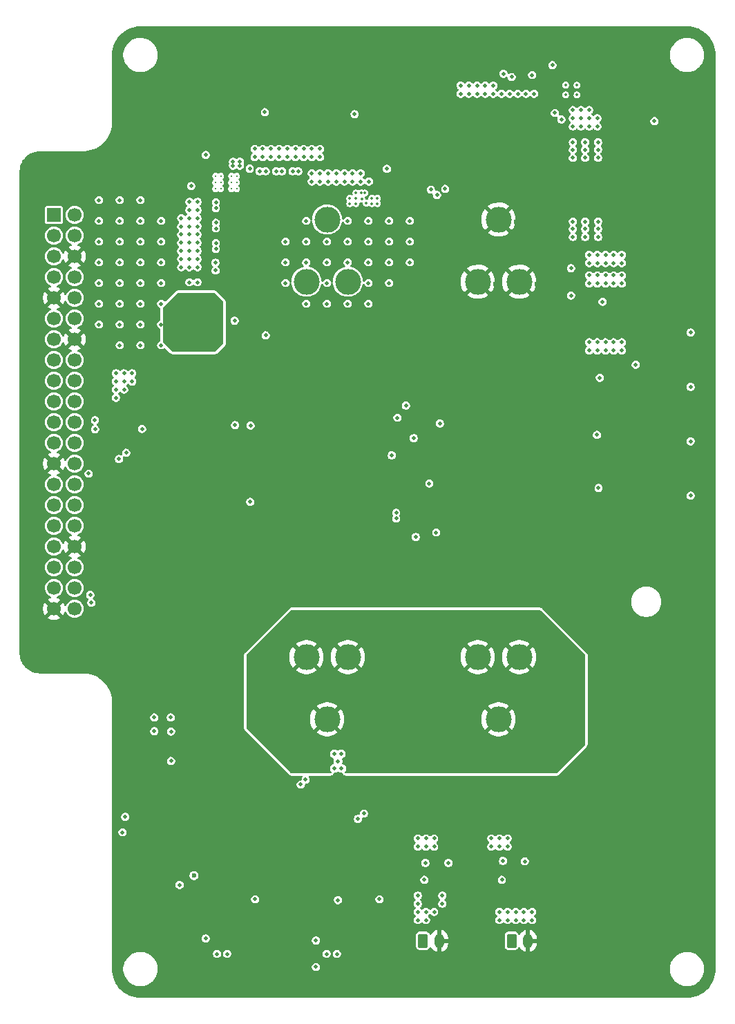
<source format=gbr>
%TF.GenerationSoftware,KiCad,Pcbnew,9.0.5*%
%TF.CreationDate,2025-11-24T08:34:37-05:00*%
%TF.ProjectId,devboard,64657662-6f61-4726-942e-6b696361645f,rev?*%
%TF.SameCoordinates,Original*%
%TF.FileFunction,Copper,L3,Inr*%
%TF.FilePolarity,Positive*%
%FSLAX46Y46*%
G04 Gerber Fmt 4.6, Leading zero omitted, Abs format (unit mm)*
G04 Created by KiCad (PCBNEW 9.0.5) date 2025-11-24 08:34:37*
%MOMM*%
%LPD*%
G01*
G04 APERTURE LIST*
G04 Aperture macros list*
%AMRoundRect*
0 Rectangle with rounded corners*
0 $1 Rounding radius*
0 $2 $3 $4 $5 $6 $7 $8 $9 X,Y pos of 4 corners*
0 Add a 4 corners polygon primitive as box body*
4,1,4,$2,$3,$4,$5,$6,$7,$8,$9,$2,$3,0*
0 Add four circle primitives for the rounded corners*
1,1,$1+$1,$2,$3*
1,1,$1+$1,$4,$5*
1,1,$1+$1,$6,$7*
1,1,$1+$1,$8,$9*
0 Add four rect primitives between the rounded corners*
20,1,$1+$1,$2,$3,$4,$5,0*
20,1,$1+$1,$4,$5,$6,$7,0*
20,1,$1+$1,$6,$7,$8,$9,0*
20,1,$1+$1,$8,$9,$2,$3,0*%
G04 Aperture macros list end*
%TA.AperFunction,ComponentPad*%
%ADD10C,0.300000*%
%TD*%
%TA.AperFunction,ComponentPad*%
%ADD11RoundRect,0.250000X-0.350000X-0.625000X0.350000X-0.625000X0.350000X0.625000X-0.350000X0.625000X0*%
%TD*%
%TA.AperFunction,ComponentPad*%
%ADD12O,1.200000X1.750000*%
%TD*%
%TA.AperFunction,ComponentPad*%
%ADD13C,3.175000*%
%TD*%
%TA.AperFunction,ComponentPad*%
%ADD14R,1.700000X1.700000*%
%TD*%
%TA.AperFunction,ComponentPad*%
%ADD15C,1.700000*%
%TD*%
%TA.AperFunction,ViaPad*%
%ADD16C,0.500000*%
%TD*%
%TA.AperFunction,ViaPad*%
%ADD17C,0.350000*%
%TD*%
%TA.AperFunction,ViaPad*%
%ADD18C,0.600000*%
%TD*%
G04 APERTURE END LIST*
D10*
%TO.N,/5V_SUPPLY_2*%
%TO.C,PS1*%
X132817887Y-54050834D03*
X132817887Y-54838834D03*
X132817887Y-55625834D03*
X133467887Y-54050834D03*
X133467887Y-54838834D03*
X133467887Y-55625834D03*
%TO.N,unconnected-(PS1-SW-Pad5)_1*%
X134767887Y-54050834D03*
%TO.N,unconnected-(PS1-SW-Pad5)_5*%
X134767887Y-54838834D03*
%TO.N,unconnected-(PS1-SW-Pad5)*%
X134767887Y-55625834D03*
%TO.N,unconnected-(PS1-SW-Pad5)_3*%
X135417887Y-54050834D03*
%TO.N,unconnected-(PS1-SW-Pad5)_4*%
X135417887Y-54838834D03*
%TO.N,unconnected-(PS1-SW-Pad5)_2*%
X135417887Y-55625834D03*
%TD*%
D11*
%TO.N,Net-(D11-K)*%
%TO.C,J5*%
X169117887Y-147775834D03*
D12*
%TO.N,GND*%
X171117887Y-147775834D03*
%TD*%
D11*
%TO.N,Net-(J1-Pin_1)*%
%TO.C,J1*%
X158231220Y-147775834D03*
D12*
%TO.N,GND*%
X160231220Y-147775834D03*
%TD*%
D13*
%TO.N,Net-(BT1--)*%
%TO.C,BT2*%
X170040000Y-113000000D03*
X164960000Y-113000000D03*
X167500000Y-120620000D03*
%TO.N,GND*%
X167500000Y-59380000D03*
X170040000Y-67000000D03*
X164960000Y-67000000D03*
%TD*%
D14*
%TO.N,+3V3_SBC*%
%TO.C,J4*%
X113018000Y-58825900D03*
D15*
%TO.N,+5V*%
X115558000Y-58825900D03*
%TO.N,/I2C_SNS_SDA*%
X113018000Y-61365900D03*
%TO.N,+5V*%
X115558000Y-61365900D03*
%TO.N,/I2C_SNS_SCL*%
X113018000Y-63905900D03*
%TO.N,GND*%
X115558000Y-63905900D03*
%TO.N,unconnected-(J4-Pin_7-Pad7)*%
X113018000Y-66445900D03*
%TO.N,/UART2_TX_M0*%
X115558000Y-66445900D03*
%TO.N,GND*%
X113018000Y-68985900D03*
%TO.N,/UART2_RX_M0*%
X115558000Y-68985900D03*
%TO.N,unconnected-(J4-Pin_11-Pad11)*%
X113018000Y-71525900D03*
%TO.N,unconnected-(J4-Pin_12-Pad12)*%
X115558000Y-71525900D03*
%TO.N,unconnected-(J4-Pin_13-Pad13)*%
X113018000Y-74065900D03*
%TO.N,GND*%
X115558000Y-74065900D03*
%TO.N,unconnected-(J4-Pin_15-Pad15)*%
X113018000Y-76605900D03*
%TO.N,/5V_PA_EN*%
X115558000Y-76605900D03*
%TO.N,unconnected-(J4-Pin_17-Pad17)*%
X113018000Y-79145900D03*
%TO.N,/5V_HEATER_EN*%
X115558000Y-79145900D03*
%TO.N,unconnected-(J4-Pin_19-Pad19)*%
X113018000Y-81685900D03*
%TO.N,unconnected-(J4-Pin_20-Pad20)*%
X115558000Y-81685900D03*
%TO.N,unconnected-(J4-Pin_21-Pad21)*%
X113018000Y-84225900D03*
%TO.N,unconnected-(J4-Pin_22-Pad22)*%
X115558000Y-84225900D03*
%TO.N,unconnected-(J4-Pin_23-Pad23)*%
X113018000Y-86765900D03*
%TO.N,unconnected-(J4-Pin_24-Pad24)*%
X115558000Y-86765900D03*
%TO.N,GND*%
X113018000Y-89305900D03*
%TO.N,unconnected-(J4-Pin_26-Pad26)*%
X115558000Y-89305900D03*
%TO.N,/I2C_BATT_SDA*%
X113018000Y-91845900D03*
%TO.N,/I2C_BATT_SCL*%
X115558000Y-91845900D03*
%TO.N,unconnected-(J4-Pin_29-Pad29)*%
X113018000Y-94385900D03*
%TO.N,unconnected-(J4-Pin_30-Pad30)*%
X115558000Y-94385900D03*
%TO.N,/BATT_ALERT_N*%
X113018000Y-96925900D03*
%TO.N,/LED1*%
X115558000Y-96925900D03*
%TO.N,/GPS_WAKE*%
X113018000Y-99465900D03*
%TO.N,GND*%
X115558000Y-99465900D03*
%TO.N,/GPS_RST_N*%
X113018000Y-102005900D03*
%TO.N,/LED2*%
X115558000Y-102005900D03*
%TO.N,/5V_SNS*%
X113018000Y-104545900D03*
%TO.N,/LED3*%
X115558000Y-104545900D03*
%TO.N,GND*%
X113018000Y-107085900D03*
%TO.N,/LED4*%
X115558000Y-107085900D03*
%TD*%
D13*
%TO.N,+VBAT*%
%TO.C,BT1*%
X143960000Y-67000000D03*
X149040000Y-67000000D03*
X146500000Y-59380000D03*
%TO.N,Net-(BT1--)*%
X146500000Y-120620000D03*
X143960000Y-113000000D03*
X149040000Y-113000000D03*
%TD*%
D16*
%TO.N,+VBAT*%
X149017887Y-59545834D03*
X151557887Y-69705834D03*
X146477887Y-69705834D03*
D17*
X149267887Y-56775834D03*
D16*
X149017887Y-62085834D03*
X146477887Y-64625834D03*
X151557887Y-62085834D03*
X154097887Y-59545834D03*
X146477887Y-62085834D03*
D17*
X151992887Y-57425834D03*
D16*
X154097887Y-64625834D03*
D17*
X152667887Y-56775834D03*
D16*
X141397887Y-64625834D03*
X156637887Y-62085834D03*
D17*
X152667887Y-57425834D03*
D16*
X143937887Y-64625834D03*
D17*
X151317887Y-57375834D03*
D16*
X143937887Y-62085834D03*
X141397887Y-62085834D03*
D17*
X151992887Y-56775834D03*
D16*
X149017887Y-64625834D03*
X146477887Y-67165834D03*
X156637887Y-64625834D03*
D17*
X149267887Y-57425834D03*
D16*
X149017887Y-69705834D03*
D17*
X150042887Y-57425834D03*
X150042887Y-56775834D03*
D16*
X143937887Y-59545834D03*
X151557887Y-67165834D03*
X156637887Y-59545834D03*
X151557887Y-64625834D03*
X154097887Y-62085834D03*
X154097887Y-67165834D03*
X151557887Y-59545834D03*
X141397887Y-67165834D03*
X143937887Y-69705834D03*
D17*
X150728145Y-56834244D03*
D18*
%TO.N,GND*%
X164577887Y-47005834D03*
X118857887Y-100345834D03*
X139177887Y-69865834D03*
X126477887Y-130825834D03*
X111237887Y-90185834D03*
X164577887Y-54625834D03*
X126477887Y-143525834D03*
X177277887Y-143525834D03*
X154417887Y-153685834D03*
D16*
X169867887Y-51225834D03*
X135817887Y-62975834D03*
D18*
X123937887Y-49545834D03*
X192517887Y-54625834D03*
X126477887Y-49545834D03*
X144257887Y-100345834D03*
X192517887Y-138445834D03*
D16*
X138617887Y-58225834D03*
D18*
X123937887Y-143525834D03*
X179817887Y-151145834D03*
X174737887Y-151145834D03*
X184897887Y-57165834D03*
X179817887Y-39385834D03*
X131557887Y-41925834D03*
X111237887Y-107965834D03*
X184897887Y-54625834D03*
D16*
X138617887Y-64225834D03*
D18*
X192517887Y-82565834D03*
X109647887Y-62085834D03*
D16*
X171867887Y-63975834D03*
X137017887Y-54105834D03*
D18*
X126477887Y-52085834D03*
X109647887Y-79865834D03*
D16*
X169867887Y-54475834D03*
D18*
X189977887Y-138445834D03*
X126477887Y-44465834D03*
X146797887Y-92725834D03*
X139177887Y-97805834D03*
X111237887Y-113045834D03*
X174737887Y-153685834D03*
X162037887Y-62245834D03*
X167117887Y-54625834D03*
D16*
X169867887Y-56475834D03*
D18*
X172197887Y-67325834D03*
X192517887Y-107965834D03*
X177277887Y-151145834D03*
D16*
X168617887Y-38750834D03*
D18*
X167117887Y-39385834D03*
X139177887Y-49545834D03*
X121397887Y-49545834D03*
X131557887Y-151145834D03*
X109647887Y-91295834D03*
X126477887Y-39385834D03*
X192517887Y-92725834D03*
X187437887Y-57165834D03*
X109647887Y-106535834D03*
D16*
X155158758Y-96751142D03*
D18*
X123937887Y-138445834D03*
X136637887Y-67325834D03*
D16*
X155003780Y-50166360D03*
D18*
X139177887Y-36845834D03*
X111237887Y-110505834D03*
X179817887Y-143525834D03*
X192517887Y-113045834D03*
X192517887Y-146065834D03*
X162037887Y-54625834D03*
X126477887Y-146065834D03*
X189977887Y-133365834D03*
X109647887Y-74785834D03*
X172197887Y-153685834D03*
X139177887Y-95265834D03*
X109647887Y-57005834D03*
D16*
X178615387Y-41500834D03*
X137617887Y-64225834D03*
D18*
X134097887Y-44465834D03*
X162037887Y-153685834D03*
D16*
X135817887Y-57275834D03*
D18*
X184897887Y-69865834D03*
X121397887Y-47005834D03*
X192517887Y-123205834D03*
X136637887Y-39385834D03*
D16*
X132717887Y-53275834D03*
D18*
X167117887Y-47005834D03*
X184897887Y-146065834D03*
X121397887Y-41925834D03*
X192517887Y-148605834D03*
X177277887Y-146065834D03*
X159497887Y-151145834D03*
X123937887Y-44465834D03*
X151877887Y-151145834D03*
X169657887Y-69865834D03*
X187437887Y-69865834D03*
X134097887Y-41925834D03*
X187437887Y-135905834D03*
D16*
X142967887Y-55375834D03*
D18*
X189977887Y-67325834D03*
D16*
X152667887Y-75375834D03*
D18*
X113777887Y-52085834D03*
X177277887Y-148605834D03*
D16*
X170867887Y-54475834D03*
D18*
X164577887Y-39385834D03*
X151877887Y-36845834D03*
X162037887Y-57165834D03*
X164577887Y-57165834D03*
D16*
X137292887Y-45225834D03*
D18*
X179817887Y-153685834D03*
X167117887Y-52085834D03*
X192517887Y-120665834D03*
X192517887Y-69865834D03*
D16*
X151267887Y-76225834D03*
D18*
X151877887Y-92725834D03*
D16*
X154467887Y-75675834D03*
D18*
X109647887Y-86215834D03*
X192517887Y-90185834D03*
X187437887Y-148605834D03*
X111237887Y-105425834D03*
X123937887Y-102885834D03*
D16*
X169867887Y-55475834D03*
D18*
X192517887Y-67325834D03*
D17*
X175717887Y-41625834D03*
D18*
X182357887Y-143525834D03*
D16*
X170867887Y-56475834D03*
D18*
X149337887Y-153685834D03*
D16*
X138267887Y-55375834D03*
X135817887Y-59775834D03*
D18*
X187437887Y-44465834D03*
X192517887Y-57165834D03*
X146797887Y-153685834D03*
D16*
X179820387Y-43050834D03*
D18*
X111237887Y-85105834D03*
X169657887Y-62245834D03*
D16*
X171867887Y-60975834D03*
D18*
X192517887Y-135905834D03*
X192517887Y-128285834D03*
D16*
X159367887Y-74175834D03*
D18*
X189977887Y-130825834D03*
D16*
X137617887Y-59225834D03*
D18*
X109647887Y-109075834D03*
X159497887Y-153685834D03*
D16*
X137617887Y-61225834D03*
D18*
X109647887Y-69705834D03*
X164577887Y-151145834D03*
D16*
X170867887Y-55475834D03*
D18*
X189977887Y-140985834D03*
X134097887Y-135905834D03*
X156957887Y-153685834D03*
X192517887Y-74945834D03*
X184897887Y-143525834D03*
X169657887Y-36845834D03*
X182357887Y-36845834D03*
X174737887Y-148605834D03*
X116317887Y-113045834D03*
X162037887Y-59705834D03*
X187437887Y-138445834D03*
X187437887Y-133365834D03*
D16*
X159867887Y-94825834D03*
X138967887Y-55375834D03*
D18*
X121397887Y-44465834D03*
X177277887Y-153685834D03*
X192517887Y-102885834D03*
X162037887Y-69865834D03*
X177277887Y-36845834D03*
X134097887Y-39385834D03*
D16*
X170867887Y-51225834D03*
D18*
X192517887Y-49545834D03*
X184897887Y-59705834D03*
X164577887Y-52085834D03*
X184897887Y-135905834D03*
D16*
X135817887Y-57975834D03*
D18*
X189977887Y-143525834D03*
D16*
X135617887Y-150975834D03*
X170867887Y-61975834D03*
D18*
X174737887Y-39385834D03*
X139177887Y-39385834D03*
X167117887Y-67325834D03*
X187437887Y-41925834D03*
D16*
X137617887Y-60225834D03*
D18*
X162037887Y-148605834D03*
D16*
X137617887Y-62225834D03*
D18*
X192517887Y-100345834D03*
X121397887Y-140985834D03*
X162037887Y-39385834D03*
X121397887Y-148605834D03*
X129017887Y-36845834D03*
X187437887Y-54625834D03*
X123937887Y-52085834D03*
X184897887Y-138445834D03*
X164577887Y-59705834D03*
X136637887Y-36845834D03*
D16*
X130242887Y-49325834D03*
D18*
X167117887Y-69865834D03*
X146797887Y-36845834D03*
D17*
X177117887Y-41625834D03*
D18*
X109647887Y-59545834D03*
X164577887Y-49545834D03*
X187437887Y-146065834D03*
D16*
X170867887Y-59975834D03*
D18*
X154417887Y-146065834D03*
X151877887Y-39385834D03*
X141717887Y-39385834D03*
D16*
X156317887Y-86225834D03*
D18*
X136637887Y-47005834D03*
X189977887Y-54625834D03*
X109647887Y-96375834D03*
X187437887Y-59705834D03*
X192517887Y-118125834D03*
D16*
X155617887Y-51425834D03*
D18*
X131557887Y-133365834D03*
X126477887Y-151145834D03*
X126477887Y-41925834D03*
X192517887Y-80025834D03*
X162037887Y-146065834D03*
X192517887Y-140985834D03*
X192517887Y-41925834D03*
X116317887Y-110505834D03*
X189977887Y-59705834D03*
X192517887Y-72405834D03*
X141717887Y-95265834D03*
X129017887Y-133365834D03*
X121397887Y-52085834D03*
X192517887Y-143525834D03*
X192517887Y-115585834D03*
D16*
X157817887Y-82125834D03*
D18*
X184897887Y-140985834D03*
X126477887Y-97805834D03*
D16*
X171867887Y-62975834D03*
D18*
X109647887Y-101455834D03*
X109647887Y-111615834D03*
X187437887Y-36845834D03*
X167117887Y-36845834D03*
X169657887Y-59705834D03*
D16*
X135617887Y-147475834D03*
D18*
X184897887Y-36845834D03*
X192517887Y-110505834D03*
X121397887Y-143525834D03*
X109647887Y-103995834D03*
D16*
X137617887Y-63225834D03*
D18*
X162037887Y-36845834D03*
D16*
X170867887Y-49225834D03*
D18*
X134097887Y-153685834D03*
X164577887Y-64785834D03*
X167117887Y-151145834D03*
X189977887Y-62245834D03*
D16*
X135817887Y-64775834D03*
D18*
X118857887Y-113045834D03*
X109647887Y-93835834D03*
D16*
X154992887Y-90754070D03*
D18*
X182357887Y-140985834D03*
X189977887Y-69865834D03*
X131557887Y-36845834D03*
X192517887Y-59705834D03*
D16*
X137617887Y-65225834D03*
D18*
X156957887Y-36845834D03*
D16*
X138617887Y-63225834D03*
X149117887Y-150975834D03*
X137617887Y-57225834D03*
D18*
X172197887Y-36845834D03*
X159497887Y-36845834D03*
X131557887Y-44465834D03*
X189977887Y-146065834D03*
X126477887Y-36845834D03*
X159497887Y-39385834D03*
X126477887Y-148605834D03*
X162037887Y-151145834D03*
X154417887Y-148605834D03*
X192517887Y-62245834D03*
D16*
X171867887Y-59975834D03*
D18*
X187437887Y-151145834D03*
X146797887Y-39385834D03*
X187437887Y-143525834D03*
X136637887Y-41925834D03*
X121397887Y-138445834D03*
D16*
X138617887Y-62225834D03*
D18*
X189977887Y-64785834D03*
X149337887Y-92725834D03*
X109647887Y-72245834D03*
X187437887Y-52085834D03*
X174737887Y-143525834D03*
D16*
X135817887Y-62275834D03*
D18*
X182357887Y-138445834D03*
D16*
X131467887Y-53275834D03*
X158967887Y-53075834D03*
D18*
X192517887Y-85105834D03*
D16*
X169867887Y-52225834D03*
D18*
X149337887Y-39385834D03*
X109647887Y-64625834D03*
X131557887Y-153685834D03*
X192517887Y-44465834D03*
X174737887Y-146065834D03*
X113777887Y-110505834D03*
X192517887Y-95265834D03*
X151877887Y-153685834D03*
X189977887Y-47005834D03*
X167117887Y-57165834D03*
X118857887Y-110505834D03*
X187437887Y-39385834D03*
X146797887Y-100345834D03*
X169657887Y-151145834D03*
X129017887Y-44465834D03*
X126477887Y-47005834D03*
D16*
X128992887Y-51025834D03*
D18*
X126477887Y-140985834D03*
X111237887Y-52085834D03*
X129017887Y-148605834D03*
X179817887Y-140985834D03*
X177277887Y-39385834D03*
X189977887Y-52085834D03*
X182357887Y-151145834D03*
D16*
X171617887Y-39775834D03*
X170867887Y-50225834D03*
D18*
X126477887Y-153685834D03*
D16*
X170867887Y-58475834D03*
D18*
X121397887Y-135905834D03*
X164577887Y-36845834D03*
X129017887Y-49545834D03*
X111237887Y-82565834D03*
X156957887Y-39385834D03*
X187437887Y-62245834D03*
X189977887Y-57165834D03*
X126477887Y-123205834D03*
X129017887Y-135905834D03*
X172197887Y-151145834D03*
D16*
X133317887Y-53275834D03*
D18*
X156957887Y-151145834D03*
D16*
X134067887Y-49025834D03*
D18*
X187437887Y-49545834D03*
D16*
X135367887Y-48100834D03*
D18*
X149337887Y-36845834D03*
X164577887Y-69865834D03*
X189977887Y-135905834D03*
D16*
X170817887Y-47125834D03*
X135817887Y-60475834D03*
D18*
X169657887Y-64785834D03*
X154417887Y-36845834D03*
X182357887Y-146065834D03*
D16*
X148917887Y-147375834D03*
D18*
X136637887Y-49545834D03*
X109647887Y-54465834D03*
X109647887Y-77325834D03*
X169657887Y-153685834D03*
D16*
X170867887Y-57475834D03*
D18*
X184897887Y-153685834D03*
X184897887Y-39385834D03*
X192517887Y-52085834D03*
X179817887Y-148605834D03*
X192517887Y-47005834D03*
D16*
X169867887Y-53225834D03*
D18*
X131557887Y-39385834D03*
X187437887Y-153685834D03*
X192517887Y-130825834D03*
D16*
X142267887Y-55375834D03*
D18*
X179817887Y-146065834D03*
D16*
X170017887Y-46325834D03*
D18*
X162037887Y-67325834D03*
D16*
X140267887Y-55375834D03*
D18*
X189977887Y-44465834D03*
X139177887Y-67325834D03*
D16*
X170867887Y-63975834D03*
X138617887Y-65225834D03*
D18*
X192517887Y-77485834D03*
X123937887Y-87645834D03*
X134097887Y-36845834D03*
X156957887Y-69865834D03*
D16*
X138617887Y-57225834D03*
D18*
X109647887Y-88755834D03*
D16*
X171867887Y-61975834D03*
D18*
X141717887Y-153685834D03*
D16*
X140967887Y-55375834D03*
D18*
X109647887Y-81770834D03*
X129017887Y-47005834D03*
D16*
X170867887Y-62975834D03*
X169867887Y-57475834D03*
D18*
X154417887Y-143525834D03*
X192517887Y-64785834D03*
X167117887Y-62245834D03*
X192517887Y-125745834D03*
X109647887Y-98915834D03*
X164577887Y-148605834D03*
X154417887Y-151145834D03*
X118857887Y-52085834D03*
D16*
X170867887Y-52225834D03*
D18*
X139177887Y-153685834D03*
X141717887Y-36845834D03*
D16*
X138617887Y-60225834D03*
D18*
X164577887Y-153685834D03*
X189977887Y-49545834D03*
D16*
X170867887Y-60975834D03*
D18*
X111237887Y-80025834D03*
X123937887Y-140985834D03*
X129017887Y-39385834D03*
X192517887Y-105425834D03*
X116317887Y-52085834D03*
X141717887Y-57165834D03*
X121397887Y-100345834D03*
D16*
X138617887Y-59225834D03*
D18*
X172197887Y-69865834D03*
X111237887Y-87645834D03*
X139177887Y-107965834D03*
D16*
X169867887Y-49225834D03*
D18*
X184897887Y-148605834D03*
X167117887Y-49545834D03*
X164577887Y-146065834D03*
X134097887Y-47005834D03*
X187437887Y-64785834D03*
D16*
X137617887Y-58225834D03*
X169867887Y-50225834D03*
D18*
X109647887Y-67165834D03*
X164577887Y-143525834D03*
X187437887Y-140985834D03*
X189977887Y-41925834D03*
X182357887Y-39385834D03*
X144257887Y-36845834D03*
X109647887Y-83675834D03*
X174737887Y-36845834D03*
D16*
X138617887Y-61225834D03*
X133867887Y-52375834D03*
D18*
X129017887Y-41925834D03*
X111237887Y-92725834D03*
D16*
X154729421Y-53407068D03*
D18*
X167117887Y-153685834D03*
X113777887Y-113045834D03*
X123937887Y-41925834D03*
X192517887Y-97805834D03*
X121397887Y-146065834D03*
X182357887Y-148605834D03*
X123937887Y-146065834D03*
X144257887Y-39385834D03*
X154417887Y-140985834D03*
D16*
X173442887Y-65350834D03*
D18*
X192517887Y-133365834D03*
X184897887Y-151145834D03*
X192517887Y-87645834D03*
X154417887Y-39385834D03*
X167117887Y-64785834D03*
X162037887Y-64785834D03*
D16*
X170867887Y-53225834D03*
X173442887Y-68700834D03*
X133867887Y-53025834D03*
D18*
X182357887Y-153685834D03*
X126477887Y-133365834D03*
D16*
X148292887Y-45225834D03*
X135792887Y-65825834D03*
D18*
X131557887Y-135905834D03*
X126477887Y-54625834D03*
X164577887Y-62245834D03*
X179817887Y-36845834D03*
X123937887Y-47005834D03*
D16*
X138817887Y-71875834D03*
%TO.N,+5V*%
X132617887Y-72225834D03*
X179617887Y-75425834D03*
X118537887Y-59545834D03*
X132617887Y-74225834D03*
X121077887Y-62085834D03*
X167917887Y-140288334D03*
X128617887Y-74225834D03*
X127617887Y-72225834D03*
X129617887Y-72225834D03*
X126157887Y-72245834D03*
X127617887Y-71225834D03*
X178617887Y-75425834D03*
X168042887Y-137975834D03*
X130617887Y-73225834D03*
X157617887Y-135225834D03*
X191055387Y-86559167D03*
X191055387Y-79892501D03*
X118537887Y-72245834D03*
X132617887Y-71225834D03*
X166617887Y-136225834D03*
X123617887Y-69705834D03*
X118537887Y-57005834D03*
X128617887Y-72225834D03*
X126157887Y-59545834D03*
X191055387Y-73225834D03*
X168617887Y-136225834D03*
X182617887Y-74425834D03*
X127617887Y-73225834D03*
X121077887Y-59545834D03*
X180617887Y-75425834D03*
X129617887Y-73225834D03*
X181617887Y-74425834D03*
X123617887Y-67165834D03*
X159617887Y-135225834D03*
X118537887Y-69705834D03*
X158617887Y-135225834D03*
X123617887Y-74785834D03*
X157617887Y-136225834D03*
X180617887Y-74425834D03*
X126157887Y-74785834D03*
X121077887Y-57005834D03*
X126157887Y-67165834D03*
X121077887Y-72245834D03*
X131617887Y-72225834D03*
X191055387Y-93225834D03*
X158542887Y-138225834D03*
X179617887Y-74425834D03*
X158417887Y-140288334D03*
X121077887Y-69705834D03*
X123617887Y-64625834D03*
X132617887Y-70225834D03*
X123617887Y-72245834D03*
X159617887Y-136225834D03*
X130617887Y-74225834D03*
X182617887Y-75425834D03*
X127617887Y-70225834D03*
X178617887Y-74425834D03*
X123617887Y-59545834D03*
X167617887Y-135225834D03*
X126157887Y-69705834D03*
X127617887Y-74225834D03*
X126157887Y-64625834D03*
X131617887Y-74225834D03*
X118537887Y-67165834D03*
X126157887Y-62085834D03*
X181617887Y-75425834D03*
X158617887Y-136225834D03*
X118537887Y-64625834D03*
X121077887Y-67165834D03*
X123617887Y-62085834D03*
X128617887Y-73225834D03*
X118537887Y-62085834D03*
X121077887Y-64625834D03*
X167617887Y-136225834D03*
X132617887Y-73225834D03*
X129617887Y-74225834D03*
X130617887Y-72225834D03*
X123617887Y-57005834D03*
X168617887Y-135225834D03*
X121077887Y-74785834D03*
X166617887Y-135225834D03*
X131617887Y-73225834D03*
%TO.N,Net-(D11-K)*%
X171617887Y-145225834D03*
X170617887Y-145225834D03*
X170617887Y-144225834D03*
X167617887Y-144225834D03*
X169617887Y-145225834D03*
X169617887Y-144225834D03*
X167617887Y-145225834D03*
X171617887Y-144225834D03*
X168617887Y-145225834D03*
X168617887Y-144225834D03*
%TO.N,/5V_HEATER_EN*%
X120967887Y-88725834D03*
X117592887Y-106350834D03*
X121417887Y-134475834D03*
X170717887Y-138025834D03*
%TO.N,/GPS_WAKE*%
X152919387Y-142680834D03*
D18*
X130167887Y-139775834D03*
D16*
%TO.N,/GPS_RST_N*%
X147817887Y-142775834D03*
X128417887Y-140925834D03*
%TO.N,Net-(D10-K)*%
X176617887Y-46975834D03*
X174417887Y-46325834D03*
X176617887Y-45975834D03*
X178617887Y-46975834D03*
X178117887Y-49925834D03*
X177617887Y-46975834D03*
X175217887Y-47125834D03*
X176617887Y-49925834D03*
X179617887Y-47975834D03*
X178617887Y-47975834D03*
X177617887Y-45975834D03*
X176617887Y-51825834D03*
X178117887Y-50825834D03*
X179717887Y-50825834D03*
X179717887Y-51825834D03*
D17*
X175717887Y-44125834D03*
D16*
X176617887Y-47975834D03*
X178617887Y-45975834D03*
X179617887Y-46975834D03*
D17*
X177117887Y-44125834D03*
D16*
X179717887Y-49925834D03*
X177617887Y-47975834D03*
X178117887Y-51825834D03*
X176617887Y-50825834D03*
%TO.N,Net-(J1-Pin_1)*%
X157617887Y-145225834D03*
X157617887Y-142225834D03*
X160617887Y-143225834D03*
X157617887Y-143225834D03*
X157617887Y-144225834D03*
X160617887Y-142225834D03*
X158617887Y-145225834D03*
X159617887Y-144225834D03*
X158617887Y-144225834D03*
%TO.N,+3V3_SBC*%
X156167887Y-82175834D03*
X148267887Y-126675834D03*
X120617887Y-79225834D03*
X159867887Y-97725834D03*
X123817887Y-85050834D03*
X153817887Y-53175834D03*
X120617887Y-81225834D03*
X121617887Y-80225834D03*
X122617887Y-79225834D03*
X147417887Y-126675834D03*
X131617887Y-147475834D03*
X159017887Y-91725834D03*
X122617887Y-78225834D03*
X155117887Y-83675834D03*
X120617887Y-78225834D03*
X121617887Y-79225834D03*
X147839387Y-125770834D03*
X145117887Y-150975834D03*
X147417887Y-124875834D03*
X157367887Y-98275834D03*
X145117887Y-147725834D03*
X148217887Y-124875834D03*
X135217887Y-84575834D03*
X160317887Y-84375834D03*
X121617887Y-78225834D03*
X135167887Y-71775834D03*
X120617887Y-80225834D03*
%TO.N,/I2C_SNS_SDA*%
X143867887Y-128025834D03*
X146439554Y-149375834D03*
X151017887Y-132175834D03*
X118042887Y-83975834D03*
X154967887Y-96025834D03*
X157117887Y-86175834D03*
X132992887Y-149375834D03*
%TO.N,/I2C_SNS_SCL*%
X134242887Y-149375834D03*
X154417887Y-88275834D03*
X147689554Y-149375834D03*
X154967887Y-95325834D03*
X143267887Y-128625834D03*
X118061300Y-85082421D03*
X150267887Y-132825834D03*
%TO.N,/5V_PA_EN*%
X121742887Y-132575834D03*
X121867887Y-87975834D03*
X117467887Y-105375834D03*
X161367887Y-138225834D03*
%TO.N,+PACK*%
X142617887Y-51725834D03*
X141617887Y-50725834D03*
X169117887Y-41925834D03*
X171867887Y-43975834D03*
X171617887Y-41675834D03*
X145617887Y-51725834D03*
X146617887Y-54725834D03*
X151617887Y-54725834D03*
D17*
X151117887Y-56125834D03*
D16*
X138617887Y-51725834D03*
X142267887Y-53475834D03*
X135797887Y-52775834D03*
X138217887Y-53475834D03*
X146617887Y-53725834D03*
X134957887Y-52775834D03*
X166867887Y-42975834D03*
X162867887Y-42975834D03*
D17*
X150717887Y-56125834D03*
D16*
X164867887Y-43975834D03*
X150617887Y-53725834D03*
X144617887Y-51725834D03*
X149617887Y-53725834D03*
X144617887Y-54725834D03*
X144617887Y-53725834D03*
X166867887Y-43975834D03*
X137017887Y-53145834D03*
X140267887Y-53475834D03*
X148617887Y-54725834D03*
X143617887Y-51725834D03*
X137617887Y-50725834D03*
X164867887Y-42975834D03*
X137617887Y-51725834D03*
X143617887Y-50725834D03*
X162867887Y-43975834D03*
X139617887Y-51725834D03*
X138967887Y-53475834D03*
X163867887Y-42975834D03*
X145617887Y-53725834D03*
X149617887Y-54725834D03*
X148617887Y-53725834D03*
X165867887Y-43975834D03*
X167867887Y-43975834D03*
X163867887Y-43975834D03*
X140617887Y-51725834D03*
X168117887Y-41525834D03*
X135797887Y-52285834D03*
X147617887Y-54725834D03*
X165867887Y-42975834D03*
D17*
X150042887Y-56125834D03*
D16*
X140617887Y-50725834D03*
X141617887Y-51725834D03*
X140967887Y-53475834D03*
X147617887Y-53725834D03*
X142617887Y-50725834D03*
D17*
X177117887Y-42925834D03*
D16*
X145617887Y-54725834D03*
X145617887Y-50725834D03*
X134957887Y-52305834D03*
X170867887Y-43975834D03*
X168867887Y-43975834D03*
X144617887Y-50725834D03*
D17*
X175717887Y-42910834D03*
D16*
X150617887Y-54725834D03*
X138617887Y-50725834D03*
X169867887Y-43975834D03*
X142967887Y-53475834D03*
X139617887Y-50725834D03*
%TO.N,/LED1*%
X184317887Y-77175834D03*
%TO.N,/LED2*%
X179917887Y-78775834D03*
%TO.N,/LED3*%
X179567887Y-85775834D03*
%TO.N,/LED4*%
X179767887Y-92275834D03*
%TO.N,/GPS_RX*%
X125317887Y-122075834D03*
X137679387Y-142680834D03*
%TO.N,/UART2_TX_M0*%
X125317887Y-120400834D03*
%TO.N,/UART2_RX_M0*%
X127317887Y-120400834D03*
%TO.N,/GPS_TX*%
X127367887Y-125725834D03*
X127367887Y-122125834D03*
%TO.N,/REG2_EN*%
X138867887Y-46225834D03*
X131617887Y-51475834D03*
%TO.N,/REG1_EN*%
X174117887Y-40475834D03*
X149867887Y-46475834D03*
%TO.N,/5V_SNS*%
X138967887Y-73575834D03*
X137067887Y-93975834D03*
X137117887Y-84625834D03*
%TO.N,/I2C_BATT_SCL*%
X159967887Y-56375834D03*
%TO.N,/I2C_BATT_SDA*%
X160967887Y-55625834D03*
%TO.N,/BATT_ALERT_N*%
X159217887Y-55725834D03*
X117267887Y-90525834D03*
%TO.N,/5V_SUPPLY_1*%
X182617887Y-67225834D03*
X178617887Y-66225834D03*
X179617887Y-63725834D03*
X178117887Y-60525834D03*
X176617887Y-60525834D03*
X181617887Y-63725834D03*
X178617887Y-63725834D03*
X179717887Y-60525834D03*
X179617887Y-67225834D03*
X181617887Y-64725834D03*
X178117887Y-61525834D03*
X179617887Y-66225834D03*
X178117887Y-59625834D03*
X186617887Y-47325834D03*
X178617887Y-67225834D03*
X180617887Y-66225834D03*
X176617887Y-61525834D03*
X178617887Y-64725834D03*
X179717887Y-61525834D03*
X176392887Y-68700834D03*
X180617887Y-64725834D03*
X182617887Y-66225834D03*
X180267887Y-69463334D03*
X181617887Y-66225834D03*
X182617887Y-63725834D03*
X182617887Y-64725834D03*
X181617887Y-67225834D03*
X180617887Y-63725834D03*
X179617887Y-64725834D03*
X179717887Y-59625834D03*
X180617887Y-67225834D03*
X176617887Y-59625834D03*
X176392887Y-65350834D03*
%TO.N,/5V_SUPPLY_2*%
X132867887Y-59775834D03*
X132867887Y-62975834D03*
X128617887Y-61225834D03*
X130617887Y-61225834D03*
X132825139Y-65625834D03*
X128617887Y-59225834D03*
X130617887Y-65225834D03*
X129617887Y-58225834D03*
X128617887Y-65225834D03*
X132867887Y-60475834D03*
X130617887Y-59225834D03*
X130617887Y-62225834D03*
X132867887Y-57975834D03*
X128617887Y-60225834D03*
X129617887Y-62225834D03*
X129617887Y-59225834D03*
X129617887Y-67075834D03*
X130617887Y-63225834D03*
X130617887Y-64225834D03*
X130617887Y-57225834D03*
X128617887Y-64225834D03*
X130617887Y-67075834D03*
X129617887Y-57225834D03*
X128617887Y-62225834D03*
X132867887Y-62275834D03*
X129617887Y-65225834D03*
X132817887Y-64675834D03*
X129617887Y-60225834D03*
X129617887Y-61225834D03*
X129842887Y-55275834D03*
X130617887Y-58225834D03*
X128617887Y-63225834D03*
X129617887Y-63225834D03*
X130617887Y-60225834D03*
X129617887Y-64225834D03*
X132867887Y-57275834D03*
%TD*%
%TA.AperFunction,Conductor*%
%TO.N,+5V*%
G36*
X132733564Y-68395519D02*
G01*
X132754206Y-68412153D01*
X133731568Y-69389515D01*
X133765053Y-69450838D01*
X133767887Y-69477196D01*
X133767887Y-74574472D01*
X133748202Y-74641511D01*
X133731568Y-74662153D01*
X132854206Y-75539515D01*
X132792883Y-75573000D01*
X132766525Y-75575834D01*
X127569249Y-75575834D01*
X127502210Y-75556149D01*
X127481568Y-75539515D01*
X126404206Y-74462153D01*
X126370721Y-74400830D01*
X126367887Y-74374472D01*
X126367887Y-70227196D01*
X126387572Y-70160157D01*
X126404206Y-70139515D01*
X128131568Y-68412153D01*
X128192891Y-68378668D01*
X128219249Y-68375834D01*
X132666525Y-68375834D01*
X132733564Y-68395519D01*
G37*
%TD.AperFunction*%
%TD*%
%TA.AperFunction,Conductor*%
%TO.N,GND*%
G36*
X190620932Y-35726482D02*
G01*
X190954828Y-35742886D01*
X190966937Y-35744079D01*
X191294589Y-35792682D01*
X191306523Y-35795056D01*
X191426798Y-35825183D01*
X191627852Y-35875544D01*
X191639471Y-35879069D01*
X191951368Y-35990668D01*
X191962596Y-35995320D01*
X192262042Y-36136949D01*
X192272771Y-36142683D01*
X192326482Y-36174877D01*
X192556878Y-36312972D01*
X192566996Y-36319732D01*
X192833053Y-36517054D01*
X192842460Y-36524774D01*
X193009483Y-36676155D01*
X193081304Y-36741251D01*
X193087898Y-36747227D01*
X193096500Y-36755830D01*
X193313760Y-36995543D01*
X193318943Y-37001261D01*
X193326663Y-37010668D01*
X193523978Y-37276719D01*
X193530739Y-37286837D01*
X193701032Y-37570958D01*
X193706768Y-37581690D01*
X193848389Y-37881125D01*
X193853046Y-37892368D01*
X193964635Y-38204247D01*
X193968167Y-38215891D01*
X194048649Y-38537204D01*
X194051023Y-38549139D01*
X194099623Y-38876791D01*
X194100816Y-38888902D01*
X194117237Y-39223219D01*
X194117386Y-39229300D01*
X194117386Y-39261983D01*
X194117386Y-39291722D01*
X194117386Y-39291724D01*
X194117387Y-39301716D01*
X194117387Y-151222749D01*
X194117238Y-151228834D01*
X194100834Y-151562734D01*
X194099641Y-151574843D01*
X194051038Y-151902500D01*
X194048664Y-151914435D01*
X193968181Y-152235749D01*
X193964649Y-152247394D01*
X193853054Y-152559284D01*
X193848397Y-152570526D01*
X193706776Y-152869963D01*
X193701040Y-152880695D01*
X193530745Y-153164821D01*
X193523984Y-153174939D01*
X193326667Y-153440995D01*
X193318948Y-153450401D01*
X193096499Y-153695842D01*
X193087894Y-153704447D01*
X192842464Y-153926896D01*
X192833058Y-153934616D01*
X192566993Y-154131949D01*
X192556875Y-154138709D01*
X192272772Y-154308999D01*
X192262041Y-154314736D01*
X191962592Y-154456371D01*
X191951349Y-154461028D01*
X191639467Y-154572627D01*
X191627822Y-154576159D01*
X191306506Y-154656650D01*
X191294572Y-154659024D01*
X190966926Y-154707633D01*
X190954816Y-154708827D01*
X190621986Y-154725185D01*
X190615899Y-154725334D01*
X123620950Y-154725334D01*
X123614853Y-154725184D01*
X123280288Y-154708714D01*
X123268158Y-154707517D01*
X122939841Y-154658716D01*
X122927902Y-154656336D01*
X122605976Y-154575528D01*
X122594310Y-154571982D01*
X122281875Y-154459947D01*
X122270614Y-154455272D01*
X121970694Y-154313095D01*
X121959946Y-154307336D01*
X121675446Y-154136392D01*
X121665320Y-154129609D01*
X121398974Y-153931541D01*
X121389560Y-153923794D01*
X121143964Y-153700536D01*
X121135355Y-153691900D01*
X120917211Y-153450401D01*
X120912858Y-153445582D01*
X120905152Y-153436156D01*
X120707935Y-153169193D01*
X120701181Y-153159042D01*
X120576306Y-152949718D01*
X120531131Y-152873992D01*
X120525415Y-152863244D01*
X120384177Y-152562854D01*
X120379544Y-152551594D01*
X120268498Y-152238806D01*
X120264989Y-152227131D01*
X120185201Y-151904954D01*
X120182855Y-151892989D01*
X120135094Y-151564526D01*
X120133935Y-151552388D01*
X120125236Y-151363521D01*
X120118522Y-151217758D01*
X120118392Y-151212091D01*
X120118593Y-151148842D01*
X120118387Y-151148065D01*
X120118387Y-151139320D01*
X120118387Y-151088139D01*
X121517187Y-151088139D01*
X121517187Y-151363528D01*
X121553131Y-151636539D01*
X121624402Y-151902529D01*
X121729778Y-152156931D01*
X121729784Y-152156943D01*
X121867471Y-152395424D01*
X122035109Y-152613893D01*
X122035113Y-152613897D01*
X122035117Y-152613902D01*
X122229818Y-152808603D01*
X122229822Y-152808606D01*
X122229828Y-152808612D01*
X122448297Y-152976250D01*
X122686778Y-153113937D01*
X122686783Y-153113939D01*
X122686789Y-153113942D01*
X122795671Y-153159042D01*
X122941190Y-153219318D01*
X123207181Y-153290590D01*
X123480200Y-153326534D01*
X123480207Y-153326534D01*
X123755567Y-153326534D01*
X123755574Y-153326534D01*
X124028593Y-153290590D01*
X124294584Y-153219318D01*
X124548996Y-153113937D01*
X124787477Y-152976250D01*
X125005946Y-152808612D01*
X125200665Y-152613893D01*
X125368303Y-152395424D01*
X125505990Y-152156943D01*
X125611371Y-151902531D01*
X125682643Y-151636540D01*
X125718587Y-151363521D01*
X125718587Y-151088147D01*
X125706901Y-150999390D01*
X125696187Y-150918000D01*
X125695126Y-150909942D01*
X144617387Y-150909942D01*
X144617387Y-151041726D01*
X144620139Y-151051995D01*
X144651495Y-151169021D01*
X144684277Y-151225800D01*
X144717387Y-151283148D01*
X144810573Y-151376334D01*
X144924701Y-151442226D01*
X145051995Y-151476334D01*
X145051997Y-151476334D01*
X145183777Y-151476334D01*
X145183779Y-151476334D01*
X145311073Y-151442226D01*
X145425201Y-151376334D01*
X145518387Y-151283148D01*
X145584279Y-151169020D01*
X145605951Y-151088139D01*
X188517187Y-151088139D01*
X188517187Y-151363528D01*
X188553131Y-151636539D01*
X188624402Y-151902529D01*
X188729778Y-152156931D01*
X188729784Y-152156943D01*
X188867471Y-152395424D01*
X189035109Y-152613893D01*
X189035113Y-152613897D01*
X189035117Y-152613902D01*
X189229818Y-152808603D01*
X189229822Y-152808606D01*
X189229828Y-152808612D01*
X189448297Y-152976250D01*
X189686778Y-153113937D01*
X189686783Y-153113939D01*
X189686789Y-153113942D01*
X189795671Y-153159042D01*
X189941190Y-153219318D01*
X190207181Y-153290590D01*
X190480200Y-153326534D01*
X190480207Y-153326534D01*
X190755567Y-153326534D01*
X190755574Y-153326534D01*
X191028593Y-153290590D01*
X191294584Y-153219318D01*
X191548996Y-153113937D01*
X191787477Y-152976250D01*
X192005946Y-152808612D01*
X192200665Y-152613893D01*
X192368303Y-152395424D01*
X192505990Y-152156943D01*
X192611371Y-151902531D01*
X192682643Y-151636540D01*
X192718587Y-151363521D01*
X192718587Y-151088147D01*
X192682643Y-150815128D01*
X192611371Y-150549137D01*
X192505990Y-150294725D01*
X192368303Y-150056244D01*
X192200665Y-149837775D01*
X192200659Y-149837769D01*
X192200656Y-149837765D01*
X192005955Y-149643064D01*
X192005950Y-149643060D01*
X192005946Y-149643056D01*
X191787477Y-149475418D01*
X191729117Y-149441724D01*
X191548998Y-149337732D01*
X191548984Y-149337725D01*
X191294582Y-149232349D01*
X191109086Y-149182646D01*
X191028593Y-149161078D01*
X190994465Y-149156585D01*
X190755581Y-149125134D01*
X190755574Y-149125134D01*
X190480200Y-149125134D01*
X190480192Y-149125134D01*
X190207181Y-149161078D01*
X189941191Y-149232349D01*
X189686789Y-149337725D01*
X189686775Y-149337732D01*
X189448303Y-149475414D01*
X189448296Y-149475419D01*
X189229818Y-149643064D01*
X189035117Y-149837765D01*
X189035110Y-149837773D01*
X189035109Y-149837775D01*
X188867472Y-150056243D01*
X188867467Y-150056250D01*
X188729785Y-150294722D01*
X188729778Y-150294736D01*
X188624402Y-150549138D01*
X188553131Y-150815128D01*
X188517187Y-151088139D01*
X145605951Y-151088139D01*
X145618387Y-151041726D01*
X145618387Y-150909942D01*
X145584279Y-150782648D01*
X145518387Y-150668520D01*
X145425201Y-150575334D01*
X145368137Y-150542388D01*
X145311074Y-150509442D01*
X145247426Y-150492388D01*
X145183779Y-150475334D01*
X145051995Y-150475334D01*
X144924699Y-150509442D01*
X144810573Y-150575334D01*
X144810570Y-150575336D01*
X144717389Y-150668517D01*
X144717387Y-150668520D01*
X144651495Y-150782646D01*
X144617387Y-150909942D01*
X125695126Y-150909942D01*
X125692001Y-150886211D01*
X125682643Y-150815128D01*
X125611371Y-150549137D01*
X125505990Y-150294725D01*
X125368303Y-150056244D01*
X125200665Y-149837775D01*
X125200659Y-149837769D01*
X125200656Y-149837765D01*
X125005955Y-149643064D01*
X125005950Y-149643060D01*
X125005946Y-149643056D01*
X124787477Y-149475418D01*
X124548996Y-149337731D01*
X124548984Y-149337725D01*
X124481909Y-149309942D01*
X132492387Y-149309942D01*
X132492387Y-149441725D01*
X132526495Y-149569021D01*
X132559441Y-149626084D01*
X132592387Y-149683148D01*
X132685573Y-149776334D01*
X132799701Y-149842226D01*
X132926995Y-149876334D01*
X132926997Y-149876334D01*
X133058777Y-149876334D01*
X133058779Y-149876334D01*
X133186073Y-149842226D01*
X133300201Y-149776334D01*
X133393387Y-149683148D01*
X133459279Y-149569020D01*
X133493387Y-149441726D01*
X133493387Y-149309942D01*
X133742387Y-149309942D01*
X133742387Y-149441725D01*
X133776495Y-149569021D01*
X133809441Y-149626084D01*
X133842387Y-149683148D01*
X133935573Y-149776334D01*
X134049701Y-149842226D01*
X134176995Y-149876334D01*
X134176997Y-149876334D01*
X134308777Y-149876334D01*
X134308779Y-149876334D01*
X134436073Y-149842226D01*
X134550201Y-149776334D01*
X134643387Y-149683148D01*
X134709279Y-149569020D01*
X134743387Y-149441726D01*
X134743387Y-149309942D01*
X145939054Y-149309942D01*
X145939054Y-149441725D01*
X145973162Y-149569021D01*
X146006108Y-149626084D01*
X146039054Y-149683148D01*
X146132240Y-149776334D01*
X146246368Y-149842226D01*
X146373662Y-149876334D01*
X146373664Y-149876334D01*
X146505444Y-149876334D01*
X146505446Y-149876334D01*
X146632740Y-149842226D01*
X146746868Y-149776334D01*
X146840054Y-149683148D01*
X146905946Y-149569020D01*
X146940054Y-149441726D01*
X146940054Y-149309942D01*
X147189054Y-149309942D01*
X147189054Y-149441725D01*
X147223162Y-149569021D01*
X147256108Y-149626084D01*
X147289054Y-149683148D01*
X147382240Y-149776334D01*
X147496368Y-149842226D01*
X147623662Y-149876334D01*
X147623664Y-149876334D01*
X147755444Y-149876334D01*
X147755446Y-149876334D01*
X147882740Y-149842226D01*
X147996868Y-149776334D01*
X148090054Y-149683148D01*
X148155946Y-149569020D01*
X148190054Y-149441726D01*
X148190054Y-149309942D01*
X148155946Y-149182648D01*
X148090054Y-149068520D01*
X147996868Y-148975334D01*
X147939804Y-148942388D01*
X147882741Y-148909442D01*
X147809681Y-148889866D01*
X147755446Y-148875334D01*
X147623662Y-148875334D01*
X147496366Y-148909442D01*
X147382240Y-148975334D01*
X147382237Y-148975336D01*
X147289056Y-149068517D01*
X147289054Y-149068520D01*
X147223162Y-149182646D01*
X147189054Y-149309942D01*
X146940054Y-149309942D01*
X146905946Y-149182648D01*
X146840054Y-149068520D01*
X146746868Y-148975334D01*
X146689804Y-148942388D01*
X146632741Y-148909442D01*
X146559681Y-148889866D01*
X146505446Y-148875334D01*
X146373662Y-148875334D01*
X146246366Y-148909442D01*
X146132240Y-148975334D01*
X146132237Y-148975336D01*
X146039056Y-149068517D01*
X146039054Y-149068520D01*
X145973162Y-149182646D01*
X145939054Y-149309942D01*
X134743387Y-149309942D01*
X134709279Y-149182648D01*
X134643387Y-149068520D01*
X134550201Y-148975334D01*
X134493137Y-148942388D01*
X134436074Y-148909442D01*
X134363014Y-148889866D01*
X134308779Y-148875334D01*
X134176995Y-148875334D01*
X134049699Y-148909442D01*
X133935573Y-148975334D01*
X133935570Y-148975336D01*
X133842389Y-149068517D01*
X133842387Y-149068520D01*
X133776495Y-149182646D01*
X133742387Y-149309942D01*
X133493387Y-149309942D01*
X133459279Y-149182648D01*
X133393387Y-149068520D01*
X133300201Y-148975334D01*
X133243137Y-148942388D01*
X133186074Y-148909442D01*
X133113014Y-148889866D01*
X133058779Y-148875334D01*
X132926995Y-148875334D01*
X132799699Y-148909442D01*
X132685573Y-148975334D01*
X132685570Y-148975336D01*
X132592389Y-149068517D01*
X132592387Y-149068520D01*
X132526495Y-149182646D01*
X132492387Y-149309942D01*
X124481909Y-149309942D01*
X124294582Y-149232349D01*
X124109086Y-149182646D01*
X124028593Y-149161078D01*
X123994465Y-149156585D01*
X123755581Y-149125134D01*
X123755574Y-149125134D01*
X123480200Y-149125134D01*
X123480192Y-149125134D01*
X123207181Y-149161078D01*
X122941191Y-149232349D01*
X122686789Y-149337725D01*
X122686775Y-149337732D01*
X122448303Y-149475414D01*
X122448296Y-149475419D01*
X122229818Y-149643064D01*
X122035117Y-149837765D01*
X122035110Y-149837773D01*
X122035109Y-149837775D01*
X121867472Y-150056243D01*
X121867467Y-150056250D01*
X121729785Y-150294722D01*
X121729778Y-150294736D01*
X121624402Y-150549138D01*
X121553131Y-150815128D01*
X121517187Y-151088139D01*
X120118387Y-151088139D01*
X120118387Y-147409942D01*
X131117387Y-147409942D01*
X131117387Y-147541726D01*
X131134441Y-147605373D01*
X131151495Y-147669021D01*
X131184441Y-147726084D01*
X131217387Y-147783148D01*
X131310573Y-147876334D01*
X131424701Y-147942226D01*
X131551995Y-147976334D01*
X131551997Y-147976334D01*
X131683777Y-147976334D01*
X131683779Y-147976334D01*
X131811073Y-147942226D01*
X131925201Y-147876334D01*
X132018387Y-147783148D01*
X132084279Y-147669020D01*
X132086711Y-147659942D01*
X144617387Y-147659942D01*
X144617387Y-147791725D01*
X144651495Y-147919021D01*
X144652395Y-147920579D01*
X144717387Y-148033148D01*
X144810573Y-148126334D01*
X144924701Y-148192226D01*
X145051995Y-148226334D01*
X145051997Y-148226334D01*
X145183777Y-148226334D01*
X145183779Y-148226334D01*
X145311073Y-148192226D01*
X145425201Y-148126334D01*
X145518387Y-148033148D01*
X145584279Y-147919020D01*
X145618387Y-147791726D01*
X145618387Y-147659942D01*
X145584279Y-147532648D01*
X145518387Y-147418520D01*
X145425201Y-147325334D01*
X145351267Y-147282648D01*
X145311074Y-147259442D01*
X145247426Y-147242388D01*
X145183779Y-147225334D01*
X145051995Y-147225334D01*
X144924699Y-147259442D01*
X144810573Y-147325334D01*
X144810570Y-147325336D01*
X144717389Y-147418517D01*
X144717387Y-147418520D01*
X144651495Y-147532646D01*
X144617387Y-147659942D01*
X132086711Y-147659942D01*
X132118387Y-147541726D01*
X132118387Y-147409942D01*
X132084279Y-147282648D01*
X132018387Y-147168520D01*
X131952836Y-147102969D01*
X157380720Y-147102969D01*
X157380720Y-148448704D01*
X157380721Y-148448710D01*
X157387128Y-148508317D01*
X157437422Y-148643162D01*
X157437426Y-148643169D01*
X157523672Y-148758378D01*
X157523675Y-148758381D01*
X157638884Y-148844627D01*
X157638891Y-148844631D01*
X157773737Y-148894925D01*
X157773736Y-148894925D01*
X157780664Y-148895669D01*
X157833347Y-148901334D01*
X158629092Y-148901333D01*
X158688703Y-148894925D01*
X158823551Y-148844630D01*
X158938766Y-148758380D01*
X159025016Y-148643165D01*
X159041998Y-148597634D01*
X159083868Y-148541700D01*
X159149332Y-148517282D01*
X159217605Y-148532133D01*
X159267011Y-148581537D01*
X159268664Y-148584670D01*
X159290414Y-148627355D01*
X159392187Y-148767436D01*
X159514617Y-148889866D01*
X159654695Y-148991638D01*
X159808964Y-149070242D01*
X159973635Y-149123748D01*
X159973634Y-149123748D01*
X159981219Y-149124949D01*
X159981220Y-149124948D01*
X159981220Y-148056164D01*
X160000965Y-148075909D01*
X160086475Y-148125278D01*
X160181850Y-148150834D01*
X160280590Y-148150834D01*
X160375965Y-148125278D01*
X160461475Y-148075909D01*
X160481220Y-148056164D01*
X160481220Y-149124949D01*
X160488804Y-149123748D01*
X160653475Y-149070242D01*
X160807744Y-148991638D01*
X160947822Y-148889866D01*
X161070252Y-148767436D01*
X161172024Y-148627358D01*
X161250628Y-148473091D01*
X161304134Y-148308418D01*
X161331220Y-148137405D01*
X161331220Y-148025834D01*
X160511550Y-148025834D01*
X160531295Y-148006089D01*
X160580664Y-147920579D01*
X160606220Y-147825204D01*
X160606220Y-147726464D01*
X160580664Y-147631089D01*
X160531295Y-147545579D01*
X160511550Y-147525834D01*
X161331220Y-147525834D01*
X161331220Y-147414262D01*
X161304133Y-147243248D01*
X161304133Y-147243245D01*
X161269923Y-147137958D01*
X161258554Y-147102969D01*
X168267387Y-147102969D01*
X168267387Y-148448704D01*
X168267388Y-148448710D01*
X168273795Y-148508317D01*
X168324089Y-148643162D01*
X168324093Y-148643169D01*
X168410339Y-148758378D01*
X168410342Y-148758381D01*
X168525551Y-148844627D01*
X168525558Y-148844631D01*
X168660404Y-148894925D01*
X168660403Y-148894925D01*
X168667331Y-148895669D01*
X168720014Y-148901334D01*
X169515759Y-148901333D01*
X169575370Y-148894925D01*
X169710218Y-148844630D01*
X169825433Y-148758380D01*
X169911683Y-148643165D01*
X169928665Y-148597634D01*
X169970535Y-148541700D01*
X170035999Y-148517282D01*
X170104272Y-148532133D01*
X170153678Y-148581537D01*
X170155331Y-148584670D01*
X170177081Y-148627355D01*
X170278854Y-148767436D01*
X170401284Y-148889866D01*
X170541362Y-148991638D01*
X170695631Y-149070242D01*
X170860302Y-149123748D01*
X170860301Y-149123748D01*
X170867886Y-149124949D01*
X170867887Y-149124948D01*
X170867887Y-148056164D01*
X170887632Y-148075909D01*
X170973142Y-148125278D01*
X171068517Y-148150834D01*
X171167257Y-148150834D01*
X171262632Y-148125278D01*
X171348142Y-148075909D01*
X171367887Y-148056164D01*
X171367887Y-149124949D01*
X171375471Y-149123748D01*
X171540142Y-149070242D01*
X171694411Y-148991638D01*
X171834489Y-148889866D01*
X171956919Y-148767436D01*
X172058691Y-148627358D01*
X172137295Y-148473091D01*
X172190801Y-148308418D01*
X172217887Y-148137405D01*
X172217887Y-148025834D01*
X171398217Y-148025834D01*
X171417962Y-148006089D01*
X171467331Y-147920579D01*
X171492887Y-147825204D01*
X171492887Y-147726464D01*
X171467331Y-147631089D01*
X171417962Y-147545579D01*
X171398217Y-147525834D01*
X172217887Y-147525834D01*
X172217887Y-147414262D01*
X172190801Y-147243249D01*
X172137295Y-147078576D01*
X172058691Y-146924309D01*
X171956919Y-146784231D01*
X171834489Y-146661801D01*
X171694411Y-146560029D01*
X171540144Y-146481425D01*
X171375476Y-146427921D01*
X171375468Y-146427919D01*
X171367887Y-146426718D01*
X171367887Y-147495504D01*
X171348142Y-147475759D01*
X171262632Y-147426390D01*
X171167257Y-147400834D01*
X171068517Y-147400834D01*
X170973142Y-147426390D01*
X170887632Y-147475759D01*
X170867887Y-147495504D01*
X170867887Y-146426718D01*
X170867886Y-146426718D01*
X170860305Y-146427919D01*
X170860297Y-146427921D01*
X170695629Y-146481425D01*
X170541362Y-146560029D01*
X170401284Y-146661801D01*
X170278854Y-146784231D01*
X170177082Y-146924309D01*
X170155331Y-146966998D01*
X170107356Y-147017793D01*
X170039534Y-147034587D01*
X169973400Y-147012048D01*
X169929949Y-146957333D01*
X169928665Y-146954033D01*
X169911685Y-146908507D01*
X169911680Y-146908498D01*
X169825434Y-146793289D01*
X169825431Y-146793286D01*
X169710222Y-146707040D01*
X169710215Y-146707036D01*
X169575369Y-146656742D01*
X169575370Y-146656742D01*
X169515770Y-146650335D01*
X169515768Y-146650334D01*
X169515760Y-146650334D01*
X169515751Y-146650334D01*
X168720016Y-146650334D01*
X168720010Y-146650335D01*
X168660403Y-146656742D01*
X168525558Y-146707036D01*
X168525551Y-146707040D01*
X168410342Y-146793286D01*
X168410339Y-146793289D01*
X168324093Y-146908498D01*
X168324089Y-146908505D01*
X168273795Y-147043351D01*
X168267388Y-147102950D01*
X168267387Y-147102969D01*
X161258554Y-147102969D01*
X161250628Y-147078577D01*
X161172024Y-146924309D01*
X161070252Y-146784231D01*
X160947822Y-146661801D01*
X160807744Y-146560029D01*
X160653477Y-146481425D01*
X160488809Y-146427921D01*
X160488801Y-146427919D01*
X160481220Y-146426718D01*
X160481220Y-147495504D01*
X160461475Y-147475759D01*
X160375965Y-147426390D01*
X160280590Y-147400834D01*
X160181850Y-147400834D01*
X160086475Y-147426390D01*
X160000965Y-147475759D01*
X159981220Y-147495504D01*
X159981220Y-146426718D01*
X159981219Y-146426718D01*
X159973638Y-146427919D01*
X159973630Y-146427921D01*
X159808962Y-146481425D01*
X159654695Y-146560029D01*
X159514617Y-146661801D01*
X159392187Y-146784231D01*
X159290415Y-146924309D01*
X159268664Y-146966998D01*
X159220689Y-147017793D01*
X159152867Y-147034587D01*
X159086733Y-147012048D01*
X159043282Y-146957333D01*
X159041998Y-146954033D01*
X159025018Y-146908507D01*
X159025013Y-146908498D01*
X158938767Y-146793289D01*
X158938764Y-146793286D01*
X158823555Y-146707040D01*
X158823548Y-146707036D01*
X158688702Y-146656742D01*
X158688703Y-146656742D01*
X158629103Y-146650335D01*
X158629101Y-146650334D01*
X158629093Y-146650334D01*
X158629084Y-146650334D01*
X157833349Y-146650334D01*
X157833343Y-146650335D01*
X157773736Y-146656742D01*
X157638891Y-146707036D01*
X157638884Y-146707040D01*
X157523675Y-146793286D01*
X157523672Y-146793289D01*
X157437426Y-146908498D01*
X157437422Y-146908505D01*
X157387128Y-147043351D01*
X157380721Y-147102950D01*
X157380720Y-147102969D01*
X131952836Y-147102969D01*
X131925201Y-147075334D01*
X131868137Y-147042388D01*
X131811074Y-147009442D01*
X131747426Y-146992388D01*
X131683779Y-146975334D01*
X131551995Y-146975334D01*
X131424699Y-147009442D01*
X131310573Y-147075334D01*
X131310570Y-147075336D01*
X131217389Y-147168517D01*
X131217387Y-147168520D01*
X131151495Y-147282646D01*
X131140057Y-147325334D01*
X131117387Y-147409942D01*
X120118387Y-147409942D01*
X120118387Y-142614942D01*
X137178887Y-142614942D01*
X137178887Y-142746725D01*
X137212995Y-142874021D01*
X137238685Y-142918517D01*
X137278887Y-142988148D01*
X137372073Y-143081334D01*
X137486201Y-143147226D01*
X137613495Y-143181334D01*
X137613497Y-143181334D01*
X137745277Y-143181334D01*
X137745279Y-143181334D01*
X137872573Y-143147226D01*
X137986701Y-143081334D01*
X138079887Y-142988148D01*
X138145779Y-142874020D01*
X138179887Y-142746726D01*
X138179887Y-142709942D01*
X147317387Y-142709942D01*
X147317387Y-142841725D01*
X147351495Y-142969021D01*
X147384441Y-143026084D01*
X147417387Y-143083148D01*
X147510573Y-143176334D01*
X147624701Y-143242226D01*
X147751995Y-143276334D01*
X147751997Y-143276334D01*
X147883777Y-143276334D01*
X147883779Y-143276334D01*
X148011073Y-143242226D01*
X148125201Y-143176334D01*
X148218387Y-143083148D01*
X148284279Y-142969020D01*
X148318387Y-142841726D01*
X148318387Y-142709942D01*
X148292932Y-142614942D01*
X152418887Y-142614942D01*
X152418887Y-142746725D01*
X152452995Y-142874021D01*
X152478685Y-142918517D01*
X152518887Y-142988148D01*
X152612073Y-143081334D01*
X152726201Y-143147226D01*
X152853495Y-143181334D01*
X152853497Y-143181334D01*
X152985277Y-143181334D01*
X152985279Y-143181334D01*
X153112573Y-143147226D01*
X153226701Y-143081334D01*
X153319887Y-142988148D01*
X153385779Y-142874020D01*
X153419887Y-142746726D01*
X153419887Y-142614942D01*
X153385779Y-142487648D01*
X153319887Y-142373520D01*
X153226701Y-142280334D01*
X153190098Y-142259201D01*
X153190097Y-142259200D01*
X153112576Y-142214443D01*
X153112573Y-142214442D01*
X152985279Y-142180334D01*
X152853495Y-142180334D01*
X152726199Y-142214442D01*
X152612073Y-142280334D01*
X152612070Y-142280336D01*
X152518889Y-142373517D01*
X152518887Y-142373520D01*
X152452995Y-142487646D01*
X152418887Y-142614942D01*
X148292932Y-142614942D01*
X148284279Y-142582648D01*
X148218387Y-142468520D01*
X148125201Y-142375334D01*
X148068137Y-142342388D01*
X148011074Y-142309442D01*
X147944948Y-142291724D01*
X147883779Y-142275334D01*
X147751995Y-142275334D01*
X147624699Y-142309442D01*
X147510573Y-142375334D01*
X147510570Y-142375336D01*
X147417389Y-142468517D01*
X147417387Y-142468520D01*
X147351495Y-142582646D01*
X147317387Y-142709942D01*
X138179887Y-142709942D01*
X138179887Y-142614942D01*
X138145779Y-142487648D01*
X138079887Y-142373520D01*
X137986701Y-142280334D01*
X137929637Y-142247388D01*
X137872574Y-142214442D01*
X137808926Y-142197388D01*
X137745279Y-142180334D01*
X137613495Y-142180334D01*
X137486199Y-142214442D01*
X137372073Y-142280334D01*
X137372070Y-142280336D01*
X137278889Y-142373517D01*
X137278887Y-142373520D01*
X137212995Y-142487646D01*
X137178887Y-142614942D01*
X120118387Y-142614942D01*
X120118387Y-142159942D01*
X157117387Y-142159942D01*
X157117387Y-142291725D01*
X157151495Y-142419021D01*
X157180072Y-142468517D01*
X157217387Y-142533148D01*
X157217389Y-142533150D01*
X157310574Y-142626335D01*
X157312045Y-142627464D01*
X157312970Y-142628731D01*
X157316320Y-142632081D01*
X157315797Y-142632603D01*
X157353243Y-142683894D01*
X157357393Y-142753641D01*
X157323176Y-142814559D01*
X157312045Y-142824204D01*
X157310574Y-142825332D01*
X157217389Y-142918517D01*
X157217387Y-142918520D01*
X157151495Y-143032646D01*
X157117387Y-143159942D01*
X157117387Y-143291725D01*
X157151495Y-143419021D01*
X157184441Y-143476084D01*
X157217387Y-143533148D01*
X157217389Y-143533150D01*
X157310574Y-143626335D01*
X157312045Y-143627464D01*
X157312970Y-143628731D01*
X157316320Y-143632081D01*
X157315797Y-143632603D01*
X157353243Y-143683894D01*
X157357393Y-143753641D01*
X157323176Y-143814559D01*
X157312045Y-143824204D01*
X157310574Y-143825332D01*
X157217389Y-143918517D01*
X157217387Y-143918520D01*
X157151495Y-144032646D01*
X157117387Y-144159942D01*
X157117387Y-144291725D01*
X157151495Y-144419021D01*
X157184441Y-144476084D01*
X157217387Y-144533148D01*
X157217389Y-144533150D01*
X157310574Y-144626335D01*
X157312045Y-144627464D01*
X157312970Y-144628731D01*
X157316320Y-144632081D01*
X157315797Y-144632603D01*
X157353243Y-144683894D01*
X157357393Y-144753641D01*
X157323176Y-144814559D01*
X157312045Y-144824204D01*
X157310574Y-144825332D01*
X157217389Y-144918517D01*
X157217387Y-144918520D01*
X157151495Y-145032646D01*
X157117387Y-145159942D01*
X157117387Y-145291725D01*
X157151495Y-145419021D01*
X157184441Y-145476084D01*
X157217387Y-145533148D01*
X157310573Y-145626334D01*
X157424701Y-145692226D01*
X157551995Y-145726334D01*
X157551997Y-145726334D01*
X157683777Y-145726334D01*
X157683779Y-145726334D01*
X157811073Y-145692226D01*
X157925201Y-145626334D01*
X158018387Y-145533148D01*
X158018391Y-145533140D01*
X158019512Y-145531681D01*
X158020779Y-145530755D01*
X158024134Y-145527401D01*
X158024657Y-145527924D01*
X158075940Y-145490479D01*
X158145686Y-145486325D01*
X158206606Y-145520538D01*
X158216262Y-145531681D01*
X158217385Y-145533145D01*
X158217387Y-145533148D01*
X158310573Y-145626334D01*
X158424701Y-145692226D01*
X158551995Y-145726334D01*
X158551997Y-145726334D01*
X158683777Y-145726334D01*
X158683779Y-145726334D01*
X158811073Y-145692226D01*
X158925201Y-145626334D01*
X159018387Y-145533148D01*
X159084279Y-145419020D01*
X159118387Y-145291726D01*
X159118387Y-145159942D01*
X159084279Y-145032648D01*
X159018387Y-144918520D01*
X158925201Y-144825334D01*
X158925198Y-144825332D01*
X158923734Y-144824209D01*
X158922808Y-144822941D01*
X158919454Y-144819587D01*
X158919977Y-144819063D01*
X158913646Y-144810393D01*
X158899955Y-144800144D01*
X158893472Y-144782765D01*
X158882532Y-144767781D01*
X158881514Y-144750704D01*
X158875538Y-144734680D01*
X158879481Y-144716554D01*
X158878378Y-144698035D01*
X158886829Y-144682774D01*
X158890390Y-144666407D01*
X158905976Y-144648201D01*
X158911541Y-144638153D01*
X158920845Y-144628848D01*
X158925201Y-144626334D01*
X159018387Y-144533148D01*
X159020901Y-144528792D01*
X159030206Y-144519488D01*
X159054018Y-144506485D01*
X159075940Y-144490479D01*
X159084236Y-144489984D01*
X159091529Y-144486003D01*
X159118594Y-144487938D01*
X159145686Y-144486325D01*
X159152931Y-144490394D01*
X159161221Y-144490987D01*
X159182945Y-144507250D01*
X159206606Y-144520538D01*
X159216262Y-144531681D01*
X159217385Y-144533145D01*
X159217387Y-144533148D01*
X159310573Y-144626334D01*
X159424701Y-144692226D01*
X159551995Y-144726334D01*
X159551997Y-144726334D01*
X159683777Y-144726334D01*
X159683779Y-144726334D01*
X159811073Y-144692226D01*
X159925201Y-144626334D01*
X160018387Y-144533148D01*
X160084279Y-144419020D01*
X160118387Y-144291726D01*
X160118387Y-144159942D01*
X167117387Y-144159942D01*
X167117387Y-144291725D01*
X167151495Y-144419021D01*
X167184441Y-144476084D01*
X167217387Y-144533148D01*
X167217389Y-144533150D01*
X167310574Y-144626335D01*
X167312045Y-144627464D01*
X167312970Y-144628731D01*
X167316320Y-144632081D01*
X167315797Y-144632603D01*
X167353243Y-144683894D01*
X167357393Y-144753641D01*
X167323176Y-144814559D01*
X167312045Y-144824204D01*
X167310574Y-144825332D01*
X167217389Y-144918517D01*
X167217387Y-144918520D01*
X167151495Y-145032646D01*
X167117387Y-145159942D01*
X167117387Y-145291725D01*
X167151495Y-145419021D01*
X167184441Y-145476084D01*
X167217387Y-145533148D01*
X167310573Y-145626334D01*
X167424701Y-145692226D01*
X167551995Y-145726334D01*
X167551997Y-145726334D01*
X167683777Y-145726334D01*
X167683779Y-145726334D01*
X167811073Y-145692226D01*
X167925201Y-145626334D01*
X168018387Y-145533148D01*
X168018391Y-145533140D01*
X168019512Y-145531681D01*
X168020779Y-145530755D01*
X168024134Y-145527401D01*
X168024657Y-145527924D01*
X168075940Y-145490479D01*
X168145686Y-145486325D01*
X168206606Y-145520538D01*
X168216262Y-145531681D01*
X168217385Y-145533145D01*
X168217387Y-145533148D01*
X168310573Y-145626334D01*
X168424701Y-145692226D01*
X168551995Y-145726334D01*
X168551997Y-145726334D01*
X168683777Y-145726334D01*
X168683779Y-145726334D01*
X168811073Y-145692226D01*
X168925201Y-145626334D01*
X169018387Y-145533148D01*
X169018391Y-145533140D01*
X169019512Y-145531681D01*
X169020779Y-145530755D01*
X169024134Y-145527401D01*
X169024657Y-145527924D01*
X169075940Y-145490479D01*
X169145686Y-145486325D01*
X169206606Y-145520538D01*
X169216262Y-145531681D01*
X169217385Y-145533145D01*
X169217387Y-145533148D01*
X169310573Y-145626334D01*
X169424701Y-145692226D01*
X169551995Y-145726334D01*
X169551997Y-145726334D01*
X169683777Y-145726334D01*
X169683779Y-145726334D01*
X169811073Y-145692226D01*
X169925201Y-145626334D01*
X170018387Y-145533148D01*
X170018391Y-145533140D01*
X170019512Y-145531681D01*
X170020779Y-145530755D01*
X170024134Y-145527401D01*
X170024657Y-145527924D01*
X170075940Y-145490479D01*
X170145686Y-145486325D01*
X170206606Y-145520538D01*
X170216262Y-145531681D01*
X170217385Y-145533145D01*
X170217387Y-145533148D01*
X170310573Y-145626334D01*
X170424701Y-145692226D01*
X170551995Y-145726334D01*
X170551997Y-145726334D01*
X170683777Y-145726334D01*
X170683779Y-145726334D01*
X170811073Y-145692226D01*
X170925201Y-145626334D01*
X171018387Y-145533148D01*
X171018391Y-145533140D01*
X171019512Y-145531681D01*
X171020779Y-145530755D01*
X171024134Y-145527401D01*
X171024657Y-145527924D01*
X171075940Y-145490479D01*
X171145686Y-145486325D01*
X171206606Y-145520538D01*
X171216262Y-145531681D01*
X171217385Y-145533145D01*
X171217387Y-145533148D01*
X171310573Y-145626334D01*
X171424701Y-145692226D01*
X171551995Y-145726334D01*
X171551997Y-145726334D01*
X171683777Y-145726334D01*
X171683779Y-145726334D01*
X171811073Y-145692226D01*
X171925201Y-145626334D01*
X172018387Y-145533148D01*
X172084279Y-145419020D01*
X172118387Y-145291726D01*
X172118387Y-145159942D01*
X172084279Y-145032648D01*
X172018387Y-144918520D01*
X171925201Y-144825334D01*
X171925198Y-144825332D01*
X171923734Y-144824209D01*
X171922808Y-144822941D01*
X171919454Y-144819587D01*
X171919977Y-144819063D01*
X171882532Y-144767781D01*
X171878378Y-144698035D01*
X171912591Y-144637115D01*
X171923734Y-144627459D01*
X171925193Y-144626338D01*
X171925201Y-144626334D01*
X172018387Y-144533148D01*
X172084279Y-144419020D01*
X172118387Y-144291726D01*
X172118387Y-144159942D01*
X172084279Y-144032648D01*
X172018387Y-143918520D01*
X171925201Y-143825334D01*
X171825517Y-143767781D01*
X171811074Y-143759442D01*
X171747426Y-143742388D01*
X171683779Y-143725334D01*
X171551995Y-143725334D01*
X171424699Y-143759442D01*
X171310573Y-143825334D01*
X171310570Y-143825336D01*
X171217385Y-143918521D01*
X171216257Y-143919992D01*
X171214989Y-143920917D01*
X171211640Y-143924267D01*
X171211117Y-143923744D01*
X171159827Y-143961190D01*
X171090080Y-143965340D01*
X171029162Y-143931123D01*
X171019517Y-143919992D01*
X171018388Y-143918521D01*
X170925203Y-143825336D01*
X170925201Y-143825334D01*
X170825517Y-143767781D01*
X170811074Y-143759442D01*
X170747426Y-143742388D01*
X170683779Y-143725334D01*
X170551995Y-143725334D01*
X170424699Y-143759442D01*
X170310573Y-143825334D01*
X170310570Y-143825336D01*
X170217385Y-143918521D01*
X170216257Y-143919992D01*
X170214989Y-143920917D01*
X170211640Y-143924267D01*
X170211117Y-143923744D01*
X170159827Y-143961190D01*
X170090080Y-143965340D01*
X170029162Y-143931123D01*
X170019517Y-143919992D01*
X170018388Y-143918521D01*
X169925203Y-143825336D01*
X169925201Y-143825334D01*
X169825517Y-143767781D01*
X169811074Y-143759442D01*
X169747426Y-143742388D01*
X169683779Y-143725334D01*
X169551995Y-143725334D01*
X169424699Y-143759442D01*
X169310573Y-143825334D01*
X169310570Y-143825336D01*
X169217385Y-143918521D01*
X169216257Y-143919992D01*
X169214989Y-143920917D01*
X169211640Y-143924267D01*
X169211117Y-143923744D01*
X169159827Y-143961190D01*
X169090080Y-143965340D01*
X169029162Y-143931123D01*
X169019517Y-143919992D01*
X169018388Y-143918521D01*
X168925203Y-143825336D01*
X168925201Y-143825334D01*
X168825517Y-143767781D01*
X168811074Y-143759442D01*
X168747426Y-143742388D01*
X168683779Y-143725334D01*
X168551995Y-143725334D01*
X168424699Y-143759442D01*
X168310573Y-143825334D01*
X168310570Y-143825336D01*
X168217385Y-143918521D01*
X168216257Y-143919992D01*
X168214989Y-143920917D01*
X168211640Y-143924267D01*
X168211117Y-143923744D01*
X168159827Y-143961190D01*
X168090080Y-143965340D01*
X168029162Y-143931123D01*
X168019517Y-143919992D01*
X168018388Y-143918521D01*
X167925203Y-143825336D01*
X167925201Y-143825334D01*
X167825517Y-143767781D01*
X167811074Y-143759442D01*
X167747426Y-143742388D01*
X167683779Y-143725334D01*
X167551995Y-143725334D01*
X167424699Y-143759442D01*
X167310573Y-143825334D01*
X167310570Y-143825336D01*
X167217389Y-143918517D01*
X167217387Y-143918520D01*
X167151495Y-144032646D01*
X167117387Y-144159942D01*
X160118387Y-144159942D01*
X160084279Y-144032648D01*
X160018387Y-143918520D01*
X159925201Y-143825334D01*
X159825517Y-143767781D01*
X159811074Y-143759442D01*
X159747426Y-143742388D01*
X159683779Y-143725334D01*
X159551995Y-143725334D01*
X159424699Y-143759442D01*
X159310573Y-143825334D01*
X159310570Y-143825336D01*
X159217385Y-143918521D01*
X159216257Y-143919992D01*
X159214989Y-143920917D01*
X159211640Y-143924267D01*
X159211117Y-143923744D01*
X159159827Y-143961190D01*
X159090080Y-143965340D01*
X159029162Y-143931123D01*
X159019517Y-143919992D01*
X159018388Y-143918521D01*
X158925203Y-143825336D01*
X158925201Y-143825334D01*
X158825517Y-143767781D01*
X158811074Y-143759442D01*
X158747426Y-143742388D01*
X158683779Y-143725334D01*
X158551995Y-143725334D01*
X158424699Y-143759442D01*
X158310573Y-143825334D01*
X158310570Y-143825336D01*
X158217385Y-143918521D01*
X158216257Y-143919992D01*
X158214989Y-143920917D01*
X158211640Y-143924267D01*
X158211117Y-143923744D01*
X158202446Y-143930075D01*
X158192198Y-143943765D01*
X158174812Y-143950249D01*
X158159827Y-143961190D01*
X158142757Y-143962205D01*
X158126734Y-143968182D01*
X158108603Y-143964237D01*
X158090080Y-143965340D01*
X158074820Y-143956888D01*
X158058461Y-143953330D01*
X158040257Y-143937746D01*
X158030206Y-143932180D01*
X158020901Y-143922876D01*
X158018387Y-143918520D01*
X157925201Y-143825334D01*
X157920842Y-143822817D01*
X157911541Y-143813516D01*
X157898536Y-143789699D01*
X157882532Y-143767781D01*
X157882037Y-143759485D01*
X157878056Y-143752193D01*
X157879991Y-143725127D01*
X157878378Y-143698035D01*
X157882447Y-143690789D01*
X157883040Y-143682501D01*
X157899302Y-143660776D01*
X157912591Y-143637115D01*
X157923734Y-143627459D01*
X157925193Y-143626338D01*
X157925201Y-143626334D01*
X158018387Y-143533148D01*
X158084279Y-143419020D01*
X158118387Y-143291726D01*
X158118387Y-143159942D01*
X158084279Y-143032648D01*
X158018387Y-142918520D01*
X157925201Y-142825334D01*
X157925198Y-142825332D01*
X157923734Y-142824209D01*
X157922808Y-142822941D01*
X157919454Y-142819587D01*
X157919977Y-142819063D01*
X157882532Y-142767781D01*
X157878378Y-142698035D01*
X157912591Y-142637115D01*
X157923734Y-142627459D01*
X157925193Y-142626338D01*
X157925201Y-142626334D01*
X158018387Y-142533148D01*
X158084279Y-142419020D01*
X158118387Y-142291726D01*
X158118387Y-142159942D01*
X160117387Y-142159942D01*
X160117387Y-142291725D01*
X160151495Y-142419021D01*
X160180072Y-142468517D01*
X160217387Y-142533148D01*
X160217389Y-142533150D01*
X160310574Y-142626335D01*
X160312045Y-142627464D01*
X160312970Y-142628731D01*
X160316320Y-142632081D01*
X160315797Y-142632603D01*
X160353243Y-142683894D01*
X160357393Y-142753641D01*
X160323176Y-142814559D01*
X160312045Y-142824204D01*
X160310574Y-142825332D01*
X160217389Y-142918517D01*
X160217387Y-142918520D01*
X160151495Y-143032646D01*
X160117387Y-143159942D01*
X160117387Y-143291725D01*
X160151495Y-143419021D01*
X160184441Y-143476084D01*
X160217387Y-143533148D01*
X160310573Y-143626334D01*
X160424701Y-143692226D01*
X160551995Y-143726334D01*
X160551997Y-143726334D01*
X160683777Y-143726334D01*
X160683779Y-143726334D01*
X160811073Y-143692226D01*
X160925201Y-143626334D01*
X161018387Y-143533148D01*
X161084279Y-143419020D01*
X161118387Y-143291726D01*
X161118387Y-143159942D01*
X161084279Y-143032648D01*
X161018387Y-142918520D01*
X160925201Y-142825334D01*
X160925198Y-142825332D01*
X160923734Y-142824209D01*
X160922808Y-142822941D01*
X160919454Y-142819587D01*
X160919977Y-142819063D01*
X160882532Y-142767781D01*
X160878378Y-142698035D01*
X160912591Y-142637115D01*
X160923734Y-142627459D01*
X160925193Y-142626338D01*
X160925201Y-142626334D01*
X161018387Y-142533148D01*
X161084279Y-142419020D01*
X161118387Y-142291726D01*
X161118387Y-142159942D01*
X161084279Y-142032648D01*
X161018387Y-141918520D01*
X160925201Y-141825334D01*
X160868137Y-141792388D01*
X160811074Y-141759442D01*
X160747426Y-141742388D01*
X160683779Y-141725334D01*
X160551995Y-141725334D01*
X160424699Y-141759442D01*
X160310573Y-141825334D01*
X160310570Y-141825336D01*
X160217389Y-141918517D01*
X160217387Y-141918520D01*
X160151495Y-142032646D01*
X160117387Y-142159942D01*
X158118387Y-142159942D01*
X158084279Y-142032648D01*
X158018387Y-141918520D01*
X157925201Y-141825334D01*
X157868137Y-141792388D01*
X157811074Y-141759442D01*
X157747426Y-141742388D01*
X157683779Y-141725334D01*
X157551995Y-141725334D01*
X157424699Y-141759442D01*
X157310573Y-141825334D01*
X157310570Y-141825336D01*
X157217389Y-141918517D01*
X157217387Y-141918520D01*
X157151495Y-142032646D01*
X157117387Y-142159942D01*
X120118387Y-142159942D01*
X120118387Y-140859942D01*
X127917387Y-140859942D01*
X127917387Y-140991725D01*
X127951495Y-141119021D01*
X127984441Y-141176084D01*
X128017387Y-141233148D01*
X128110573Y-141326334D01*
X128224701Y-141392226D01*
X128351995Y-141426334D01*
X128351997Y-141426334D01*
X128483777Y-141426334D01*
X128483779Y-141426334D01*
X128611073Y-141392226D01*
X128725201Y-141326334D01*
X128818387Y-141233148D01*
X128884279Y-141119020D01*
X128918387Y-140991726D01*
X128918387Y-140859942D01*
X128884279Y-140732648D01*
X128818387Y-140618520D01*
X128725201Y-140525334D01*
X128649313Y-140481520D01*
X128611074Y-140459442D01*
X128547426Y-140442388D01*
X128483779Y-140425334D01*
X128351995Y-140425334D01*
X128224699Y-140459442D01*
X128110573Y-140525334D01*
X128110570Y-140525336D01*
X128017389Y-140618517D01*
X128017387Y-140618520D01*
X127951495Y-140732646D01*
X127917387Y-140859942D01*
X120118387Y-140859942D01*
X120118387Y-139703359D01*
X129617387Y-139703359D01*
X129617387Y-139848309D01*
X129652947Y-139981020D01*
X129654904Y-139988322D01*
X129727375Y-140113845D01*
X129727377Y-140113847D01*
X129727378Y-140113849D01*
X129829872Y-140216343D01*
X129829873Y-140216344D01*
X129829875Y-140216345D01*
X129955398Y-140288816D01*
X129955399Y-140288816D01*
X129955402Y-140288818D01*
X130095412Y-140326334D01*
X130095415Y-140326334D01*
X130240359Y-140326334D01*
X130240362Y-140326334D01*
X130380372Y-140288818D01*
X130495338Y-140222442D01*
X157917387Y-140222442D01*
X157917387Y-140354225D01*
X157951495Y-140481521D01*
X157976791Y-140525334D01*
X158017387Y-140595648D01*
X158110573Y-140688834D01*
X158224701Y-140754726D01*
X158351995Y-140788834D01*
X158351997Y-140788834D01*
X158483777Y-140788834D01*
X158483779Y-140788834D01*
X158611073Y-140754726D01*
X158725201Y-140688834D01*
X158818387Y-140595648D01*
X158884279Y-140481520D01*
X158918387Y-140354226D01*
X158918387Y-140222442D01*
X167417387Y-140222442D01*
X167417387Y-140354225D01*
X167451495Y-140481521D01*
X167476791Y-140525334D01*
X167517387Y-140595648D01*
X167610573Y-140688834D01*
X167724701Y-140754726D01*
X167851995Y-140788834D01*
X167851997Y-140788834D01*
X167983777Y-140788834D01*
X167983779Y-140788834D01*
X168111073Y-140754726D01*
X168225201Y-140688834D01*
X168318387Y-140595648D01*
X168384279Y-140481520D01*
X168418387Y-140354226D01*
X168418387Y-140222442D01*
X168384279Y-140095148D01*
X168318387Y-139981020D01*
X168225201Y-139887834D01*
X168156737Y-139848306D01*
X168111074Y-139821942D01*
X168047426Y-139804888D01*
X167983779Y-139787834D01*
X167851995Y-139787834D01*
X167724699Y-139821942D01*
X167610573Y-139887834D01*
X167610570Y-139887836D01*
X167517389Y-139981017D01*
X167517387Y-139981020D01*
X167451495Y-140095146D01*
X167417387Y-140222442D01*
X158918387Y-140222442D01*
X158884279Y-140095148D01*
X158818387Y-139981020D01*
X158725201Y-139887834D01*
X158656737Y-139848306D01*
X158611074Y-139821942D01*
X158547426Y-139804888D01*
X158483779Y-139787834D01*
X158351995Y-139787834D01*
X158224699Y-139821942D01*
X158110573Y-139887834D01*
X158110570Y-139887836D01*
X158017389Y-139981017D01*
X158017387Y-139981020D01*
X157951495Y-140095146D01*
X157917387Y-140222442D01*
X130495338Y-140222442D01*
X130505902Y-140216343D01*
X130608396Y-140113849D01*
X130680871Y-139988319D01*
X130718387Y-139848309D01*
X130718387Y-139703359D01*
X130680871Y-139563349D01*
X130608396Y-139437819D01*
X130505902Y-139335325D01*
X130505900Y-139335324D01*
X130505898Y-139335322D01*
X130380375Y-139262851D01*
X130380376Y-139262851D01*
X130368893Y-139259774D01*
X130240362Y-139225334D01*
X130095412Y-139225334D01*
X129966880Y-139259774D01*
X129955398Y-139262851D01*
X129829875Y-139335322D01*
X129829869Y-139335327D01*
X129727380Y-139437816D01*
X129727375Y-139437822D01*
X129654904Y-139563345D01*
X129654903Y-139563349D01*
X129617387Y-139703359D01*
X120118387Y-139703359D01*
X120118387Y-138159942D01*
X158042387Y-138159942D01*
X158042387Y-138291726D01*
X158059441Y-138355373D01*
X158076495Y-138419021D01*
X158089892Y-138442225D01*
X158142387Y-138533148D01*
X158235573Y-138626334D01*
X158349701Y-138692226D01*
X158476995Y-138726334D01*
X158476997Y-138726334D01*
X158608777Y-138726334D01*
X158608779Y-138726334D01*
X158736073Y-138692226D01*
X158850201Y-138626334D01*
X158943387Y-138533148D01*
X159009279Y-138419020D01*
X159043387Y-138291726D01*
X159043387Y-138159942D01*
X160867387Y-138159942D01*
X160867387Y-138291726D01*
X160884441Y-138355373D01*
X160901495Y-138419021D01*
X160914892Y-138442225D01*
X160967387Y-138533148D01*
X161060573Y-138626334D01*
X161174701Y-138692226D01*
X161301995Y-138726334D01*
X161301997Y-138726334D01*
X161433777Y-138726334D01*
X161433779Y-138726334D01*
X161561073Y-138692226D01*
X161675201Y-138626334D01*
X161768387Y-138533148D01*
X161834279Y-138419020D01*
X161868387Y-138291726D01*
X161868387Y-138159942D01*
X161834279Y-138032648D01*
X161768387Y-137918520D01*
X161759809Y-137909942D01*
X167542387Y-137909942D01*
X167542387Y-138041725D01*
X167576495Y-138169021D01*
X167605363Y-138219020D01*
X167642387Y-138283148D01*
X167735573Y-138376334D01*
X167849701Y-138442226D01*
X167976995Y-138476334D01*
X167976997Y-138476334D01*
X168108777Y-138476334D01*
X168108779Y-138476334D01*
X168236073Y-138442226D01*
X168350201Y-138376334D01*
X168443387Y-138283148D01*
X168509279Y-138169020D01*
X168543387Y-138041726D01*
X168543387Y-137959942D01*
X170217387Y-137959942D01*
X170217387Y-138091725D01*
X170251495Y-138219021D01*
X170284441Y-138276084D01*
X170317387Y-138333148D01*
X170410573Y-138426334D01*
X170524701Y-138492226D01*
X170651995Y-138526334D01*
X170651997Y-138526334D01*
X170783777Y-138526334D01*
X170783779Y-138526334D01*
X170911073Y-138492226D01*
X171025201Y-138426334D01*
X171118387Y-138333148D01*
X171184279Y-138219020D01*
X171218387Y-138091726D01*
X171218387Y-137959942D01*
X171184279Y-137832648D01*
X171118387Y-137718520D01*
X171025201Y-137625334D01*
X170968137Y-137592388D01*
X170911074Y-137559442D01*
X170847426Y-137542388D01*
X170783779Y-137525334D01*
X170651995Y-137525334D01*
X170524699Y-137559442D01*
X170410573Y-137625334D01*
X170410570Y-137625336D01*
X170317389Y-137718517D01*
X170317387Y-137718520D01*
X170251495Y-137832646D01*
X170217387Y-137959942D01*
X168543387Y-137959942D01*
X168543387Y-137909942D01*
X168509279Y-137782648D01*
X168443387Y-137668520D01*
X168350201Y-137575334D01*
X168263599Y-137525334D01*
X168236074Y-137509442D01*
X168172426Y-137492388D01*
X168108779Y-137475334D01*
X167976995Y-137475334D01*
X167849699Y-137509442D01*
X167735573Y-137575334D01*
X167735570Y-137575336D01*
X167642389Y-137668517D01*
X167642387Y-137668520D01*
X167576495Y-137782646D01*
X167542387Y-137909942D01*
X161759809Y-137909942D01*
X161675201Y-137825334D01*
X161601267Y-137782648D01*
X161561074Y-137759442D01*
X161497426Y-137742388D01*
X161433779Y-137725334D01*
X161301995Y-137725334D01*
X161174699Y-137759442D01*
X161060573Y-137825334D01*
X161060570Y-137825336D01*
X160967389Y-137918517D01*
X160967387Y-137918520D01*
X160901495Y-138032646D01*
X160885665Y-138091726D01*
X160867387Y-138159942D01*
X159043387Y-138159942D01*
X159009279Y-138032648D01*
X158943387Y-137918520D01*
X158850201Y-137825334D01*
X158776267Y-137782648D01*
X158736074Y-137759442D01*
X158672426Y-137742388D01*
X158608779Y-137725334D01*
X158476995Y-137725334D01*
X158349699Y-137759442D01*
X158235573Y-137825334D01*
X158235570Y-137825336D01*
X158142389Y-137918517D01*
X158142387Y-137918520D01*
X158076495Y-138032646D01*
X158060665Y-138091726D01*
X158042387Y-138159942D01*
X120118387Y-138159942D01*
X120118387Y-135159942D01*
X157117387Y-135159942D01*
X157117387Y-135291725D01*
X157151495Y-135419021D01*
X157184441Y-135476084D01*
X157217387Y-135533148D01*
X157217389Y-135533150D01*
X157310574Y-135626335D01*
X157312045Y-135627464D01*
X157312970Y-135628731D01*
X157316320Y-135632081D01*
X157315797Y-135632603D01*
X157353243Y-135683894D01*
X157357393Y-135753641D01*
X157323176Y-135814559D01*
X157312045Y-135824204D01*
X157310574Y-135825332D01*
X157217389Y-135918517D01*
X157217387Y-135918520D01*
X157151495Y-136032646D01*
X157117387Y-136159942D01*
X157117387Y-136291725D01*
X157151495Y-136419021D01*
X157184441Y-136476084D01*
X157217387Y-136533148D01*
X157310573Y-136626334D01*
X157424701Y-136692226D01*
X157551995Y-136726334D01*
X157551997Y-136726334D01*
X157683777Y-136726334D01*
X157683779Y-136726334D01*
X157811073Y-136692226D01*
X157925201Y-136626334D01*
X158018387Y-136533148D01*
X158018391Y-136533140D01*
X158019512Y-136531681D01*
X158020779Y-136530755D01*
X158024134Y-136527401D01*
X158024657Y-136527924D01*
X158075940Y-136490479D01*
X158145686Y-136486325D01*
X158206606Y-136520538D01*
X158216262Y-136531681D01*
X158217385Y-136533145D01*
X158217387Y-136533148D01*
X158310573Y-136626334D01*
X158424701Y-136692226D01*
X158551995Y-136726334D01*
X158551997Y-136726334D01*
X158683777Y-136726334D01*
X158683779Y-136726334D01*
X158811073Y-136692226D01*
X158925201Y-136626334D01*
X159018387Y-136533148D01*
X159018391Y-136533140D01*
X159019512Y-136531681D01*
X159020779Y-136530755D01*
X159024134Y-136527401D01*
X159024657Y-136527924D01*
X159075940Y-136490479D01*
X159145686Y-136486325D01*
X159206606Y-136520538D01*
X159216262Y-136531681D01*
X159217385Y-136533145D01*
X159217387Y-136533148D01*
X159310573Y-136626334D01*
X159424701Y-136692226D01*
X159551995Y-136726334D01*
X159551997Y-136726334D01*
X159683777Y-136726334D01*
X159683779Y-136726334D01*
X159811073Y-136692226D01*
X159925201Y-136626334D01*
X160018387Y-136533148D01*
X160084279Y-136419020D01*
X160118387Y-136291726D01*
X160118387Y-136159942D01*
X160084279Y-136032648D01*
X160018387Y-135918520D01*
X159925201Y-135825334D01*
X159925198Y-135825332D01*
X159923734Y-135824209D01*
X159922808Y-135822941D01*
X159919454Y-135819587D01*
X159919977Y-135819063D01*
X159882532Y-135767781D01*
X159878378Y-135698035D01*
X159912591Y-135637115D01*
X159923734Y-135627459D01*
X159925193Y-135626338D01*
X159925201Y-135626334D01*
X160018387Y-135533148D01*
X160084279Y-135419020D01*
X160118387Y-135291726D01*
X160118387Y-135159942D01*
X166117387Y-135159942D01*
X166117387Y-135291725D01*
X166151495Y-135419021D01*
X166184441Y-135476084D01*
X166217387Y-135533148D01*
X166217389Y-135533150D01*
X166310574Y-135626335D01*
X166312045Y-135627464D01*
X166312970Y-135628731D01*
X166316320Y-135632081D01*
X166315797Y-135632603D01*
X166353243Y-135683894D01*
X166357393Y-135753641D01*
X166323176Y-135814559D01*
X166312045Y-135824204D01*
X166310574Y-135825332D01*
X166217389Y-135918517D01*
X166217387Y-135918520D01*
X166151495Y-136032646D01*
X166117387Y-136159942D01*
X166117387Y-136291725D01*
X166151495Y-136419021D01*
X166184441Y-136476084D01*
X166217387Y-136533148D01*
X166310573Y-136626334D01*
X166424701Y-136692226D01*
X166551995Y-136726334D01*
X166551997Y-136726334D01*
X166683777Y-136726334D01*
X166683779Y-136726334D01*
X166811073Y-136692226D01*
X166925201Y-136626334D01*
X167018387Y-136533148D01*
X167018391Y-136533140D01*
X167019512Y-136531681D01*
X167020779Y-136530755D01*
X167024134Y-136527401D01*
X167024657Y-136527924D01*
X167075940Y-136490479D01*
X167145686Y-136486325D01*
X167206606Y-136520538D01*
X167216262Y-136531681D01*
X167217385Y-136533145D01*
X167217387Y-136533148D01*
X167310573Y-136626334D01*
X167424701Y-136692226D01*
X167551995Y-136726334D01*
X167551997Y-136726334D01*
X167683777Y-136726334D01*
X167683779Y-136726334D01*
X167811073Y-136692226D01*
X167925201Y-136626334D01*
X168018387Y-136533148D01*
X168018391Y-136533140D01*
X168019512Y-136531681D01*
X168020779Y-136530755D01*
X168024134Y-136527401D01*
X168024657Y-136527924D01*
X168075940Y-136490479D01*
X168145686Y-136486325D01*
X168206606Y-136520538D01*
X168216262Y-136531681D01*
X168217385Y-136533145D01*
X168217387Y-136533148D01*
X168310573Y-136626334D01*
X168424701Y-136692226D01*
X168551995Y-136726334D01*
X168551997Y-136726334D01*
X168683777Y-136726334D01*
X168683779Y-136726334D01*
X168811073Y-136692226D01*
X168925201Y-136626334D01*
X169018387Y-136533148D01*
X169084279Y-136419020D01*
X169118387Y-136291726D01*
X169118387Y-136159942D01*
X169084279Y-136032648D01*
X169018387Y-135918520D01*
X168925201Y-135825334D01*
X168925198Y-135825332D01*
X168923734Y-135824209D01*
X168922808Y-135822941D01*
X168919454Y-135819587D01*
X168919977Y-135819063D01*
X168882532Y-135767781D01*
X168878378Y-135698035D01*
X168912591Y-135637115D01*
X168923734Y-135627459D01*
X168925193Y-135626338D01*
X168925201Y-135626334D01*
X169018387Y-135533148D01*
X169084279Y-135419020D01*
X169118387Y-135291726D01*
X169118387Y-135159942D01*
X169084279Y-135032648D01*
X169018387Y-134918520D01*
X168925201Y-134825334D01*
X168868137Y-134792388D01*
X168811074Y-134759442D01*
X168747426Y-134742388D01*
X168683779Y-134725334D01*
X168551995Y-134725334D01*
X168424699Y-134759442D01*
X168310573Y-134825334D01*
X168310570Y-134825336D01*
X168217385Y-134918521D01*
X168216257Y-134919992D01*
X168214989Y-134920917D01*
X168211640Y-134924267D01*
X168211117Y-134923744D01*
X168159827Y-134961190D01*
X168090080Y-134965340D01*
X168029162Y-134931123D01*
X168019517Y-134919992D01*
X168018388Y-134918521D01*
X167925203Y-134825336D01*
X167925201Y-134825334D01*
X167868137Y-134792388D01*
X167811074Y-134759442D01*
X167747426Y-134742388D01*
X167683779Y-134725334D01*
X167551995Y-134725334D01*
X167424699Y-134759442D01*
X167310573Y-134825334D01*
X167310570Y-134825336D01*
X167217385Y-134918521D01*
X167216257Y-134919992D01*
X167214989Y-134920917D01*
X167211640Y-134924267D01*
X167211117Y-134923744D01*
X167159827Y-134961190D01*
X167090080Y-134965340D01*
X167029162Y-134931123D01*
X167019517Y-134919992D01*
X167018388Y-134918521D01*
X166925203Y-134825336D01*
X166925201Y-134825334D01*
X166868137Y-134792388D01*
X166811074Y-134759442D01*
X166747426Y-134742388D01*
X166683779Y-134725334D01*
X166551995Y-134725334D01*
X166424699Y-134759442D01*
X166310573Y-134825334D01*
X166310570Y-134825336D01*
X166217389Y-134918517D01*
X166217387Y-134918520D01*
X166151495Y-135032646D01*
X166117387Y-135159942D01*
X160118387Y-135159942D01*
X160084279Y-135032648D01*
X160018387Y-134918520D01*
X159925201Y-134825334D01*
X159868137Y-134792388D01*
X159811074Y-134759442D01*
X159747426Y-134742388D01*
X159683779Y-134725334D01*
X159551995Y-134725334D01*
X159424699Y-134759442D01*
X159310573Y-134825334D01*
X159310570Y-134825336D01*
X159217385Y-134918521D01*
X159216257Y-134919992D01*
X159214989Y-134920917D01*
X159211640Y-134924267D01*
X159211117Y-134923744D01*
X159159827Y-134961190D01*
X159090080Y-134965340D01*
X159029162Y-134931123D01*
X159019517Y-134919992D01*
X159018388Y-134918521D01*
X158925203Y-134825336D01*
X158925201Y-134825334D01*
X158868137Y-134792388D01*
X158811074Y-134759442D01*
X158747426Y-134742388D01*
X158683779Y-134725334D01*
X158551995Y-134725334D01*
X158424699Y-134759442D01*
X158310573Y-134825334D01*
X158310570Y-134825336D01*
X158217385Y-134918521D01*
X158216257Y-134919992D01*
X158214989Y-134920917D01*
X158211640Y-134924267D01*
X158211117Y-134923744D01*
X158159827Y-134961190D01*
X158090080Y-134965340D01*
X158029162Y-134931123D01*
X158019517Y-134919992D01*
X158018388Y-134918521D01*
X157925203Y-134825336D01*
X157925201Y-134825334D01*
X157868137Y-134792388D01*
X157811074Y-134759442D01*
X157747426Y-134742388D01*
X157683779Y-134725334D01*
X157551995Y-134725334D01*
X157424699Y-134759442D01*
X157310573Y-134825334D01*
X157310570Y-134825336D01*
X157217389Y-134918517D01*
X157217387Y-134918520D01*
X157151495Y-135032646D01*
X157117387Y-135159942D01*
X120118387Y-135159942D01*
X120118387Y-134409942D01*
X120917387Y-134409942D01*
X120917387Y-134541725D01*
X120951495Y-134669021D01*
X120984008Y-134725334D01*
X121017387Y-134783148D01*
X121110573Y-134876334D01*
X121224701Y-134942226D01*
X121351995Y-134976334D01*
X121351997Y-134976334D01*
X121483777Y-134976334D01*
X121483779Y-134976334D01*
X121611073Y-134942226D01*
X121725201Y-134876334D01*
X121818387Y-134783148D01*
X121884279Y-134669020D01*
X121918387Y-134541726D01*
X121918387Y-134409942D01*
X121884279Y-134282648D01*
X121818387Y-134168520D01*
X121725201Y-134075334D01*
X121668137Y-134042388D01*
X121611074Y-134009442D01*
X121547426Y-133992388D01*
X121483779Y-133975334D01*
X121351995Y-133975334D01*
X121224699Y-134009442D01*
X121110573Y-134075334D01*
X121110570Y-134075336D01*
X121017389Y-134168517D01*
X121017387Y-134168520D01*
X120951495Y-134282646D01*
X120917387Y-134409942D01*
X120118387Y-134409942D01*
X120118387Y-132509942D01*
X121242387Y-132509942D01*
X121242387Y-132641725D01*
X121276495Y-132769021D01*
X121287878Y-132788736D01*
X121342387Y-132883148D01*
X121435573Y-132976334D01*
X121549701Y-133042226D01*
X121676995Y-133076334D01*
X121676997Y-133076334D01*
X121808777Y-133076334D01*
X121808779Y-133076334D01*
X121936073Y-133042226D01*
X122050201Y-132976334D01*
X122143387Y-132883148D01*
X122209279Y-132769020D01*
X122211711Y-132759942D01*
X149767387Y-132759942D01*
X149767387Y-132891725D01*
X149801495Y-133019021D01*
X149814892Y-133042225D01*
X149867387Y-133133148D01*
X149960573Y-133226334D01*
X150074701Y-133292226D01*
X150201995Y-133326334D01*
X150201997Y-133326334D01*
X150333777Y-133326334D01*
X150333779Y-133326334D01*
X150461073Y-133292226D01*
X150575201Y-133226334D01*
X150668387Y-133133148D01*
X150734279Y-133019020D01*
X150768387Y-132891726D01*
X150768387Y-132788736D01*
X150788072Y-132721697D01*
X150840876Y-132675942D01*
X150910034Y-132665998D01*
X150924472Y-132668959D01*
X150951995Y-132676334D01*
X150951997Y-132676334D01*
X151083777Y-132676334D01*
X151083779Y-132676334D01*
X151211073Y-132642226D01*
X151325201Y-132576334D01*
X151418387Y-132483148D01*
X151484279Y-132369020D01*
X151518387Y-132241726D01*
X151518387Y-132109942D01*
X151484279Y-131982648D01*
X151418387Y-131868520D01*
X151325201Y-131775334D01*
X151268137Y-131742388D01*
X151211074Y-131709442D01*
X151147426Y-131692388D01*
X151083779Y-131675334D01*
X150951995Y-131675334D01*
X150824699Y-131709442D01*
X150710573Y-131775334D01*
X150710570Y-131775336D01*
X150617389Y-131868517D01*
X150617387Y-131868520D01*
X150551495Y-131982646D01*
X150517387Y-132109942D01*
X150517387Y-132212931D01*
X150497702Y-132279970D01*
X150444898Y-132325725D01*
X150375740Y-132335669D01*
X150361297Y-132332707D01*
X150345600Y-132328501D01*
X150333779Y-132325334D01*
X150201995Y-132325334D01*
X150074699Y-132359442D01*
X149960573Y-132425334D01*
X149960570Y-132425336D01*
X149867389Y-132518517D01*
X149867387Y-132518520D01*
X149801495Y-132632646D01*
X149767387Y-132759942D01*
X122211711Y-132759942D01*
X122243387Y-132641726D01*
X122243387Y-132509942D01*
X122209279Y-132382648D01*
X122143387Y-132268520D01*
X122050201Y-132175334D01*
X121993137Y-132142388D01*
X121936074Y-132109442D01*
X121872426Y-132092388D01*
X121808779Y-132075334D01*
X121676995Y-132075334D01*
X121549699Y-132109442D01*
X121435573Y-132175334D01*
X121435570Y-132175336D01*
X121342389Y-132268517D01*
X121342387Y-132268520D01*
X121276495Y-132382646D01*
X121242387Y-132509942D01*
X120118387Y-132509942D01*
X120118387Y-125659942D01*
X126867387Y-125659942D01*
X126867387Y-125791725D01*
X126901495Y-125919021D01*
X126934441Y-125976084D01*
X126967387Y-126033148D01*
X127060573Y-126126334D01*
X127174701Y-126192226D01*
X127301995Y-126226334D01*
X127301997Y-126226334D01*
X127433777Y-126226334D01*
X127433779Y-126226334D01*
X127561073Y-126192226D01*
X127675201Y-126126334D01*
X127768387Y-126033148D01*
X127834279Y-125919020D01*
X127868387Y-125791726D01*
X127868387Y-125659942D01*
X127834279Y-125532648D01*
X127768387Y-125418520D01*
X127675201Y-125325334D01*
X127590331Y-125276334D01*
X127561074Y-125259442D01*
X127497426Y-125242388D01*
X127433779Y-125225334D01*
X127301995Y-125225334D01*
X127174699Y-125259442D01*
X127060573Y-125325334D01*
X127060570Y-125325336D01*
X126967389Y-125418517D01*
X126967387Y-125418520D01*
X126901495Y-125532646D01*
X126867387Y-125659942D01*
X120118387Y-125659942D01*
X120118387Y-122009942D01*
X124817387Y-122009942D01*
X124817387Y-122141725D01*
X124851495Y-122269021D01*
X124880363Y-122319020D01*
X124917387Y-122383148D01*
X125010573Y-122476334D01*
X125124701Y-122542226D01*
X125251995Y-122576334D01*
X125251997Y-122576334D01*
X125383777Y-122576334D01*
X125383779Y-122576334D01*
X125511073Y-122542226D01*
X125625201Y-122476334D01*
X125718387Y-122383148D01*
X125784279Y-122269020D01*
X125818387Y-122141726D01*
X125818387Y-122059942D01*
X126867387Y-122059942D01*
X126867387Y-122191725D01*
X126901495Y-122319021D01*
X126934441Y-122376084D01*
X126967387Y-122433148D01*
X127060573Y-122526334D01*
X127174701Y-122592226D01*
X127301995Y-122626334D01*
X127301997Y-122626334D01*
X127433777Y-122626334D01*
X127433779Y-122626334D01*
X127561073Y-122592226D01*
X127675201Y-122526334D01*
X127768387Y-122433148D01*
X127834279Y-122319020D01*
X127868387Y-122191726D01*
X127868387Y-122059942D01*
X127834279Y-121932648D01*
X127768387Y-121818520D01*
X127675201Y-121725334D01*
X127618137Y-121692388D01*
X127561074Y-121659442D01*
X127497426Y-121642388D01*
X127433779Y-121625334D01*
X127301995Y-121625334D01*
X127174699Y-121659442D01*
X127060573Y-121725334D01*
X127060570Y-121725336D01*
X126967389Y-121818517D01*
X126967387Y-121818520D01*
X126901495Y-121932646D01*
X126867387Y-122059942D01*
X125818387Y-122059942D01*
X125818387Y-122009942D01*
X125784279Y-121882648D01*
X125718387Y-121768520D01*
X125625201Y-121675334D01*
X125538599Y-121625334D01*
X125511074Y-121609442D01*
X125447426Y-121592388D01*
X125383779Y-121575334D01*
X125251995Y-121575334D01*
X125124699Y-121609442D01*
X125010573Y-121675334D01*
X125010570Y-121675336D01*
X124917389Y-121768517D01*
X124917387Y-121768520D01*
X124851495Y-121882646D01*
X124817387Y-122009942D01*
X120118387Y-122009942D01*
X120118387Y-120334942D01*
X124817387Y-120334942D01*
X124817387Y-120466725D01*
X124851495Y-120594021D01*
X124884441Y-120651084D01*
X124917387Y-120708148D01*
X125010573Y-120801334D01*
X125124701Y-120867226D01*
X125251995Y-120901334D01*
X125251997Y-120901334D01*
X125383777Y-120901334D01*
X125383779Y-120901334D01*
X125511073Y-120867226D01*
X125625201Y-120801334D01*
X125718387Y-120708148D01*
X125784279Y-120594020D01*
X125818387Y-120466726D01*
X125818387Y-120334942D01*
X126817387Y-120334942D01*
X126817387Y-120466725D01*
X126851495Y-120594021D01*
X126884441Y-120651084D01*
X126917387Y-120708148D01*
X127010573Y-120801334D01*
X127124701Y-120867226D01*
X127251995Y-120901334D01*
X127251997Y-120901334D01*
X127383777Y-120901334D01*
X127383779Y-120901334D01*
X127511073Y-120867226D01*
X127625201Y-120801334D01*
X127718387Y-120708148D01*
X127784279Y-120594020D01*
X127818387Y-120466726D01*
X127818387Y-120334942D01*
X127784279Y-120207648D01*
X127718387Y-120093520D01*
X127625201Y-120000334D01*
X127568137Y-119967388D01*
X127511074Y-119934442D01*
X127447426Y-119917388D01*
X127383779Y-119900334D01*
X127251995Y-119900334D01*
X127124699Y-119934442D01*
X127010573Y-120000334D01*
X127010570Y-120000336D01*
X126917389Y-120093517D01*
X126917387Y-120093520D01*
X126851495Y-120207646D01*
X126817387Y-120334942D01*
X125818387Y-120334942D01*
X125784279Y-120207648D01*
X125718387Y-120093520D01*
X125625201Y-120000334D01*
X125568137Y-119967388D01*
X125511074Y-119934442D01*
X125447426Y-119917388D01*
X125383779Y-119900334D01*
X125251995Y-119900334D01*
X125124699Y-119934442D01*
X125010573Y-120000334D01*
X125010570Y-120000336D01*
X124917389Y-120093517D01*
X124917387Y-120093520D01*
X124851495Y-120207646D01*
X124817387Y-120334942D01*
X120118387Y-120334942D01*
X120118387Y-118556689D01*
X120118572Y-118555991D01*
X120118387Y-118490803D01*
X120118387Y-118425623D01*
X120118387Y-118419316D01*
X120118182Y-118416265D01*
X120117915Y-118318441D01*
X120083358Y-117976866D01*
X120015547Y-117640312D01*
X119915132Y-117312006D01*
X119783078Y-116995101D01*
X119620650Y-116692637D01*
X119429408Y-116407516D01*
X119211188Y-116142474D01*
X119211186Y-116142471D01*
X118968087Y-115900060D01*
X118968082Y-115900055D01*
X118702414Y-115682577D01*
X118416764Y-115492150D01*
X118113843Y-115330580D01*
X118113841Y-115330579D01*
X117796563Y-115199421D01*
X117467975Y-115099935D01*
X117467972Y-115099934D01*
X117467971Y-115099934D01*
X117131227Y-115033075D01*
X117131232Y-115033075D01*
X116789565Y-114999485D01*
X116789559Y-114999485D01*
X116642422Y-114999498D01*
X116617899Y-114999501D01*
X111303751Y-114999501D01*
X111296264Y-114999275D01*
X111006204Y-114981729D01*
X110991339Y-114979924D01*
X110709201Y-114928220D01*
X110694663Y-114924636D01*
X110420832Y-114839307D01*
X110406831Y-114833998D01*
X110145263Y-114716276D01*
X110132004Y-114709317D01*
X109886540Y-114560929D01*
X109874217Y-114552423D01*
X109648425Y-114375526D01*
X109637217Y-114365596D01*
X109434403Y-114162782D01*
X109424473Y-114151574D01*
X109247572Y-113925776D01*
X109239074Y-113913465D01*
X109090679Y-113667989D01*
X109083726Y-113654743D01*
X108965999Y-113393163D01*
X108960692Y-113379167D01*
X108875363Y-113105336D01*
X108871779Y-113090798D01*
X108820075Y-112808660D01*
X108818270Y-112793794D01*
X108817451Y-112780253D01*
X108817266Y-112777198D01*
X136312387Y-112777198D01*
X136312387Y-121674472D01*
X136314137Y-121707115D01*
X136314141Y-121707168D01*
X136316968Y-121733459D01*
X136317807Y-121740494D01*
X136317807Y-121740496D01*
X136352587Y-121847235D01*
X136352591Y-121847245D01*
X136386076Y-121908567D01*
X136438176Y-121978163D01*
X136438194Y-121978184D01*
X139643659Y-125183648D01*
X141865547Y-127405536D01*
X141866310Y-127406221D01*
X141889880Y-127427393D01*
X141910561Y-127444058D01*
X141916059Y-127448385D01*
X141916062Y-127448387D01*
X142016138Y-127499273D01*
X142083177Y-127518958D01*
X142169249Y-127531334D01*
X143360685Y-127531334D01*
X143427724Y-127551019D01*
X143473479Y-127603823D01*
X143483423Y-127672981D01*
X143468072Y-127717335D01*
X143467388Y-127718518D01*
X143467387Y-127718520D01*
X143440070Y-127765833D01*
X143401495Y-127832646D01*
X143367387Y-127959942D01*
X143367387Y-128001334D01*
X143347702Y-128068373D01*
X143294898Y-128114128D01*
X143243387Y-128125334D01*
X143201995Y-128125334D01*
X143074699Y-128159442D01*
X142960573Y-128225334D01*
X142960570Y-128225336D01*
X142867389Y-128318517D01*
X142867387Y-128318520D01*
X142801495Y-128432646D01*
X142767387Y-128559942D01*
X142767387Y-128691725D01*
X142801495Y-128819021D01*
X142834441Y-128876084D01*
X142867387Y-128933148D01*
X142960573Y-129026334D01*
X143074701Y-129092226D01*
X143201995Y-129126334D01*
X143201997Y-129126334D01*
X143333777Y-129126334D01*
X143333779Y-129126334D01*
X143461073Y-129092226D01*
X143575201Y-129026334D01*
X143668387Y-128933148D01*
X143734279Y-128819020D01*
X143768387Y-128691726D01*
X143768387Y-128650334D01*
X143788072Y-128583295D01*
X143840876Y-128537540D01*
X143892387Y-128526334D01*
X143933777Y-128526334D01*
X143933779Y-128526334D01*
X144061073Y-128492226D01*
X144175201Y-128426334D01*
X144268387Y-128333148D01*
X144334279Y-128219020D01*
X144368387Y-128091726D01*
X144368387Y-127959942D01*
X144334279Y-127832648D01*
X144268387Y-127718520D01*
X144268385Y-127718518D01*
X144267702Y-127717335D01*
X144251229Y-127649435D01*
X144274081Y-127583408D01*
X144329002Y-127540217D01*
X144375089Y-127531334D01*
X146890005Y-127531334D01*
X146890686Y-127531321D01*
X146900907Y-127531139D01*
X146909753Y-127530823D01*
X147005609Y-127511756D01*
X147071073Y-127487339D01*
X147126222Y-127460167D01*
X147208874Y-127384183D01*
X147250746Y-127328250D01*
X147282455Y-127275567D01*
X147284199Y-127268908D01*
X147320231Y-127209047D01*
X147382906Y-127178167D01*
X147404151Y-127176334D01*
X147483777Y-127176334D01*
X147483779Y-127176334D01*
X147611073Y-127142226D01*
X147725201Y-127076334D01*
X147755206Y-127046329D01*
X147816529Y-127012844D01*
X147886221Y-127017828D01*
X147930568Y-127046329D01*
X147960573Y-127076334D01*
X148074701Y-127142226D01*
X148201995Y-127176334D01*
X148201997Y-127176334D01*
X148279386Y-127176334D01*
X148346425Y-127196019D01*
X148392180Y-127248823D01*
X148394241Y-127253597D01*
X148395419Y-127256492D01*
X148452093Y-127353397D01*
X148452098Y-127353405D01*
X148497854Y-127406210D01*
X148497864Y-127406221D01*
X148542580Y-127448382D01*
X148542582Y-127448383D01*
X148542586Y-127448387D01*
X148642662Y-127499273D01*
X148709701Y-127518958D01*
X148795773Y-127531334D01*
X148795776Y-127531334D01*
X174566526Y-127531334D01*
X174568446Y-127531231D01*
X174599184Y-127529583D01*
X174625542Y-127526749D01*
X174632547Y-127525914D01*
X174739294Y-127491131D01*
X174800617Y-127457646D01*
X174812986Y-127448387D01*
X174869312Y-127406221D01*
X174870227Y-127405536D01*
X178297589Y-123978174D01*
X178319445Y-123953842D01*
X178336079Y-123933200D01*
X178340440Y-123927659D01*
X178391326Y-123827583D01*
X178411011Y-123760544D01*
X178423387Y-123674472D01*
X178423387Y-112777196D01*
X178421636Y-112744537D01*
X178418802Y-112718179D01*
X178417967Y-112711174D01*
X178389590Y-112624086D01*
X178383186Y-112604432D01*
X178383182Y-112604422D01*
X178349697Y-112543100D01*
X178297597Y-112473504D01*
X178297591Y-112473497D01*
X178297589Y-112473494D01*
X178297585Y-112473490D01*
X178297579Y-112473483D01*
X172870240Y-107046145D01*
X172870236Y-107046141D01*
X172870227Y-107046132D01*
X172845895Y-107024276D01*
X172825253Y-107007642D01*
X172825250Y-107007640D01*
X172825212Y-107007609D01*
X172819714Y-107003282D01*
X172819712Y-107003281D01*
X172801503Y-106994022D01*
X172719636Y-106952395D01*
X172719635Y-106952394D01*
X172719634Y-106952394D01*
X172652603Y-106932711D01*
X172652597Y-106932710D01*
X172566525Y-106920334D01*
X142169249Y-106920334D01*
X142169248Y-106920334D01*
X142136605Y-106922084D01*
X142136596Y-106922084D01*
X142136590Y-106922085D01*
X142136585Y-106922085D01*
X142136552Y-106922088D01*
X142110261Y-106924915D01*
X142103226Y-106925754D01*
X142103224Y-106925754D01*
X141996485Y-106960534D01*
X141996475Y-106960538D01*
X141935153Y-106994023D01*
X141865557Y-107046123D01*
X141865536Y-107046141D01*
X136438198Y-112473480D01*
X136438182Y-112473497D01*
X136416327Y-112497827D01*
X136399662Y-112518508D01*
X136395335Y-112524006D01*
X136395334Y-112524008D01*
X136344447Y-112624086D01*
X136324764Y-112691117D01*
X136324763Y-112691124D01*
X136317089Y-112744499D01*
X136312387Y-112777198D01*
X108817266Y-112777198D01*
X108800726Y-112503752D01*
X108800500Y-112496265D01*
X108800500Y-106979653D01*
X111668000Y-106979653D01*
X111668000Y-107192146D01*
X111701242Y-107402027D01*
X111701242Y-107402030D01*
X111766904Y-107604117D01*
X111863375Y-107793450D01*
X111902728Y-107847616D01*
X112535036Y-107215307D01*
X112552075Y-107278893D01*
X112617901Y-107392907D01*
X112710993Y-107485999D01*
X112825007Y-107551825D01*
X112888590Y-107568862D01*
X112256282Y-108201169D01*
X112256282Y-108201170D01*
X112310449Y-108240524D01*
X112499782Y-108336995D01*
X112701870Y-108402657D01*
X112911754Y-108435900D01*
X113124246Y-108435900D01*
X113334127Y-108402657D01*
X113334130Y-108402657D01*
X113536217Y-108336995D01*
X113725554Y-108240522D01*
X113779716Y-108201170D01*
X113779717Y-108201170D01*
X113147408Y-107568862D01*
X113210993Y-107551825D01*
X113325007Y-107485999D01*
X113418099Y-107392907D01*
X113483925Y-107278893D01*
X113500962Y-107215308D01*
X114133270Y-107847617D01*
X114133270Y-107847616D01*
X114172622Y-107793454D01*
X114269096Y-107604115D01*
X114301239Y-107505188D01*
X114340676Y-107447512D01*
X114405034Y-107420313D01*
X114473880Y-107432227D01*
X114525357Y-107479471D01*
X114537100Y-107505184D01*
X114538127Y-107508346D01*
X114595102Y-107620166D01*
X114616768Y-107662688D01*
X114718586Y-107802828D01*
X114841072Y-107925314D01*
X114981212Y-108027132D01*
X115135555Y-108105773D01*
X115300299Y-108159302D01*
X115471389Y-108186400D01*
X115471390Y-108186400D01*
X115644610Y-108186400D01*
X115644611Y-108186400D01*
X115815701Y-108159302D01*
X115980445Y-108105773D01*
X116134788Y-108027132D01*
X116274928Y-107925314D01*
X116397414Y-107802828D01*
X116499232Y-107662688D01*
X116577873Y-107508345D01*
X116631402Y-107343601D01*
X116658500Y-107172511D01*
X116658500Y-106999289D01*
X116631402Y-106828199D01*
X116577873Y-106663455D01*
X116499232Y-106509112D01*
X116397414Y-106368972D01*
X116274928Y-106246486D01*
X116134788Y-106144668D01*
X115980445Y-106066027D01*
X115815701Y-106012498D01*
X115815699Y-106012497D01*
X115815698Y-106012497D01*
X115684271Y-105991681D01*
X115644611Y-105985400D01*
X115471389Y-105985400D01*
X115431728Y-105991681D01*
X115300302Y-106012497D01*
X115135552Y-106066028D01*
X114981211Y-106144668D01*
X114901256Y-106202759D01*
X114841072Y-106246486D01*
X114841070Y-106246488D01*
X114841069Y-106246488D01*
X114718588Y-106368969D01*
X114718588Y-106368970D01*
X114718586Y-106368972D01*
X114683892Y-106416724D01*
X114616768Y-106509111D01*
X114538128Y-106663450D01*
X114537099Y-106666620D01*
X114536381Y-106667669D01*
X114536266Y-106667948D01*
X114536207Y-106667923D01*
X114497657Y-106724293D01*
X114433297Y-106751487D01*
X114364451Y-106739568D01*
X114312979Y-106692320D01*
X114301239Y-106666611D01*
X114269096Y-106567684D01*
X114172624Y-106378349D01*
X114133270Y-106324182D01*
X114133269Y-106324182D01*
X113500962Y-106956490D01*
X113483925Y-106892907D01*
X113418099Y-106778893D01*
X113325007Y-106685801D01*
X113210993Y-106619975D01*
X113147409Y-106602937D01*
X113779716Y-105970628D01*
X113725550Y-105931275D01*
X113536217Y-105834804D01*
X113437287Y-105802660D01*
X113379611Y-105763223D01*
X113352413Y-105698864D01*
X113364328Y-105630018D01*
X113411572Y-105578542D01*
X113437290Y-105566797D01*
X113440445Y-105565773D01*
X113594788Y-105487132D01*
X113734928Y-105385314D01*
X113857414Y-105262828D01*
X113959232Y-105122688D01*
X114037873Y-104968345D01*
X114091402Y-104803601D01*
X114118500Y-104632511D01*
X114118500Y-104459289D01*
X114457500Y-104459289D01*
X114457500Y-104632511D01*
X114484598Y-104803601D01*
X114493706Y-104831633D01*
X114538128Y-104968347D01*
X114589167Y-105068517D01*
X114616768Y-105122688D01*
X114718586Y-105262828D01*
X114841072Y-105385314D01*
X114981212Y-105487132D01*
X115135555Y-105565773D01*
X115300299Y-105619302D01*
X115471389Y-105646400D01*
X115471390Y-105646400D01*
X115644610Y-105646400D01*
X115644611Y-105646400D01*
X115815701Y-105619302D01*
X115980445Y-105565773D01*
X116134788Y-105487132D01*
X116274928Y-105385314D01*
X116350300Y-105309942D01*
X116967387Y-105309942D01*
X116967387Y-105441725D01*
X117001495Y-105569021D01*
X117022978Y-105606230D01*
X117067387Y-105683148D01*
X117160573Y-105776334D01*
X117174777Y-105784535D01*
X117210182Y-105804977D01*
X117258397Y-105855544D01*
X117271619Y-105924151D01*
X117245651Y-105989016D01*
X117235863Y-106000043D01*
X117192390Y-106043516D01*
X117192387Y-106043520D01*
X117126495Y-106157646D01*
X117092387Y-106284942D01*
X117092387Y-106416725D01*
X117126495Y-106544021D01*
X117140156Y-106567682D01*
X117192387Y-106658148D01*
X117285573Y-106751334D01*
X117399701Y-106817226D01*
X117526995Y-106851334D01*
X117526997Y-106851334D01*
X117658777Y-106851334D01*
X117658779Y-106851334D01*
X117786073Y-106817226D01*
X117900201Y-106751334D01*
X117993387Y-106658148D01*
X118059279Y-106544020D01*
X118093387Y-106416726D01*
X118093387Y-106284942D01*
X118059279Y-106157648D01*
X118028658Y-106104611D01*
X183767500Y-106104611D01*
X183767500Y-106347188D01*
X183799161Y-106587685D01*
X183861947Y-106822004D01*
X183954773Y-107046105D01*
X183954777Y-107046114D01*
X183954793Y-107046141D01*
X184076064Y-107256189D01*
X184076066Y-107256192D01*
X184076067Y-107256193D01*
X184223733Y-107448636D01*
X184223739Y-107448643D01*
X184395256Y-107620160D01*
X184395262Y-107620165D01*
X184587711Y-107767836D01*
X184797788Y-107889124D01*
X185021900Y-107981954D01*
X185256211Y-108044738D01*
X185436586Y-108068484D01*
X185496711Y-108076400D01*
X185496712Y-108076400D01*
X185739289Y-108076400D01*
X185787388Y-108070067D01*
X185979789Y-108044738D01*
X186214100Y-107981954D01*
X186438212Y-107889124D01*
X186648289Y-107767836D01*
X186840738Y-107620165D01*
X187012265Y-107448638D01*
X187159936Y-107256189D01*
X187281224Y-107046112D01*
X187374054Y-106822000D01*
X187436838Y-106587689D01*
X187468500Y-106347188D01*
X187468500Y-106104612D01*
X187436838Y-105864111D01*
X187374054Y-105629800D01*
X187281224Y-105405688D01*
X187159936Y-105195611D01*
X187012265Y-105003162D01*
X187012260Y-105003156D01*
X186840743Y-104831639D01*
X186840736Y-104831633D01*
X186648293Y-104683967D01*
X186648292Y-104683966D01*
X186648289Y-104683964D01*
X186438212Y-104562676D01*
X186438205Y-104562673D01*
X186214104Y-104469847D01*
X185979785Y-104407061D01*
X185739289Y-104375400D01*
X185739288Y-104375400D01*
X185496712Y-104375400D01*
X185496711Y-104375400D01*
X185256214Y-104407061D01*
X185021895Y-104469847D01*
X184797794Y-104562673D01*
X184797785Y-104562677D01*
X184587706Y-104683967D01*
X184395263Y-104831633D01*
X184395256Y-104831639D01*
X184223739Y-105003156D01*
X184223733Y-105003163D01*
X184076067Y-105195606D01*
X183954777Y-105405685D01*
X183954773Y-105405694D01*
X183861947Y-105629795D01*
X183799161Y-105864114D01*
X183767500Y-106104611D01*
X118028658Y-106104611D01*
X117993387Y-106043520D01*
X117900201Y-105950334D01*
X117888497Y-105943577D01*
X117850590Y-105921690D01*
X117802375Y-105871122D01*
X117789154Y-105802515D01*
X117815123Y-105737651D01*
X117824904Y-105726630D01*
X117868387Y-105683148D01*
X117934279Y-105569020D01*
X117968387Y-105441726D01*
X117968387Y-105309942D01*
X117934279Y-105182648D01*
X117868387Y-105068520D01*
X117775201Y-104975334D01*
X117718137Y-104942388D01*
X117661074Y-104909442D01*
X117597426Y-104892388D01*
X117533779Y-104875334D01*
X117401995Y-104875334D01*
X117274699Y-104909442D01*
X117160573Y-104975334D01*
X117160570Y-104975336D01*
X117067389Y-105068517D01*
X117067387Y-105068520D01*
X117001495Y-105182646D01*
X116967387Y-105309942D01*
X116350300Y-105309942D01*
X116397414Y-105262828D01*
X116499232Y-105122688D01*
X116577873Y-104968345D01*
X116631402Y-104803601D01*
X116658500Y-104632511D01*
X116658500Y-104459289D01*
X116631402Y-104288199D01*
X116577873Y-104123455D01*
X116499232Y-103969112D01*
X116397414Y-103828972D01*
X116274928Y-103706486D01*
X116134788Y-103604668D01*
X115980445Y-103526027D01*
X115815701Y-103472498D01*
X115815699Y-103472497D01*
X115815698Y-103472497D01*
X115684271Y-103451681D01*
X115644611Y-103445400D01*
X115471389Y-103445400D01*
X115431728Y-103451681D01*
X115300302Y-103472497D01*
X115135552Y-103526028D01*
X114981211Y-103604668D01*
X114901256Y-103662759D01*
X114841072Y-103706486D01*
X114841070Y-103706488D01*
X114841069Y-103706488D01*
X114718588Y-103828969D01*
X114718588Y-103828970D01*
X114718586Y-103828972D01*
X114674859Y-103889156D01*
X114616768Y-103969111D01*
X114538128Y-104123452D01*
X114484597Y-104288202D01*
X114465772Y-104407061D01*
X114457500Y-104459289D01*
X114118500Y-104459289D01*
X114091402Y-104288199D01*
X114037873Y-104123455D01*
X113959232Y-103969112D01*
X113857414Y-103828972D01*
X113734928Y-103706486D01*
X113594788Y-103604668D01*
X113440445Y-103526027D01*
X113275701Y-103472498D01*
X113275699Y-103472497D01*
X113275698Y-103472497D01*
X113144271Y-103451681D01*
X113104611Y-103445400D01*
X112931389Y-103445400D01*
X112891728Y-103451681D01*
X112760302Y-103472497D01*
X112595552Y-103526028D01*
X112441211Y-103604668D01*
X112361256Y-103662759D01*
X112301072Y-103706486D01*
X112301070Y-103706488D01*
X112301069Y-103706488D01*
X112178588Y-103828969D01*
X112178588Y-103828970D01*
X112178586Y-103828972D01*
X112134859Y-103889156D01*
X112076768Y-103969111D01*
X111998128Y-104123452D01*
X111944597Y-104288202D01*
X111925772Y-104407061D01*
X111917500Y-104459289D01*
X111917500Y-104632511D01*
X111944598Y-104803601D01*
X111953706Y-104831633D01*
X111998128Y-104968347D01*
X112049167Y-105068517D01*
X112076768Y-105122688D01*
X112178586Y-105262828D01*
X112301072Y-105385314D01*
X112441212Y-105487132D01*
X112595555Y-105565773D01*
X112598708Y-105566797D01*
X112599752Y-105567511D01*
X112600048Y-105567634D01*
X112600022Y-105567695D01*
X112656383Y-105606230D01*
X112683585Y-105670588D01*
X112671674Y-105739435D01*
X112624433Y-105790913D01*
X112598712Y-105802660D01*
X112499783Y-105834804D01*
X112310439Y-105931280D01*
X112256282Y-105970627D01*
X112256282Y-105970628D01*
X112888591Y-106602937D01*
X112825007Y-106619975D01*
X112710993Y-106685801D01*
X112617901Y-106778893D01*
X112552075Y-106892907D01*
X112535037Y-106956491D01*
X111902728Y-106324182D01*
X111902727Y-106324182D01*
X111863380Y-106378339D01*
X111766904Y-106567682D01*
X111701242Y-106769769D01*
X111701242Y-106769772D01*
X111668000Y-106979653D01*
X108800500Y-106979653D01*
X108800500Y-101919289D01*
X111917500Y-101919289D01*
X111917500Y-102092511D01*
X111944598Y-102263601D01*
X111998127Y-102428345D01*
X112076768Y-102582688D01*
X112178586Y-102722828D01*
X112301072Y-102845314D01*
X112441212Y-102947132D01*
X112595555Y-103025773D01*
X112760299Y-103079302D01*
X112931389Y-103106400D01*
X112931390Y-103106400D01*
X113104610Y-103106400D01*
X113104611Y-103106400D01*
X113275701Y-103079302D01*
X113440445Y-103025773D01*
X113594788Y-102947132D01*
X113734928Y-102845314D01*
X113857414Y-102722828D01*
X113959232Y-102582688D01*
X114037873Y-102428345D01*
X114091402Y-102263601D01*
X114118500Y-102092511D01*
X114118500Y-101919289D01*
X114091402Y-101748199D01*
X114037873Y-101583455D01*
X113959232Y-101429112D01*
X113857414Y-101288972D01*
X113734928Y-101166486D01*
X113594788Y-101064668D01*
X113440445Y-100986027D01*
X113275701Y-100932498D01*
X113275699Y-100932497D01*
X113275698Y-100932497D01*
X113144271Y-100911681D01*
X113104611Y-100905400D01*
X112931389Y-100905400D01*
X112891728Y-100911681D01*
X112760302Y-100932497D01*
X112760299Y-100932498D01*
X112600923Y-100984283D01*
X112595552Y-100986028D01*
X112441211Y-101064668D01*
X112361256Y-101122759D01*
X112301072Y-101166486D01*
X112301070Y-101166488D01*
X112301069Y-101166488D01*
X112178588Y-101288969D01*
X112178588Y-101288970D01*
X112178586Y-101288972D01*
X112134859Y-101349156D01*
X112076768Y-101429111D01*
X111998128Y-101583452D01*
X111944597Y-101748202D01*
X111917500Y-101919289D01*
X108800500Y-101919289D01*
X108800500Y-99379289D01*
X111917500Y-99379289D01*
X111917500Y-99552511D01*
X111944598Y-99723601D01*
X111998127Y-99888345D01*
X112076768Y-100042688D01*
X112178586Y-100182828D01*
X112301072Y-100305314D01*
X112441212Y-100407132D01*
X112595555Y-100485773D01*
X112760299Y-100539302D01*
X112931389Y-100566400D01*
X112931390Y-100566400D01*
X113104610Y-100566400D01*
X113104611Y-100566400D01*
X113275701Y-100539302D01*
X113440445Y-100485773D01*
X113594788Y-100407132D01*
X113734928Y-100305314D01*
X113857414Y-100182828D01*
X113959232Y-100042688D01*
X114037873Y-99888345D01*
X114038896Y-99885194D01*
X114039610Y-99884150D01*
X114039734Y-99883852D01*
X114039796Y-99883877D01*
X114078327Y-99827518D01*
X114142683Y-99800315D01*
X114211530Y-99812223D01*
X114263011Y-99859462D01*
X114274760Y-99885187D01*
X114306904Y-99984117D01*
X114403375Y-100173450D01*
X114442728Y-100227616D01*
X115075037Y-99595308D01*
X115092075Y-99658893D01*
X115157901Y-99772907D01*
X115250993Y-99865999D01*
X115365007Y-99931825D01*
X115428590Y-99948862D01*
X114796282Y-100581169D01*
X114796282Y-100581170D01*
X114850449Y-100620524D01*
X115039784Y-100716996D01*
X115138711Y-100749139D01*
X115196387Y-100788576D01*
X115223586Y-100852934D01*
X115211672Y-100921781D01*
X115164428Y-100973257D01*
X115138722Y-100984997D01*
X115137522Y-100985387D01*
X115135550Y-100986028D01*
X114981211Y-101064668D01*
X114901256Y-101122759D01*
X114841072Y-101166486D01*
X114841070Y-101166488D01*
X114841069Y-101166488D01*
X114718588Y-101288969D01*
X114718588Y-101288970D01*
X114718586Y-101288972D01*
X114674859Y-101349156D01*
X114616768Y-101429111D01*
X114538128Y-101583452D01*
X114484597Y-101748202D01*
X114457500Y-101919289D01*
X114457500Y-102092511D01*
X114484598Y-102263601D01*
X114538127Y-102428345D01*
X114616768Y-102582688D01*
X114718586Y-102722828D01*
X114841072Y-102845314D01*
X114981212Y-102947132D01*
X115135555Y-103025773D01*
X115300299Y-103079302D01*
X115471389Y-103106400D01*
X115471390Y-103106400D01*
X115644610Y-103106400D01*
X115644611Y-103106400D01*
X115815701Y-103079302D01*
X115980445Y-103025773D01*
X116134788Y-102947132D01*
X116274928Y-102845314D01*
X116397414Y-102722828D01*
X116499232Y-102582688D01*
X116577873Y-102428345D01*
X116631402Y-102263601D01*
X116658500Y-102092511D01*
X116658500Y-101919289D01*
X116631402Y-101748199D01*
X116577873Y-101583455D01*
X116499232Y-101429112D01*
X116397414Y-101288972D01*
X116274928Y-101166486D01*
X116134788Y-101064668D01*
X115980446Y-100986027D01*
X115977284Y-100985000D01*
X115976236Y-100984283D01*
X115975952Y-100984166D01*
X115975976Y-100984106D01*
X115919609Y-100945561D01*
X115892413Y-100881202D01*
X115904329Y-100812356D01*
X115951574Y-100760881D01*
X115977288Y-100749139D01*
X116076215Y-100716996D01*
X116265554Y-100620522D01*
X116319716Y-100581170D01*
X116319717Y-100581170D01*
X115687408Y-99948862D01*
X115750993Y-99931825D01*
X115865007Y-99865999D01*
X115958099Y-99772907D01*
X116023925Y-99658893D01*
X116040962Y-99595309D01*
X116673270Y-100227617D01*
X116673270Y-100227616D01*
X116712622Y-100173454D01*
X116809095Y-99984117D01*
X116874757Y-99782030D01*
X116874757Y-99782027D01*
X116908000Y-99572146D01*
X116908000Y-99359653D01*
X116874757Y-99149772D01*
X116874757Y-99149769D01*
X116809095Y-98947682D01*
X116712624Y-98758349D01*
X116673270Y-98704182D01*
X116673269Y-98704182D01*
X116040962Y-99336490D01*
X116023925Y-99272907D01*
X115958099Y-99158893D01*
X115865007Y-99065801D01*
X115750993Y-98999975D01*
X115687409Y-98982937D01*
X116319716Y-98350628D01*
X116265551Y-98311275D01*
X116076217Y-98214804D01*
X116061253Y-98209942D01*
X156867387Y-98209942D01*
X156867387Y-98341726D01*
X156880991Y-98392497D01*
X156901495Y-98469021D01*
X156933623Y-98524668D01*
X156967387Y-98583148D01*
X157060573Y-98676334D01*
X157174701Y-98742226D01*
X157301995Y-98776334D01*
X157301997Y-98776334D01*
X157433777Y-98776334D01*
X157433779Y-98776334D01*
X157561073Y-98742226D01*
X157675201Y-98676334D01*
X157768387Y-98583148D01*
X157834279Y-98469020D01*
X157868387Y-98341726D01*
X157868387Y-98209942D01*
X157834279Y-98082648D01*
X157768387Y-97968520D01*
X157675201Y-97875334D01*
X157618137Y-97842388D01*
X157561074Y-97809442D01*
X157494948Y-97791724D01*
X157433779Y-97775334D01*
X157301995Y-97775334D01*
X157174699Y-97809442D01*
X157060573Y-97875334D01*
X157060570Y-97875336D01*
X156967389Y-97968517D01*
X156967387Y-97968520D01*
X156901495Y-98082646D01*
X156889789Y-98126334D01*
X156867387Y-98209942D01*
X116061253Y-98209942D01*
X115977287Y-98182660D01*
X115919611Y-98143223D01*
X115892413Y-98078864D01*
X115904328Y-98010018D01*
X115951572Y-97958542D01*
X115977290Y-97946797D01*
X115980445Y-97945773D01*
X116134788Y-97867132D01*
X116274928Y-97765314D01*
X116380300Y-97659942D01*
X159367387Y-97659942D01*
X159367387Y-97791725D01*
X159401495Y-97919021D01*
X159424313Y-97958542D01*
X159467387Y-98033148D01*
X159560573Y-98126334D01*
X159674701Y-98192226D01*
X159801995Y-98226334D01*
X159801997Y-98226334D01*
X159933777Y-98226334D01*
X159933779Y-98226334D01*
X160061073Y-98192226D01*
X160175201Y-98126334D01*
X160268387Y-98033148D01*
X160334279Y-97919020D01*
X160368387Y-97791726D01*
X160368387Y-97659942D01*
X160334279Y-97532648D01*
X160268387Y-97418520D01*
X160175201Y-97325334D01*
X160118137Y-97292388D01*
X160061074Y-97259442D01*
X159997426Y-97242388D01*
X159933779Y-97225334D01*
X159801995Y-97225334D01*
X159674699Y-97259442D01*
X159560573Y-97325334D01*
X159560570Y-97325336D01*
X159467389Y-97418517D01*
X159467387Y-97418520D01*
X159401495Y-97532646D01*
X159367387Y-97659942D01*
X116380300Y-97659942D01*
X116397414Y-97642828D01*
X116499232Y-97502688D01*
X116577873Y-97348345D01*
X116631402Y-97183601D01*
X116658500Y-97012511D01*
X116658500Y-96839289D01*
X116631402Y-96668199D01*
X116577873Y-96503455D01*
X116499232Y-96349112D01*
X116397414Y-96208972D01*
X116274928Y-96086486D01*
X116134788Y-95984668D01*
X115980445Y-95906027D01*
X115815701Y-95852498D01*
X115815699Y-95852497D01*
X115815698Y-95852497D01*
X115684271Y-95831681D01*
X115644611Y-95825400D01*
X115471389Y-95825400D01*
X115431728Y-95831681D01*
X115300302Y-95852497D01*
X115135552Y-95906028D01*
X114981211Y-95984668D01*
X114901256Y-96042759D01*
X114841072Y-96086486D01*
X114841070Y-96086488D01*
X114841069Y-96086488D01*
X114718588Y-96208969D01*
X114718588Y-96208970D01*
X114718586Y-96208972D01*
X114711286Y-96219020D01*
X114616768Y-96349111D01*
X114538128Y-96503452D01*
X114484597Y-96668202D01*
X114457500Y-96839289D01*
X114457500Y-97012511D01*
X114484598Y-97183601D01*
X114538127Y-97348345D01*
X114616768Y-97502688D01*
X114718586Y-97642828D01*
X114841072Y-97765314D01*
X114981212Y-97867132D01*
X115135555Y-97945773D01*
X115138708Y-97946797D01*
X115139752Y-97947511D01*
X115140048Y-97947634D01*
X115140022Y-97947695D01*
X115196383Y-97986230D01*
X115223585Y-98050588D01*
X115211674Y-98119435D01*
X115164433Y-98170913D01*
X115138712Y-98182660D01*
X115039783Y-98214804D01*
X114850439Y-98311280D01*
X114796282Y-98350627D01*
X114796282Y-98350628D01*
X115428591Y-98982937D01*
X115365007Y-98999975D01*
X115250993Y-99065801D01*
X115157901Y-99158893D01*
X115092075Y-99272907D01*
X115075037Y-99336491D01*
X114442728Y-98704182D01*
X114442727Y-98704182D01*
X114403380Y-98758339D01*
X114306904Y-98947683D01*
X114274760Y-99046612D01*
X114235322Y-99104288D01*
X114170964Y-99131486D01*
X114102117Y-99119571D01*
X114050642Y-99072327D01*
X114038898Y-99046612D01*
X114037873Y-99043455D01*
X113959232Y-98889112D01*
X113857414Y-98748972D01*
X113734928Y-98626486D01*
X113594788Y-98524668D01*
X113440445Y-98446027D01*
X113275701Y-98392498D01*
X113275699Y-98392497D01*
X113275698Y-98392497D01*
X113144271Y-98371681D01*
X113104611Y-98365400D01*
X112931389Y-98365400D01*
X112891728Y-98371681D01*
X112760302Y-98392497D01*
X112595552Y-98446028D01*
X112441211Y-98524668D01*
X112361256Y-98582759D01*
X112301072Y-98626486D01*
X112301070Y-98626488D01*
X112301069Y-98626488D01*
X112178588Y-98748969D01*
X112178588Y-98748970D01*
X112178586Y-98748972D01*
X112134859Y-98809156D01*
X112076768Y-98889111D01*
X111998128Y-99043452D01*
X111944597Y-99208202D01*
X111934349Y-99272907D01*
X111917500Y-99379289D01*
X108800500Y-99379289D01*
X108800500Y-96839289D01*
X111917500Y-96839289D01*
X111917500Y-97012511D01*
X111944598Y-97183601D01*
X111998127Y-97348345D01*
X112076768Y-97502688D01*
X112178586Y-97642828D01*
X112301072Y-97765314D01*
X112441212Y-97867132D01*
X112595555Y-97945773D01*
X112760299Y-97999302D01*
X112931389Y-98026400D01*
X112931390Y-98026400D01*
X113104610Y-98026400D01*
X113104611Y-98026400D01*
X113275701Y-97999302D01*
X113440445Y-97945773D01*
X113594788Y-97867132D01*
X113734928Y-97765314D01*
X113857414Y-97642828D01*
X113959232Y-97502688D01*
X114037873Y-97348345D01*
X114091402Y-97183601D01*
X114118500Y-97012511D01*
X114118500Y-96839289D01*
X114091402Y-96668199D01*
X114037873Y-96503455D01*
X113959232Y-96349112D01*
X113857414Y-96208972D01*
X113734928Y-96086486D01*
X113594788Y-95984668D01*
X113440445Y-95906027D01*
X113275701Y-95852498D01*
X113275699Y-95852497D01*
X113275698Y-95852497D01*
X113144271Y-95831681D01*
X113104611Y-95825400D01*
X112931389Y-95825400D01*
X112891728Y-95831681D01*
X112760302Y-95852497D01*
X112595552Y-95906028D01*
X112441211Y-95984668D01*
X112361256Y-96042759D01*
X112301072Y-96086486D01*
X112301070Y-96086488D01*
X112301069Y-96086488D01*
X112178588Y-96208969D01*
X112178588Y-96208970D01*
X112178586Y-96208972D01*
X112171286Y-96219020D01*
X112076768Y-96349111D01*
X111998128Y-96503452D01*
X111944597Y-96668202D01*
X111917500Y-96839289D01*
X108800500Y-96839289D01*
X108800500Y-94299289D01*
X111917500Y-94299289D01*
X111917500Y-94472511D01*
X111944598Y-94643601D01*
X111998127Y-94808345D01*
X112076768Y-94962688D01*
X112178586Y-95102828D01*
X112301072Y-95225314D01*
X112441212Y-95327132D01*
X112595555Y-95405773D01*
X112760299Y-95459302D01*
X112931389Y-95486400D01*
X112931390Y-95486400D01*
X113104610Y-95486400D01*
X113104611Y-95486400D01*
X113275701Y-95459302D01*
X113440445Y-95405773D01*
X113594788Y-95327132D01*
X113734928Y-95225314D01*
X113857414Y-95102828D01*
X113959232Y-94962688D01*
X114037873Y-94808345D01*
X114091402Y-94643601D01*
X114118500Y-94472511D01*
X114118500Y-94299289D01*
X114457500Y-94299289D01*
X114457500Y-94472511D01*
X114484598Y-94643601D01*
X114538127Y-94808345D01*
X114616768Y-94962688D01*
X114718586Y-95102828D01*
X114841072Y-95225314D01*
X114981212Y-95327132D01*
X115135555Y-95405773D01*
X115300299Y-95459302D01*
X115471389Y-95486400D01*
X115471390Y-95486400D01*
X115644610Y-95486400D01*
X115644611Y-95486400D01*
X115815701Y-95459302D01*
X115980445Y-95405773D01*
X116134788Y-95327132D01*
X116227267Y-95259942D01*
X154467387Y-95259942D01*
X154467387Y-95391726D01*
X154471150Y-95405771D01*
X154501496Y-95519022D01*
X154501496Y-95519023D01*
X154556235Y-95613834D01*
X154572708Y-95681734D01*
X154556235Y-95737834D01*
X154501496Y-95832644D01*
X154501496Y-95832645D01*
X154467387Y-95959942D01*
X154467387Y-96091725D01*
X154501495Y-96219021D01*
X154534441Y-96276084D01*
X154567387Y-96333148D01*
X154660573Y-96426334D01*
X154774701Y-96492226D01*
X154901995Y-96526334D01*
X154901997Y-96526334D01*
X155033777Y-96526334D01*
X155033779Y-96526334D01*
X155161073Y-96492226D01*
X155275201Y-96426334D01*
X155368387Y-96333148D01*
X155434279Y-96219020D01*
X155468387Y-96091726D01*
X155468387Y-95959942D01*
X155434279Y-95832648D01*
X155379537Y-95737833D01*
X155363065Y-95669934D01*
X155379537Y-95613834D01*
X155434279Y-95519020D01*
X155468387Y-95391726D01*
X155468387Y-95259942D01*
X155434279Y-95132648D01*
X155368387Y-95018520D01*
X155275201Y-94925334D01*
X155218137Y-94892388D01*
X155161074Y-94859442D01*
X155097426Y-94842388D01*
X155033779Y-94825334D01*
X154901995Y-94825334D01*
X154774699Y-94859442D01*
X154660573Y-94925334D01*
X154660570Y-94925336D01*
X154567389Y-95018517D01*
X154567387Y-95018520D01*
X154501495Y-95132646D01*
X154493058Y-95164134D01*
X154467387Y-95259942D01*
X116227267Y-95259942D01*
X116274928Y-95225314D01*
X116397414Y-95102828D01*
X116499232Y-94962688D01*
X116577873Y-94808345D01*
X116631402Y-94643601D01*
X116658500Y-94472511D01*
X116658500Y-94299289D01*
X116631402Y-94128199D01*
X116577873Y-93963455D01*
X116577870Y-93963451D01*
X116577870Y-93963448D01*
X116575151Y-93958111D01*
X116575150Y-93958110D01*
X116550607Y-93909942D01*
X136567387Y-93909942D01*
X136567387Y-94041725D01*
X136601495Y-94169021D01*
X136634441Y-94226084D01*
X136667387Y-94283148D01*
X136760573Y-94376334D01*
X136874701Y-94442226D01*
X137001995Y-94476334D01*
X137001997Y-94476334D01*
X137133777Y-94476334D01*
X137133779Y-94476334D01*
X137261073Y-94442226D01*
X137375201Y-94376334D01*
X137468387Y-94283148D01*
X137534279Y-94169020D01*
X137568387Y-94041726D01*
X137568387Y-93909942D01*
X137534279Y-93782648D01*
X137468387Y-93668520D01*
X137375201Y-93575334D01*
X137318137Y-93542388D01*
X137261074Y-93509442D01*
X137197426Y-93492388D01*
X137133779Y-93475334D01*
X137001995Y-93475334D01*
X136874699Y-93509442D01*
X136760573Y-93575334D01*
X136760570Y-93575336D01*
X136667389Y-93668517D01*
X136667387Y-93668520D01*
X136601495Y-93782646D01*
X136567387Y-93909942D01*
X116550607Y-93909942D01*
X116499231Y-93809111D01*
X116397414Y-93668972D01*
X116274928Y-93546486D01*
X116134788Y-93444668D01*
X115980447Y-93366028D01*
X115980446Y-93366027D01*
X115980445Y-93366027D01*
X115815701Y-93312498D01*
X115815699Y-93312497D01*
X115815698Y-93312497D01*
X115684271Y-93291681D01*
X115644611Y-93285400D01*
X115471389Y-93285400D01*
X115431728Y-93291681D01*
X115300302Y-93312497D01*
X115135552Y-93366028D01*
X114981211Y-93444668D01*
X114939004Y-93475334D01*
X114841072Y-93546486D01*
X114841070Y-93546488D01*
X114841069Y-93546488D01*
X114718588Y-93668969D01*
X114718588Y-93668970D01*
X114718586Y-93668972D01*
X114701692Y-93692225D01*
X114616768Y-93809111D01*
X114538128Y-93963452D01*
X114484597Y-94128202D01*
X114478132Y-94169021D01*
X114457500Y-94299289D01*
X114118500Y-94299289D01*
X114091402Y-94128199D01*
X114037873Y-93963455D01*
X113959232Y-93809112D01*
X113857414Y-93668972D01*
X113734928Y-93546486D01*
X113594788Y-93444668D01*
X113440447Y-93366028D01*
X113440446Y-93366027D01*
X113440445Y-93366027D01*
X113275701Y-93312498D01*
X113275699Y-93312497D01*
X113275698Y-93312497D01*
X113144271Y-93291681D01*
X113104611Y-93285400D01*
X112931389Y-93285400D01*
X112891728Y-93291681D01*
X112760302Y-93312497D01*
X112595552Y-93366028D01*
X112441211Y-93444668D01*
X112399004Y-93475334D01*
X112301072Y-93546486D01*
X112301070Y-93546488D01*
X112301069Y-93546488D01*
X112178588Y-93668969D01*
X112178588Y-93668970D01*
X112178586Y-93668972D01*
X112161692Y-93692225D01*
X112076768Y-93809111D01*
X111998128Y-93963452D01*
X111944597Y-94128202D01*
X111938132Y-94169021D01*
X111917500Y-94299289D01*
X108800500Y-94299289D01*
X108800500Y-93159942D01*
X190554887Y-93159942D01*
X190554887Y-93291725D01*
X190588995Y-93419021D01*
X190603803Y-93444668D01*
X190654887Y-93533148D01*
X190748073Y-93626334D01*
X190862201Y-93692226D01*
X190989495Y-93726334D01*
X190989497Y-93726334D01*
X191121277Y-93726334D01*
X191121279Y-93726334D01*
X191248573Y-93692226D01*
X191362701Y-93626334D01*
X191455887Y-93533148D01*
X191521779Y-93419020D01*
X191555887Y-93291726D01*
X191555887Y-93159942D01*
X191521779Y-93032648D01*
X191455887Y-92918520D01*
X191362701Y-92825334D01*
X191305637Y-92792388D01*
X191248574Y-92759442D01*
X191184318Y-92742225D01*
X191121279Y-92725334D01*
X190989495Y-92725334D01*
X190862199Y-92759442D01*
X190748073Y-92825334D01*
X190748070Y-92825336D01*
X190654889Y-92918517D01*
X190654887Y-92918520D01*
X190588995Y-93032646D01*
X190554887Y-93159942D01*
X108800500Y-93159942D01*
X108800500Y-89199653D01*
X111668000Y-89199653D01*
X111668000Y-89412146D01*
X111701242Y-89622027D01*
X111701242Y-89622030D01*
X111766904Y-89824117D01*
X111863375Y-90013450D01*
X111902728Y-90067616D01*
X112535036Y-89435307D01*
X112552075Y-89498893D01*
X112617901Y-89612907D01*
X112710993Y-89705999D01*
X112825007Y-89771825D01*
X112888590Y-89788862D01*
X112256282Y-90421169D01*
X112256282Y-90421170D01*
X112310449Y-90460524D01*
X112499784Y-90556996D01*
X112598711Y-90589139D01*
X112656387Y-90628576D01*
X112683586Y-90692934D01*
X112671672Y-90761781D01*
X112624428Y-90813257D01*
X112598722Y-90824997D01*
X112597522Y-90825387D01*
X112595550Y-90826028D01*
X112441211Y-90904668D01*
X112411391Y-90926334D01*
X112301072Y-91006486D01*
X112301070Y-91006488D01*
X112301069Y-91006488D01*
X112178588Y-91128969D01*
X112178588Y-91128970D01*
X112178586Y-91128972D01*
X112134859Y-91189156D01*
X112076768Y-91269111D01*
X111998128Y-91423452D01*
X111944597Y-91588202D01*
X111931450Y-91671213D01*
X111917500Y-91759289D01*
X111917500Y-91932511D01*
X111944598Y-92103601D01*
X111998127Y-92268345D01*
X112076768Y-92422688D01*
X112178586Y-92562828D01*
X112301072Y-92685314D01*
X112441212Y-92787132D01*
X112595555Y-92865773D01*
X112760299Y-92919302D01*
X112931389Y-92946400D01*
X112931390Y-92946400D01*
X113104610Y-92946400D01*
X113104611Y-92946400D01*
X113275701Y-92919302D01*
X113440445Y-92865773D01*
X113594788Y-92787132D01*
X113734928Y-92685314D01*
X113857414Y-92562828D01*
X113959232Y-92422688D01*
X114037873Y-92268345D01*
X114091402Y-92103601D01*
X114118500Y-91932511D01*
X114118500Y-91759289D01*
X114457500Y-91759289D01*
X114457500Y-91932511D01*
X114484598Y-92103601D01*
X114538127Y-92268345D01*
X114616768Y-92422688D01*
X114718586Y-92562828D01*
X114841072Y-92685314D01*
X114981212Y-92787132D01*
X115135555Y-92865773D01*
X115300299Y-92919302D01*
X115471389Y-92946400D01*
X115471390Y-92946400D01*
X115644610Y-92946400D01*
X115644611Y-92946400D01*
X115815701Y-92919302D01*
X115980445Y-92865773D01*
X116134788Y-92787132D01*
X116274928Y-92685314D01*
X116397414Y-92562828D01*
X116499232Y-92422688D01*
X116577873Y-92268345D01*
X116631402Y-92103601D01*
X116658500Y-91932511D01*
X116658500Y-91759289D01*
X116642765Y-91659942D01*
X158517387Y-91659942D01*
X158517387Y-91791725D01*
X158551495Y-91919021D01*
X158559283Y-91932510D01*
X158617387Y-92033148D01*
X158710573Y-92126334D01*
X158824701Y-92192226D01*
X158951995Y-92226334D01*
X158951997Y-92226334D01*
X159083777Y-92226334D01*
X159083779Y-92226334D01*
X159144955Y-92209942D01*
X179267387Y-92209942D01*
X179267387Y-92341725D01*
X179301495Y-92469021D01*
X179334441Y-92526084D01*
X179367387Y-92583148D01*
X179460573Y-92676334D01*
X179574701Y-92742226D01*
X179701995Y-92776334D01*
X179701997Y-92776334D01*
X179833777Y-92776334D01*
X179833779Y-92776334D01*
X179961073Y-92742226D01*
X180075201Y-92676334D01*
X180168387Y-92583148D01*
X180234279Y-92469020D01*
X180268387Y-92341726D01*
X180268387Y-92209942D01*
X180234279Y-92082648D01*
X180168387Y-91968520D01*
X180075201Y-91875334D01*
X180018137Y-91842388D01*
X179961074Y-91809442D01*
X179894948Y-91791724D01*
X179833779Y-91775334D01*
X179701995Y-91775334D01*
X179574699Y-91809442D01*
X179460573Y-91875334D01*
X179460570Y-91875336D01*
X179367389Y-91968517D01*
X179367387Y-91968520D01*
X179301495Y-92082646D01*
X179267387Y-92209942D01*
X159144955Y-92209942D01*
X159211073Y-92192226D01*
X159325201Y-92126334D01*
X159418387Y-92033148D01*
X159484279Y-91919020D01*
X159518387Y-91791726D01*
X159518387Y-91659942D01*
X159484279Y-91532648D01*
X159418387Y-91418520D01*
X159325201Y-91325334D01*
X159268137Y-91292388D01*
X159211074Y-91259442D01*
X159147426Y-91242388D01*
X159083779Y-91225334D01*
X158951995Y-91225334D01*
X158824699Y-91259442D01*
X158710573Y-91325334D01*
X158710570Y-91325336D01*
X158617389Y-91418517D01*
X158617387Y-91418520D01*
X158551495Y-91532646D01*
X158517387Y-91659942D01*
X116642765Y-91659942D01*
X116631402Y-91588199D01*
X116577873Y-91423455D01*
X116499232Y-91269112D01*
X116397414Y-91128972D01*
X116274928Y-91006486D01*
X116134788Y-90904668D01*
X115980445Y-90826027D01*
X115815701Y-90772498D01*
X115815699Y-90772497D01*
X115815698Y-90772497D01*
X115684271Y-90751681D01*
X115644611Y-90745400D01*
X115471389Y-90745400D01*
X115431728Y-90751681D01*
X115300302Y-90772497D01*
X115300299Y-90772498D01*
X115140923Y-90824283D01*
X115135552Y-90826028D01*
X114981211Y-90904668D01*
X114951391Y-90926334D01*
X114841072Y-91006486D01*
X114841070Y-91006488D01*
X114841069Y-91006488D01*
X114718588Y-91128969D01*
X114718588Y-91128970D01*
X114718586Y-91128972D01*
X114674859Y-91189156D01*
X114616768Y-91269111D01*
X114538128Y-91423452D01*
X114484597Y-91588202D01*
X114471450Y-91671213D01*
X114457500Y-91759289D01*
X114118500Y-91759289D01*
X114091402Y-91588199D01*
X114037873Y-91423455D01*
X113959232Y-91269112D01*
X113857414Y-91128972D01*
X113734928Y-91006486D01*
X113594788Y-90904668D01*
X113440446Y-90826027D01*
X113437284Y-90825000D01*
X113436236Y-90824283D01*
X113435952Y-90824166D01*
X113435976Y-90824106D01*
X113379609Y-90785561D01*
X113352413Y-90721202D01*
X113364329Y-90652356D01*
X113411574Y-90600881D01*
X113437288Y-90589139D01*
X113536215Y-90556996D01*
X113725554Y-90460522D01*
X113726352Y-90459942D01*
X116767387Y-90459942D01*
X116767387Y-90591725D01*
X116801495Y-90719021D01*
X116826183Y-90761781D01*
X116867387Y-90833148D01*
X116960573Y-90926334D01*
X117074701Y-90992226D01*
X117201995Y-91026334D01*
X117201997Y-91026334D01*
X117333777Y-91026334D01*
X117333779Y-91026334D01*
X117461073Y-90992226D01*
X117575201Y-90926334D01*
X117668387Y-90833148D01*
X117734279Y-90719020D01*
X117768387Y-90591726D01*
X117768387Y-90459942D01*
X117734279Y-90332648D01*
X117668387Y-90218520D01*
X117575201Y-90125334D01*
X117518137Y-90092388D01*
X117461074Y-90059442D01*
X117397426Y-90042388D01*
X117333779Y-90025334D01*
X117201995Y-90025334D01*
X117074699Y-90059442D01*
X116960573Y-90125334D01*
X116960570Y-90125336D01*
X116867389Y-90218517D01*
X116867387Y-90218520D01*
X116801495Y-90332646D01*
X116767387Y-90459942D01*
X113726352Y-90459942D01*
X113779716Y-90421170D01*
X113779717Y-90421170D01*
X113147408Y-89788862D01*
X113210993Y-89771825D01*
X113325007Y-89705999D01*
X113418099Y-89612907D01*
X113483925Y-89498893D01*
X113500962Y-89435308D01*
X114133270Y-90067617D01*
X114133270Y-90067616D01*
X114172622Y-90013454D01*
X114269096Y-89824115D01*
X114301239Y-89725188D01*
X114340676Y-89667512D01*
X114405034Y-89640313D01*
X114473880Y-89652227D01*
X114525357Y-89699471D01*
X114537100Y-89725184D01*
X114538127Y-89728346D01*
X114538128Y-89728347D01*
X114616768Y-89882688D01*
X114718586Y-90022828D01*
X114841072Y-90145314D01*
X114981212Y-90247132D01*
X115135555Y-90325773D01*
X115300299Y-90379302D01*
X115471389Y-90406400D01*
X115471390Y-90406400D01*
X115644610Y-90406400D01*
X115644611Y-90406400D01*
X115815701Y-90379302D01*
X115980445Y-90325773D01*
X116134788Y-90247132D01*
X116274928Y-90145314D01*
X116397414Y-90022828D01*
X116499232Y-89882688D01*
X116577873Y-89728345D01*
X116631402Y-89563601D01*
X116658500Y-89392511D01*
X116658500Y-89219289D01*
X116631402Y-89048199D01*
X116577873Y-88883455D01*
X116499232Y-88729112D01*
X116499231Y-88729110D01*
X116496028Y-88724702D01*
X116496027Y-88724701D01*
X116460886Y-88676334D01*
X116448977Y-88659942D01*
X120467387Y-88659942D01*
X120467387Y-88791725D01*
X120501495Y-88919021D01*
X120516086Y-88944293D01*
X120567387Y-89033148D01*
X120660573Y-89126334D01*
X120774701Y-89192226D01*
X120901995Y-89226334D01*
X120901997Y-89226334D01*
X121033777Y-89226334D01*
X121033779Y-89226334D01*
X121161073Y-89192226D01*
X121275201Y-89126334D01*
X121368387Y-89033148D01*
X121434279Y-88919020D01*
X121468387Y-88791726D01*
X121468387Y-88659942D01*
X121439096Y-88550625D01*
X121440759Y-88480777D01*
X121479922Y-88422915D01*
X121544150Y-88395411D01*
X121613052Y-88406998D01*
X121620856Y-88411138D01*
X121674701Y-88442226D01*
X121801995Y-88476334D01*
X121801997Y-88476334D01*
X121933777Y-88476334D01*
X121933779Y-88476334D01*
X122061073Y-88442226D01*
X122175201Y-88376334D01*
X122268387Y-88283148D01*
X122310653Y-88209942D01*
X153917387Y-88209942D01*
X153917387Y-88341725D01*
X153951495Y-88469021D01*
X153984441Y-88526084D01*
X154017387Y-88583148D01*
X154110573Y-88676334D01*
X154224701Y-88742226D01*
X154351995Y-88776334D01*
X154351997Y-88776334D01*
X154483777Y-88776334D01*
X154483779Y-88776334D01*
X154611073Y-88742226D01*
X154725201Y-88676334D01*
X154818387Y-88583148D01*
X154884279Y-88469020D01*
X154918387Y-88341726D01*
X154918387Y-88209942D01*
X154884279Y-88082648D01*
X154818387Y-87968520D01*
X154725201Y-87875334D01*
X154640151Y-87826230D01*
X154611074Y-87809442D01*
X154529911Y-87787695D01*
X154483779Y-87775334D01*
X154351995Y-87775334D01*
X154224699Y-87809442D01*
X154110573Y-87875334D01*
X154110570Y-87875336D01*
X154017389Y-87968517D01*
X154017387Y-87968520D01*
X153951495Y-88082646D01*
X153917387Y-88209942D01*
X122310653Y-88209942D01*
X122334279Y-88169020D01*
X122368387Y-88041726D01*
X122368387Y-87909942D01*
X122334279Y-87782648D01*
X122268387Y-87668520D01*
X122175201Y-87575334D01*
X122118137Y-87542388D01*
X122061074Y-87509442D01*
X121997426Y-87492388D01*
X121933779Y-87475334D01*
X121801995Y-87475334D01*
X121674699Y-87509442D01*
X121560573Y-87575334D01*
X121560570Y-87575336D01*
X121467389Y-87668517D01*
X121467387Y-87668520D01*
X121401495Y-87782646D01*
X121367387Y-87909942D01*
X121367387Y-88041725D01*
X121396677Y-88151040D01*
X121395014Y-88220890D01*
X121355851Y-88278752D01*
X121291622Y-88306256D01*
X121222720Y-88294669D01*
X121214907Y-88290523D01*
X121194519Y-88278752D01*
X121161074Y-88259442D01*
X121097426Y-88242388D01*
X121033779Y-88225334D01*
X120901995Y-88225334D01*
X120774699Y-88259442D01*
X120660573Y-88325334D01*
X120660570Y-88325336D01*
X120567389Y-88418517D01*
X120567387Y-88418520D01*
X120501495Y-88532646D01*
X120467387Y-88659942D01*
X116448977Y-88659942D01*
X116397414Y-88588972D01*
X116274928Y-88466486D01*
X116134788Y-88364668D01*
X115980445Y-88286027D01*
X115815701Y-88232498D01*
X115815699Y-88232497D01*
X115815698Y-88232497D01*
X115684271Y-88211681D01*
X115644611Y-88205400D01*
X115471389Y-88205400D01*
X115431728Y-88211681D01*
X115300302Y-88232497D01*
X115135552Y-88286028D01*
X114981211Y-88364668D01*
X114938898Y-88395411D01*
X114841072Y-88466486D01*
X114841070Y-88466488D01*
X114841069Y-88466488D01*
X114718588Y-88588969D01*
X114718588Y-88588970D01*
X114718586Y-88588972D01*
X114674859Y-88649156D01*
X114616768Y-88729111D01*
X114538128Y-88883450D01*
X114537099Y-88886620D01*
X114536381Y-88887669D01*
X114536266Y-88887948D01*
X114536207Y-88887923D01*
X114497657Y-88944293D01*
X114433297Y-88971487D01*
X114364451Y-88959568D01*
X114312979Y-88912320D01*
X114301239Y-88886611D01*
X114269096Y-88787684D01*
X114172624Y-88598349D01*
X114133270Y-88544182D01*
X114133269Y-88544182D01*
X113500962Y-89176490D01*
X113483925Y-89112907D01*
X113418099Y-88998893D01*
X113325007Y-88905801D01*
X113210993Y-88839975D01*
X113147409Y-88822937D01*
X113779716Y-88190628D01*
X113725550Y-88151275D01*
X113536217Y-88054804D01*
X113437287Y-88022660D01*
X113379611Y-87983223D01*
X113352413Y-87918864D01*
X113364328Y-87850018D01*
X113411572Y-87798542D01*
X113437290Y-87786797D01*
X113440445Y-87785773D01*
X113594788Y-87707132D01*
X113734928Y-87605314D01*
X113857414Y-87482828D01*
X113959232Y-87342688D01*
X114037873Y-87188345D01*
X114091402Y-87023601D01*
X114118500Y-86852511D01*
X114118500Y-86679289D01*
X114457500Y-86679289D01*
X114457500Y-86852511D01*
X114484598Y-87023601D01*
X114538127Y-87188345D01*
X114616768Y-87342688D01*
X114718586Y-87482828D01*
X114841072Y-87605314D01*
X114981212Y-87707132D01*
X115135555Y-87785773D01*
X115300299Y-87839302D01*
X115471389Y-87866400D01*
X115471390Y-87866400D01*
X115644610Y-87866400D01*
X115644611Y-87866400D01*
X115815701Y-87839302D01*
X115980445Y-87785773D01*
X116134788Y-87707132D01*
X116274928Y-87605314D01*
X116397414Y-87482828D01*
X116499232Y-87342688D01*
X116577873Y-87188345D01*
X116631402Y-87023601D01*
X116658500Y-86852511D01*
X116658500Y-86679289D01*
X116631402Y-86508199D01*
X116577873Y-86343455D01*
X116499232Y-86189112D01*
X116441711Y-86109942D01*
X156617387Y-86109942D01*
X156617387Y-86241726D01*
X156626660Y-86276333D01*
X156651495Y-86369021D01*
X156682745Y-86423147D01*
X156717387Y-86483148D01*
X156810573Y-86576334D01*
X156924701Y-86642226D01*
X157051995Y-86676334D01*
X157051997Y-86676334D01*
X157183777Y-86676334D01*
X157183779Y-86676334D01*
X157311073Y-86642226D01*
X157425201Y-86576334D01*
X157508260Y-86493275D01*
X190554887Y-86493275D01*
X190554887Y-86625058D01*
X190588995Y-86752354D01*
X190621941Y-86809417D01*
X190654887Y-86866481D01*
X190748073Y-86959667D01*
X190846908Y-87016730D01*
X190858809Y-87023601D01*
X190862201Y-87025559D01*
X190989495Y-87059667D01*
X190989497Y-87059667D01*
X191121277Y-87059667D01*
X191121279Y-87059667D01*
X191248573Y-87025559D01*
X191362701Y-86959667D01*
X191455887Y-86866481D01*
X191521779Y-86752353D01*
X191555887Y-86625059D01*
X191555887Y-86493275D01*
X191521779Y-86365981D01*
X191455887Y-86251853D01*
X191362701Y-86158667D01*
X191278311Y-86109944D01*
X191248574Y-86092775D01*
X191184926Y-86075721D01*
X191121279Y-86058667D01*
X190989495Y-86058667D01*
X190862199Y-86092775D01*
X190748073Y-86158667D01*
X190748070Y-86158669D01*
X190654889Y-86251850D01*
X190654887Y-86251853D01*
X190588995Y-86365979D01*
X190554887Y-86493275D01*
X157508260Y-86493275D01*
X157518387Y-86483148D01*
X157584279Y-86369020D01*
X157618387Y-86241726D01*
X157618387Y-86109942D01*
X157584279Y-85982648D01*
X157518387Y-85868520D01*
X157425201Y-85775334D01*
X157368137Y-85742388D01*
X157311940Y-85709942D01*
X179067387Y-85709942D01*
X179067387Y-85841726D01*
X179084441Y-85905373D01*
X179101495Y-85969021D01*
X179109362Y-85982646D01*
X179167387Y-86083148D01*
X179260573Y-86176334D01*
X179359408Y-86233397D01*
X179373831Y-86241724D01*
X179374701Y-86242226D01*
X179501995Y-86276334D01*
X179501997Y-86276334D01*
X179633777Y-86276334D01*
X179633779Y-86276334D01*
X179761073Y-86242226D01*
X179875201Y-86176334D01*
X179968387Y-86083148D01*
X180034279Y-85969020D01*
X180068387Y-85841726D01*
X180068387Y-85709942D01*
X180034279Y-85582648D01*
X179968387Y-85468520D01*
X179875201Y-85375334D01*
X179818137Y-85342388D01*
X179761074Y-85309442D01*
X179697426Y-85292388D01*
X179633779Y-85275334D01*
X179501995Y-85275334D01*
X179374699Y-85309442D01*
X179260573Y-85375334D01*
X179260570Y-85375336D01*
X179167389Y-85468517D01*
X179167387Y-85468520D01*
X179101495Y-85582646D01*
X179079322Y-85665400D01*
X179067387Y-85709942D01*
X157311940Y-85709942D01*
X157311074Y-85709442D01*
X157247426Y-85692388D01*
X157183779Y-85675334D01*
X157051995Y-85675334D01*
X156924699Y-85709442D01*
X156810573Y-85775334D01*
X156810570Y-85775336D01*
X156717389Y-85868517D01*
X156717387Y-85868520D01*
X156651495Y-85982646D01*
X156631126Y-86058667D01*
X156617387Y-86109942D01*
X116441711Y-86109942D01*
X116397414Y-86048972D01*
X116274928Y-85926486D01*
X116134788Y-85824668D01*
X115980445Y-85746027D01*
X115815701Y-85692498D01*
X115815699Y-85692497D01*
X115815698Y-85692497D01*
X115684271Y-85671681D01*
X115644611Y-85665400D01*
X115471389Y-85665400D01*
X115431728Y-85671681D01*
X115300302Y-85692497D01*
X115135552Y-85746028D01*
X114981211Y-85824668D01*
X114920859Y-85868517D01*
X114841072Y-85926486D01*
X114841070Y-85926488D01*
X114841069Y-85926488D01*
X114718588Y-86048969D01*
X114718588Y-86048970D01*
X114718586Y-86048972D01*
X114693756Y-86083148D01*
X114616768Y-86189111D01*
X114538128Y-86343452D01*
X114484597Y-86508202D01*
X114466089Y-86625058D01*
X114457500Y-86679289D01*
X114118500Y-86679289D01*
X114091402Y-86508199D01*
X114037873Y-86343455D01*
X113959232Y-86189112D01*
X113857414Y-86048972D01*
X113734928Y-85926486D01*
X113594788Y-85824668D01*
X113440445Y-85746027D01*
X113275701Y-85692498D01*
X113275699Y-85692497D01*
X113275698Y-85692497D01*
X113144271Y-85671681D01*
X113104611Y-85665400D01*
X112931389Y-85665400D01*
X112891728Y-85671681D01*
X112760302Y-85692497D01*
X112595552Y-85746028D01*
X112441211Y-85824668D01*
X112380859Y-85868517D01*
X112301072Y-85926486D01*
X112301070Y-85926488D01*
X112301069Y-85926488D01*
X112178588Y-86048969D01*
X112178588Y-86048970D01*
X112178586Y-86048972D01*
X112153756Y-86083148D01*
X112076768Y-86189111D01*
X111998128Y-86343452D01*
X111944597Y-86508202D01*
X111926089Y-86625058D01*
X111917500Y-86679289D01*
X111917500Y-86852511D01*
X111944598Y-87023601D01*
X111998127Y-87188345D01*
X112076768Y-87342688D01*
X112178586Y-87482828D01*
X112301072Y-87605314D01*
X112441212Y-87707132D01*
X112595555Y-87785773D01*
X112598708Y-87786797D01*
X112599752Y-87787511D01*
X112600048Y-87787634D01*
X112600022Y-87787695D01*
X112656383Y-87826230D01*
X112683585Y-87890588D01*
X112671674Y-87959435D01*
X112624433Y-88010913D01*
X112598712Y-88022660D01*
X112499783Y-88054804D01*
X112310439Y-88151280D01*
X112256282Y-88190627D01*
X112256282Y-88190628D01*
X112888591Y-88822937D01*
X112825007Y-88839975D01*
X112710993Y-88905801D01*
X112617901Y-88998893D01*
X112552075Y-89112907D01*
X112535037Y-89176491D01*
X111902728Y-88544182D01*
X111902727Y-88544182D01*
X111863380Y-88598339D01*
X111766904Y-88787682D01*
X111701242Y-88989769D01*
X111701242Y-88989772D01*
X111668000Y-89199653D01*
X108800500Y-89199653D01*
X108800500Y-84139289D01*
X111917500Y-84139289D01*
X111917500Y-84312510D01*
X111937965Y-84441726D01*
X111944598Y-84483601D01*
X111998127Y-84648345D01*
X112076768Y-84802688D01*
X112178586Y-84942828D01*
X112301072Y-85065314D01*
X112441212Y-85167132D01*
X112595555Y-85245773D01*
X112760299Y-85299302D01*
X112931389Y-85326400D01*
X112931390Y-85326400D01*
X113104610Y-85326400D01*
X113104611Y-85326400D01*
X113275701Y-85299302D01*
X113440445Y-85245773D01*
X113594788Y-85167132D01*
X113734928Y-85065314D01*
X113857414Y-84942828D01*
X113959232Y-84802688D01*
X114037873Y-84648345D01*
X114091402Y-84483601D01*
X114118500Y-84312511D01*
X114118500Y-84139289D01*
X114457500Y-84139289D01*
X114457500Y-84312510D01*
X114477965Y-84441726D01*
X114484598Y-84483601D01*
X114538127Y-84648345D01*
X114616768Y-84802688D01*
X114718586Y-84942828D01*
X114841072Y-85065314D01*
X114981212Y-85167132D01*
X115135555Y-85245773D01*
X115300299Y-85299302D01*
X115471389Y-85326400D01*
X115471390Y-85326400D01*
X115644610Y-85326400D01*
X115644611Y-85326400D01*
X115815701Y-85299302D01*
X115980445Y-85245773D01*
X116134788Y-85167132D01*
X116274928Y-85065314D01*
X116397414Y-84942828D01*
X116499232Y-84802688D01*
X116577873Y-84648345D01*
X116631402Y-84483601D01*
X116658500Y-84312511D01*
X116658500Y-84139289D01*
X116631402Y-83968199D01*
X116612473Y-83909942D01*
X117542387Y-83909942D01*
X117542387Y-84041726D01*
X117551392Y-84075334D01*
X117576495Y-84169021D01*
X117584362Y-84182646D01*
X117642387Y-84283148D01*
X117735573Y-84376334D01*
X117815576Y-84422523D01*
X117823424Y-84427055D01*
X117871640Y-84477622D01*
X117884862Y-84546229D01*
X117858894Y-84611094D01*
X117823426Y-84641828D01*
X117753989Y-84681919D01*
X117753983Y-84681923D01*
X117660802Y-84775104D01*
X117660800Y-84775107D01*
X117594908Y-84889233D01*
X117569263Y-84984944D01*
X117560800Y-85016529D01*
X117560800Y-85148313D01*
X117577854Y-85211960D01*
X117594908Y-85275608D01*
X117624233Y-85326400D01*
X117660800Y-85389735D01*
X117753986Y-85482921D01*
X117868114Y-85548813D01*
X117995408Y-85582921D01*
X117995410Y-85582921D01*
X118127190Y-85582921D01*
X118127192Y-85582921D01*
X118254486Y-85548813D01*
X118368614Y-85482921D01*
X118461800Y-85389735D01*
X118527692Y-85275607D01*
X118561800Y-85148313D01*
X118561800Y-85016529D01*
X118553336Y-84984942D01*
X123317387Y-84984942D01*
X123317387Y-85116726D01*
X123325850Y-85148311D01*
X123351495Y-85244021D01*
X123352507Y-85245773D01*
X123417387Y-85358148D01*
X123510573Y-85451334D01*
X123624701Y-85517226D01*
X123751995Y-85551334D01*
X123751997Y-85551334D01*
X123883777Y-85551334D01*
X123883779Y-85551334D01*
X124011073Y-85517226D01*
X124125201Y-85451334D01*
X124218387Y-85358148D01*
X124284279Y-85244020D01*
X124318387Y-85116726D01*
X124318387Y-84984942D01*
X124284279Y-84857648D01*
X124218387Y-84743520D01*
X124125201Y-84650334D01*
X124125199Y-84650333D01*
X124125197Y-84650331D01*
X124053959Y-84609202D01*
X124053958Y-84609202D01*
X124011074Y-84584442D01*
X123919644Y-84559944D01*
X123883779Y-84550334D01*
X123751995Y-84550334D01*
X123624699Y-84584442D01*
X123510573Y-84650334D01*
X123510570Y-84650336D01*
X123417389Y-84743517D01*
X123417387Y-84743520D01*
X123351495Y-84857646D01*
X123343032Y-84889233D01*
X123317387Y-84984942D01*
X118553336Y-84984942D01*
X118527692Y-84889235D01*
X118461800Y-84775107D01*
X118368614Y-84681921D01*
X118280760Y-84631198D01*
X118232546Y-84580632D01*
X118219324Y-84512024D01*
X118220158Y-84509942D01*
X134717387Y-84509942D01*
X134717387Y-84641726D01*
X134730784Y-84691724D01*
X134751495Y-84769021D01*
X134770932Y-84802686D01*
X134817387Y-84883148D01*
X134910573Y-84976334D01*
X135024701Y-85042226D01*
X135151995Y-85076334D01*
X135151997Y-85076334D01*
X135283777Y-85076334D01*
X135283779Y-85076334D01*
X135411073Y-85042226D01*
X135525201Y-84976334D01*
X135618387Y-84883148D01*
X135684279Y-84769020D01*
X135718387Y-84641726D01*
X135718387Y-84559942D01*
X136617387Y-84559942D01*
X136617387Y-84691725D01*
X136651495Y-84819021D01*
X136664892Y-84842225D01*
X136717387Y-84933148D01*
X136810573Y-85026334D01*
X136924701Y-85092226D01*
X137051995Y-85126334D01*
X137051997Y-85126334D01*
X137183777Y-85126334D01*
X137183779Y-85126334D01*
X137311073Y-85092226D01*
X137425201Y-85026334D01*
X137518387Y-84933148D01*
X137584279Y-84819020D01*
X137618387Y-84691726D01*
X137618387Y-84559942D01*
X137584279Y-84432648D01*
X137518387Y-84318520D01*
X137509809Y-84309942D01*
X159817387Y-84309942D01*
X159817387Y-84441725D01*
X159851495Y-84569021D01*
X159874694Y-84609202D01*
X159917387Y-84683148D01*
X160010573Y-84776334D01*
X160124701Y-84842226D01*
X160251995Y-84876334D01*
X160251997Y-84876334D01*
X160383777Y-84876334D01*
X160383779Y-84876334D01*
X160511073Y-84842226D01*
X160625201Y-84776334D01*
X160718387Y-84683148D01*
X160784279Y-84569020D01*
X160818387Y-84441726D01*
X160818387Y-84309942D01*
X160784279Y-84182648D01*
X160718387Y-84068520D01*
X160625201Y-83975334D01*
X160564230Y-83940132D01*
X160511074Y-83909442D01*
X160447426Y-83892388D01*
X160383779Y-83875334D01*
X160251995Y-83875334D01*
X160124699Y-83909442D01*
X160010573Y-83975334D01*
X160010570Y-83975336D01*
X159917389Y-84068517D01*
X159917387Y-84068520D01*
X159851495Y-84182646D01*
X159817387Y-84309942D01*
X137509809Y-84309942D01*
X137425201Y-84225334D01*
X137351267Y-84182648D01*
X137311074Y-84159442D01*
X137235860Y-84139289D01*
X137183779Y-84125334D01*
X137051995Y-84125334D01*
X136924699Y-84159442D01*
X136810573Y-84225334D01*
X136810570Y-84225336D01*
X136717389Y-84318517D01*
X136717387Y-84318520D01*
X136651495Y-84432646D01*
X136617387Y-84559942D01*
X135718387Y-84559942D01*
X135718387Y-84509942D01*
X135684279Y-84382648D01*
X135618387Y-84268520D01*
X135525201Y-84175334D01*
X135438599Y-84125334D01*
X135411074Y-84109442D01*
X135347426Y-84092388D01*
X135283779Y-84075334D01*
X135151995Y-84075334D01*
X135024699Y-84109442D01*
X134910573Y-84175334D01*
X134910570Y-84175336D01*
X134817389Y-84268517D01*
X134817387Y-84268520D01*
X134751495Y-84382646D01*
X134735665Y-84441726D01*
X134717387Y-84509942D01*
X118220158Y-84509942D01*
X118245292Y-84447160D01*
X118280762Y-84416425D01*
X118313255Y-84397664D01*
X118350201Y-84376334D01*
X118443387Y-84283148D01*
X118509279Y-84169020D01*
X118543387Y-84041726D01*
X118543387Y-83909942D01*
X118509279Y-83782648D01*
X118485651Y-83741724D01*
X118443390Y-83668525D01*
X118443389Y-83668524D01*
X118443387Y-83668520D01*
X118384809Y-83609942D01*
X154617387Y-83609942D01*
X154617387Y-83741725D01*
X154651495Y-83869021D01*
X154684441Y-83926084D01*
X154717387Y-83983148D01*
X154810573Y-84076334D01*
X154924701Y-84142226D01*
X155051995Y-84176334D01*
X155051997Y-84176334D01*
X155183777Y-84176334D01*
X155183779Y-84176334D01*
X155311073Y-84142226D01*
X155425201Y-84076334D01*
X155518387Y-83983148D01*
X155584279Y-83869020D01*
X155618387Y-83741726D01*
X155618387Y-83609942D01*
X155584279Y-83482648D01*
X155518387Y-83368520D01*
X155425201Y-83275334D01*
X155368137Y-83242388D01*
X155311074Y-83209442D01*
X155247426Y-83192388D01*
X155183779Y-83175334D01*
X155051995Y-83175334D01*
X154924699Y-83209442D01*
X154810573Y-83275334D01*
X154810570Y-83275336D01*
X154717389Y-83368517D01*
X154717387Y-83368520D01*
X154651495Y-83482646D01*
X154617387Y-83609942D01*
X118384809Y-83609942D01*
X118350201Y-83575334D01*
X118293137Y-83542388D01*
X118236074Y-83509442D01*
X118136075Y-83482648D01*
X118108779Y-83475334D01*
X117976995Y-83475334D01*
X117849699Y-83509442D01*
X117735573Y-83575334D01*
X117735570Y-83575336D01*
X117642389Y-83668517D01*
X117642387Y-83668520D01*
X117576495Y-83782646D01*
X117551660Y-83875334D01*
X117542387Y-83909942D01*
X116612473Y-83909942D01*
X116577873Y-83803455D01*
X116499232Y-83649112D01*
X116397414Y-83508972D01*
X116274928Y-83386486D01*
X116134788Y-83284668D01*
X115980445Y-83206027D01*
X115815701Y-83152498D01*
X115815699Y-83152497D01*
X115815698Y-83152497D01*
X115684271Y-83131681D01*
X115644611Y-83125400D01*
X115471389Y-83125400D01*
X115431728Y-83131681D01*
X115300302Y-83152497D01*
X115135552Y-83206028D01*
X114981211Y-83284668D01*
X114901256Y-83342759D01*
X114841072Y-83386486D01*
X114841070Y-83386488D01*
X114841069Y-83386488D01*
X114718588Y-83508969D01*
X114718588Y-83508970D01*
X114718586Y-83508972D01*
X114718245Y-83509442D01*
X114616768Y-83649111D01*
X114538128Y-83803452D01*
X114484597Y-83968202D01*
X114457500Y-84139289D01*
X114118500Y-84139289D01*
X114091402Y-83968199D01*
X114037873Y-83803455D01*
X113959232Y-83649112D01*
X113857414Y-83508972D01*
X113734928Y-83386486D01*
X113594788Y-83284668D01*
X113440445Y-83206027D01*
X113275701Y-83152498D01*
X113275699Y-83152497D01*
X113275698Y-83152497D01*
X113144271Y-83131681D01*
X113104611Y-83125400D01*
X112931389Y-83125400D01*
X112891728Y-83131681D01*
X112760302Y-83152497D01*
X112595552Y-83206028D01*
X112441211Y-83284668D01*
X112361256Y-83342759D01*
X112301072Y-83386486D01*
X112301070Y-83386488D01*
X112301069Y-83386488D01*
X112178588Y-83508969D01*
X112178588Y-83508970D01*
X112178586Y-83508972D01*
X112178245Y-83509442D01*
X112076768Y-83649111D01*
X111998128Y-83803452D01*
X111944597Y-83968202D01*
X111917500Y-84139289D01*
X108800500Y-84139289D01*
X108800500Y-81599289D01*
X111917500Y-81599289D01*
X111917500Y-81772511D01*
X111925677Y-81824139D01*
X111944597Y-81943597D01*
X111944597Y-81943599D01*
X111944598Y-81943601D01*
X111998127Y-82108345D01*
X112076768Y-82262688D01*
X112178586Y-82402828D01*
X112301072Y-82525314D01*
X112441212Y-82627132D01*
X112595555Y-82705773D01*
X112760299Y-82759302D01*
X112931389Y-82786400D01*
X112931390Y-82786400D01*
X113104610Y-82786400D01*
X113104611Y-82786400D01*
X113275701Y-82759302D01*
X113440445Y-82705773D01*
X113594788Y-82627132D01*
X113734928Y-82525314D01*
X113857414Y-82402828D01*
X113959232Y-82262688D01*
X114037873Y-82108345D01*
X114091402Y-81943601D01*
X114118500Y-81772511D01*
X114118500Y-81599289D01*
X114457500Y-81599289D01*
X114457500Y-81772511D01*
X114465677Y-81824139D01*
X114484597Y-81943597D01*
X114484597Y-81943599D01*
X114484598Y-81943601D01*
X114538127Y-82108345D01*
X114616768Y-82262688D01*
X114718586Y-82402828D01*
X114841072Y-82525314D01*
X114981212Y-82627132D01*
X115135555Y-82705773D01*
X115300299Y-82759302D01*
X115471389Y-82786400D01*
X115471390Y-82786400D01*
X115644610Y-82786400D01*
X115644611Y-82786400D01*
X115815701Y-82759302D01*
X115980445Y-82705773D01*
X116134788Y-82627132D01*
X116274928Y-82525314D01*
X116397414Y-82402828D01*
X116499232Y-82262688D01*
X116577059Y-82109942D01*
X155667387Y-82109942D01*
X155667387Y-82241725D01*
X155701495Y-82369021D01*
X155721015Y-82402830D01*
X155767387Y-82483148D01*
X155860573Y-82576334D01*
X155974701Y-82642226D01*
X156101995Y-82676334D01*
X156101997Y-82676334D01*
X156233777Y-82676334D01*
X156233779Y-82676334D01*
X156361073Y-82642226D01*
X156475201Y-82576334D01*
X156568387Y-82483148D01*
X156634279Y-82369020D01*
X156668387Y-82241726D01*
X156668387Y-82109942D01*
X156634279Y-81982648D01*
X156568387Y-81868520D01*
X156475201Y-81775334D01*
X156390329Y-81726333D01*
X156361074Y-81709442D01*
X156296818Y-81692225D01*
X156233779Y-81675334D01*
X156101995Y-81675334D01*
X155974699Y-81709442D01*
X155860573Y-81775334D01*
X155860570Y-81775336D01*
X155767389Y-81868517D01*
X155767387Y-81868520D01*
X155701495Y-81982646D01*
X155667387Y-82109942D01*
X116577059Y-82109942D01*
X116577873Y-82108345D01*
X116631402Y-81943601D01*
X116658500Y-81772511D01*
X116658500Y-81599289D01*
X116631402Y-81428199D01*
X116577873Y-81263455D01*
X116499232Y-81109112D01*
X116397414Y-80968972D01*
X116274928Y-80846486D01*
X116134788Y-80744668D01*
X115980445Y-80666027D01*
X115815701Y-80612498D01*
X115815699Y-80612497D01*
X115815698Y-80612497D01*
X115684271Y-80591681D01*
X115644611Y-80585400D01*
X115471389Y-80585400D01*
X115431728Y-80591681D01*
X115300302Y-80612497D01*
X115135552Y-80666028D01*
X114981211Y-80744668D01*
X114928776Y-80782765D01*
X114841072Y-80846486D01*
X114841070Y-80846488D01*
X114841069Y-80846488D01*
X114718588Y-80968969D01*
X114718588Y-80968970D01*
X114718586Y-80968972D01*
X114674859Y-81029156D01*
X114616768Y-81109111D01*
X114538128Y-81263452D01*
X114484597Y-81428202D01*
X114467976Y-81533147D01*
X114457500Y-81599289D01*
X114118500Y-81599289D01*
X114091402Y-81428199D01*
X114037873Y-81263455D01*
X113959232Y-81109112D01*
X113857414Y-80968972D01*
X113734928Y-80846486D01*
X113594788Y-80744668D01*
X113440445Y-80666027D01*
X113275701Y-80612498D01*
X113275699Y-80612497D01*
X113275698Y-80612497D01*
X113144271Y-80591681D01*
X113104611Y-80585400D01*
X112931389Y-80585400D01*
X112891728Y-80591681D01*
X112760302Y-80612497D01*
X112595552Y-80666028D01*
X112441211Y-80744668D01*
X112388776Y-80782765D01*
X112301072Y-80846486D01*
X112301070Y-80846488D01*
X112301069Y-80846488D01*
X112178588Y-80968969D01*
X112178588Y-80968970D01*
X112178586Y-80968972D01*
X112134859Y-81029156D01*
X112076768Y-81109111D01*
X111998128Y-81263452D01*
X111944597Y-81428202D01*
X111927976Y-81533147D01*
X111917500Y-81599289D01*
X108800500Y-81599289D01*
X108800500Y-79059289D01*
X111917500Y-79059289D01*
X111917500Y-79232510D01*
X111942760Y-79392001D01*
X111944598Y-79403601D01*
X111998127Y-79568345D01*
X112076768Y-79722688D01*
X112178586Y-79862828D01*
X112301072Y-79985314D01*
X112441212Y-80087132D01*
X112595555Y-80165773D01*
X112760299Y-80219302D01*
X112931389Y-80246400D01*
X112931390Y-80246400D01*
X113104610Y-80246400D01*
X113104611Y-80246400D01*
X113275701Y-80219302D01*
X113440445Y-80165773D01*
X113594788Y-80087132D01*
X113734928Y-79985314D01*
X113857414Y-79862828D01*
X113959232Y-79722688D01*
X114037873Y-79568345D01*
X114091402Y-79403601D01*
X114118500Y-79232511D01*
X114118500Y-79059289D01*
X114457500Y-79059289D01*
X114457500Y-79232510D01*
X114482760Y-79392001D01*
X114484598Y-79403601D01*
X114538127Y-79568345D01*
X114616768Y-79722688D01*
X114718586Y-79862828D01*
X114841072Y-79985314D01*
X114981212Y-80087132D01*
X115135555Y-80165773D01*
X115300299Y-80219302D01*
X115471389Y-80246400D01*
X115471390Y-80246400D01*
X115644610Y-80246400D01*
X115644611Y-80246400D01*
X115815701Y-80219302D01*
X115980445Y-80165773D01*
X116134788Y-80087132D01*
X116274928Y-79985314D01*
X116397414Y-79862828D01*
X116499232Y-79722688D01*
X116577873Y-79568345D01*
X116631402Y-79403601D01*
X116658500Y-79232511D01*
X116658500Y-79059289D01*
X116631402Y-78888199D01*
X116577873Y-78723455D01*
X116499232Y-78569112D01*
X116397414Y-78428972D01*
X116274928Y-78306486D01*
X116134788Y-78204668D01*
X116047008Y-78159942D01*
X120117387Y-78159942D01*
X120117387Y-78291726D01*
X120122134Y-78309442D01*
X120151495Y-78419021D01*
X120180072Y-78468517D01*
X120217387Y-78533148D01*
X120217389Y-78533150D01*
X120310574Y-78626335D01*
X120312045Y-78627464D01*
X120312970Y-78628731D01*
X120316320Y-78632081D01*
X120315797Y-78632603D01*
X120353243Y-78683894D01*
X120357393Y-78753641D01*
X120323176Y-78814559D01*
X120312045Y-78824204D01*
X120310574Y-78825332D01*
X120217389Y-78918517D01*
X120217387Y-78918520D01*
X120151495Y-79032646D01*
X120117387Y-79159942D01*
X120117387Y-79291725D01*
X120151495Y-79419021D01*
X120184441Y-79476084D01*
X120217387Y-79533148D01*
X120217389Y-79533150D01*
X120310574Y-79626335D01*
X120312045Y-79627464D01*
X120312970Y-79628731D01*
X120316320Y-79632081D01*
X120315797Y-79632603D01*
X120353243Y-79683894D01*
X120357393Y-79753641D01*
X120323176Y-79814559D01*
X120312045Y-79824204D01*
X120310574Y-79825332D01*
X120217389Y-79918517D01*
X120217387Y-79918520D01*
X120151495Y-80032646D01*
X120137283Y-80085687D01*
X120117387Y-80159942D01*
X120117387Y-80291726D01*
X120117729Y-80293001D01*
X120151495Y-80419021D01*
X120184441Y-80476084D01*
X120217387Y-80533148D01*
X120217389Y-80533150D01*
X120310574Y-80626335D01*
X120312045Y-80627464D01*
X120312970Y-80628731D01*
X120316320Y-80632081D01*
X120315797Y-80632603D01*
X120353243Y-80683894D01*
X120357393Y-80753641D01*
X120323176Y-80814559D01*
X120312045Y-80824204D01*
X120310574Y-80825332D01*
X120217389Y-80918517D01*
X120217387Y-80918520D01*
X120151495Y-81032646D01*
X120117387Y-81159942D01*
X120117387Y-81291725D01*
X120151495Y-81419021D01*
X120156796Y-81428202D01*
X120217387Y-81533148D01*
X120310573Y-81626334D01*
X120424701Y-81692226D01*
X120551995Y-81726334D01*
X120551997Y-81726334D01*
X120683777Y-81726334D01*
X120683779Y-81726334D01*
X120811073Y-81692226D01*
X120925201Y-81626334D01*
X121018387Y-81533148D01*
X121084279Y-81419020D01*
X121118387Y-81291726D01*
X121118387Y-81159942D01*
X121084279Y-81032648D01*
X121018387Y-80918520D01*
X120925201Y-80825334D01*
X120925198Y-80825332D01*
X120923734Y-80824209D01*
X120922808Y-80822941D01*
X120919454Y-80819587D01*
X120919977Y-80819063D01*
X120913646Y-80810393D01*
X120899955Y-80800144D01*
X120893472Y-80782765D01*
X120882532Y-80767781D01*
X120881514Y-80750704D01*
X120875538Y-80734680D01*
X120879481Y-80716554D01*
X120878378Y-80698035D01*
X120886829Y-80682774D01*
X120890390Y-80666407D01*
X120905976Y-80648201D01*
X120911541Y-80638153D01*
X120920845Y-80628848D01*
X120925201Y-80626334D01*
X121018387Y-80533148D01*
X121020901Y-80528792D01*
X121030206Y-80519488D01*
X121054018Y-80506485D01*
X121075940Y-80490479D01*
X121084236Y-80489984D01*
X121091529Y-80486003D01*
X121118594Y-80487938D01*
X121145686Y-80486325D01*
X121152931Y-80490394D01*
X121161221Y-80490987D01*
X121182945Y-80507250D01*
X121206606Y-80520538D01*
X121216262Y-80531681D01*
X121217385Y-80533145D01*
X121217387Y-80533148D01*
X121310573Y-80626334D01*
X121424701Y-80692226D01*
X121551995Y-80726334D01*
X121551997Y-80726334D01*
X121683777Y-80726334D01*
X121683779Y-80726334D01*
X121811073Y-80692226D01*
X121925201Y-80626334D01*
X122018387Y-80533148D01*
X122084279Y-80419020D01*
X122118387Y-80291726D01*
X122118387Y-80159942D01*
X122084279Y-80032648D01*
X122018387Y-79918520D01*
X121926476Y-79826609D01*
X190554887Y-79826609D01*
X190554887Y-79958393D01*
X190571941Y-80022040D01*
X190588995Y-80085688D01*
X190589829Y-80087132D01*
X190654887Y-80199815D01*
X190748073Y-80293001D01*
X190862201Y-80358893D01*
X190989495Y-80393001D01*
X190989497Y-80393001D01*
X191121277Y-80393001D01*
X191121279Y-80393001D01*
X191248573Y-80358893D01*
X191362701Y-80293001D01*
X191455887Y-80199815D01*
X191521779Y-80085687D01*
X191555887Y-79958393D01*
X191555887Y-79826609D01*
X191521779Y-79699315D01*
X191455887Y-79585187D01*
X191362701Y-79492001D01*
X191305637Y-79459055D01*
X191248574Y-79426109D01*
X191164556Y-79403597D01*
X191121279Y-79392001D01*
X190989495Y-79392001D01*
X190862199Y-79426109D01*
X190748073Y-79492001D01*
X190748070Y-79492003D01*
X190654889Y-79585184D01*
X190654887Y-79585187D01*
X190588995Y-79699313D01*
X190555870Y-79822941D01*
X190554887Y-79826609D01*
X121926476Y-79826609D01*
X121925201Y-79825334D01*
X121925198Y-79825332D01*
X121923734Y-79824209D01*
X121922808Y-79822941D01*
X121919454Y-79819587D01*
X121919977Y-79819063D01*
X121913646Y-79810393D01*
X121899955Y-79800144D01*
X121893472Y-79782765D01*
X121882532Y-79767781D01*
X121881514Y-79750704D01*
X121875538Y-79734680D01*
X121879481Y-79716554D01*
X121878378Y-79698035D01*
X121886829Y-79682774D01*
X121890390Y-79666407D01*
X121905976Y-79648201D01*
X121911541Y-79638153D01*
X121920845Y-79628848D01*
X121925201Y-79626334D01*
X122018387Y-79533148D01*
X122020901Y-79528792D01*
X122030206Y-79519488D01*
X122054018Y-79506485D01*
X122075940Y-79490479D01*
X122084236Y-79489984D01*
X122091529Y-79486003D01*
X122118594Y-79487938D01*
X122145686Y-79486325D01*
X122152931Y-79490394D01*
X122161221Y-79490987D01*
X122182945Y-79507250D01*
X122206606Y-79520538D01*
X122216262Y-79531681D01*
X122217385Y-79533145D01*
X122217387Y-79533148D01*
X122310573Y-79626334D01*
X122424701Y-79692226D01*
X122551995Y-79726334D01*
X122551997Y-79726334D01*
X122683777Y-79726334D01*
X122683779Y-79726334D01*
X122811073Y-79692226D01*
X122925201Y-79626334D01*
X123018387Y-79533148D01*
X123084279Y-79419020D01*
X123118387Y-79291726D01*
X123118387Y-79159942D01*
X123084279Y-79032648D01*
X123018387Y-78918520D01*
X122925201Y-78825334D01*
X122925198Y-78825332D01*
X122923734Y-78824209D01*
X122922808Y-78822941D01*
X122919454Y-78819587D01*
X122919977Y-78819063D01*
X122912325Y-78808584D01*
X122897282Y-78796432D01*
X122892151Y-78780954D01*
X122882532Y-78767781D01*
X122881381Y-78748469D01*
X122875296Y-78730112D01*
X122879347Y-78714316D01*
X122879087Y-78709942D01*
X179417387Y-78709942D01*
X179417387Y-78841725D01*
X179451495Y-78969021D01*
X179484441Y-79026084D01*
X179517387Y-79083148D01*
X179610573Y-79176334D01*
X179724701Y-79242226D01*
X179851995Y-79276334D01*
X179851997Y-79276334D01*
X179983777Y-79276334D01*
X179983779Y-79276334D01*
X180111073Y-79242226D01*
X180225201Y-79176334D01*
X180318387Y-79083148D01*
X180384279Y-78969020D01*
X180418387Y-78841726D01*
X180418387Y-78709942D01*
X180384279Y-78582648D01*
X180318387Y-78468520D01*
X180225201Y-78375334D01*
X180168137Y-78342388D01*
X180111074Y-78309442D01*
X180044948Y-78291724D01*
X179983779Y-78275334D01*
X179851995Y-78275334D01*
X179724699Y-78309442D01*
X179610573Y-78375334D01*
X179610570Y-78375336D01*
X179517389Y-78468517D01*
X179517387Y-78468520D01*
X179451495Y-78582646D01*
X179417387Y-78709942D01*
X122879087Y-78709942D01*
X122878378Y-78698035D01*
X122887850Y-78681168D01*
X122892656Y-78662433D01*
X122908189Y-78644951D01*
X122912591Y-78637115D01*
X122914834Y-78634978D01*
X122922397Y-78627952D01*
X122925201Y-78626334D01*
X123018387Y-78533148D01*
X123084279Y-78419020D01*
X123118387Y-78291726D01*
X123118387Y-78159942D01*
X123084279Y-78032648D01*
X123018387Y-77918520D01*
X122925201Y-77825334D01*
X122868137Y-77792388D01*
X122811074Y-77759442D01*
X122747426Y-77742388D01*
X122683779Y-77725334D01*
X122551995Y-77725334D01*
X122424699Y-77759442D01*
X122310573Y-77825334D01*
X122310570Y-77825336D01*
X122217385Y-77918521D01*
X122216257Y-77919992D01*
X122214989Y-77920917D01*
X122211640Y-77924267D01*
X122211117Y-77923744D01*
X122159827Y-77961190D01*
X122090080Y-77965340D01*
X122029162Y-77931123D01*
X122019517Y-77919992D01*
X122018388Y-77918521D01*
X121925203Y-77825336D01*
X121925201Y-77825334D01*
X121868137Y-77792388D01*
X121811074Y-77759442D01*
X121747426Y-77742388D01*
X121683779Y-77725334D01*
X121551995Y-77725334D01*
X121424699Y-77759442D01*
X121310573Y-77825334D01*
X121310570Y-77825336D01*
X121217385Y-77918521D01*
X121216257Y-77919992D01*
X121214989Y-77920917D01*
X121211640Y-77924267D01*
X121211117Y-77923744D01*
X121159827Y-77961190D01*
X121090080Y-77965340D01*
X121029162Y-77931123D01*
X121019517Y-77919992D01*
X121018388Y-77918521D01*
X120925203Y-77825336D01*
X120925201Y-77825334D01*
X120868137Y-77792388D01*
X120811074Y-77759442D01*
X120747426Y-77742388D01*
X120683779Y-77725334D01*
X120551995Y-77725334D01*
X120424699Y-77759442D01*
X120310573Y-77825334D01*
X120310570Y-77825336D01*
X120217389Y-77918517D01*
X120217387Y-77918520D01*
X120151495Y-78032646D01*
X120140817Y-78072498D01*
X120117387Y-78159942D01*
X116047008Y-78159942D01*
X115980445Y-78126027D01*
X115815701Y-78072498D01*
X115815699Y-78072497D01*
X115815698Y-78072497D01*
X115684271Y-78051681D01*
X115644611Y-78045400D01*
X115471389Y-78045400D01*
X115431728Y-78051681D01*
X115300302Y-78072497D01*
X115135552Y-78126028D01*
X114981211Y-78204668D01*
X114915882Y-78252133D01*
X114841072Y-78306486D01*
X114841070Y-78306488D01*
X114841069Y-78306488D01*
X114718588Y-78428969D01*
X114718588Y-78428970D01*
X114718586Y-78428972D01*
X114689855Y-78468517D01*
X114616768Y-78569111D01*
X114538128Y-78723452D01*
X114538127Y-78723454D01*
X114538127Y-78723455D01*
X114519444Y-78780954D01*
X114484597Y-78888202D01*
X114457500Y-79059289D01*
X114118500Y-79059289D01*
X114091402Y-78888199D01*
X114037873Y-78723455D01*
X113959232Y-78569112D01*
X113857414Y-78428972D01*
X113734928Y-78306486D01*
X113594788Y-78204668D01*
X113440445Y-78126027D01*
X113275701Y-78072498D01*
X113275699Y-78072497D01*
X113275698Y-78072497D01*
X113144271Y-78051681D01*
X113104611Y-78045400D01*
X112931389Y-78045400D01*
X112891728Y-78051681D01*
X112760302Y-78072497D01*
X112595552Y-78126028D01*
X112441211Y-78204668D01*
X112375882Y-78252133D01*
X112301072Y-78306486D01*
X112301070Y-78306488D01*
X112301069Y-78306488D01*
X112178588Y-78428969D01*
X112178588Y-78428970D01*
X112178586Y-78428972D01*
X112149855Y-78468517D01*
X112076768Y-78569111D01*
X111998128Y-78723452D01*
X111998127Y-78723454D01*
X111998127Y-78723455D01*
X111979444Y-78780954D01*
X111944597Y-78888202D01*
X111917500Y-79059289D01*
X108800500Y-79059289D01*
X108800500Y-76519289D01*
X111917500Y-76519289D01*
X111917500Y-76692511D01*
X111944598Y-76863601D01*
X111998127Y-77028345D01*
X112076768Y-77182688D01*
X112178586Y-77322828D01*
X112301072Y-77445314D01*
X112441212Y-77547132D01*
X112595555Y-77625773D01*
X112760299Y-77679302D01*
X112931389Y-77706400D01*
X112931390Y-77706400D01*
X113104610Y-77706400D01*
X113104611Y-77706400D01*
X113275701Y-77679302D01*
X113440445Y-77625773D01*
X113594788Y-77547132D01*
X113734928Y-77445314D01*
X113857414Y-77322828D01*
X113959232Y-77182688D01*
X114037873Y-77028345D01*
X114091402Y-76863601D01*
X114118500Y-76692511D01*
X114118500Y-76519289D01*
X114091402Y-76348199D01*
X114037873Y-76183455D01*
X113959232Y-76029112D01*
X113857414Y-75888972D01*
X113734928Y-75766486D01*
X113594788Y-75664668D01*
X113440445Y-75586027D01*
X113275701Y-75532498D01*
X113275699Y-75532497D01*
X113275698Y-75532497D01*
X113144271Y-75511681D01*
X113104611Y-75505400D01*
X112931389Y-75505400D01*
X112891728Y-75511681D01*
X112760302Y-75532497D01*
X112760299Y-75532498D01*
X112600923Y-75584283D01*
X112595552Y-75586028D01*
X112441211Y-75664668D01*
X112405686Y-75690479D01*
X112301072Y-75766486D01*
X112301070Y-75766488D01*
X112301069Y-75766488D01*
X112178588Y-75888969D01*
X112178588Y-75888970D01*
X112178586Y-75888972D01*
X112176223Y-75892225D01*
X112076768Y-76029111D01*
X111998128Y-76183452D01*
X111944597Y-76348202D01*
X111917500Y-76519289D01*
X108800500Y-76519289D01*
X108800500Y-73979289D01*
X111917500Y-73979289D01*
X111917500Y-74152510D01*
X111943693Y-74317891D01*
X111944598Y-74323601D01*
X111998127Y-74488345D01*
X112076768Y-74642688D01*
X112178586Y-74782828D01*
X112301072Y-74905314D01*
X112441212Y-75007132D01*
X112595555Y-75085773D01*
X112760299Y-75139302D01*
X112931389Y-75166400D01*
X112931390Y-75166400D01*
X113104610Y-75166400D01*
X113104611Y-75166400D01*
X113275701Y-75139302D01*
X113440445Y-75085773D01*
X113594788Y-75007132D01*
X113734928Y-74905314D01*
X113857414Y-74782828D01*
X113959232Y-74642688D01*
X114037873Y-74488345D01*
X114038896Y-74485194D01*
X114039610Y-74484150D01*
X114039734Y-74483852D01*
X114039796Y-74483877D01*
X114078327Y-74427518D01*
X114142683Y-74400315D01*
X114211530Y-74412223D01*
X114263011Y-74459462D01*
X114274760Y-74485187D01*
X114306904Y-74584117D01*
X114403375Y-74773450D01*
X114442728Y-74827616D01*
X115075037Y-74195308D01*
X115092075Y-74258893D01*
X115157901Y-74372907D01*
X115250993Y-74465999D01*
X115365007Y-74531825D01*
X115428590Y-74548862D01*
X114796282Y-75181169D01*
X114796282Y-75181170D01*
X114850449Y-75220524D01*
X115039784Y-75316996D01*
X115138711Y-75349139D01*
X115196387Y-75388576D01*
X115223586Y-75452934D01*
X115211672Y-75521781D01*
X115164428Y-75573257D01*
X115138722Y-75584997D01*
X115137522Y-75585387D01*
X115135550Y-75586028D01*
X114981211Y-75664668D01*
X114945686Y-75690479D01*
X114841072Y-75766486D01*
X114841070Y-75766488D01*
X114841069Y-75766488D01*
X114718588Y-75888969D01*
X114718588Y-75888970D01*
X114718586Y-75888972D01*
X114716223Y-75892225D01*
X114616768Y-76029111D01*
X114538128Y-76183452D01*
X114484597Y-76348202D01*
X114457500Y-76519289D01*
X114457500Y-76692511D01*
X114484598Y-76863601D01*
X114538127Y-77028345D01*
X114616768Y-77182688D01*
X114718586Y-77322828D01*
X114841072Y-77445314D01*
X114981212Y-77547132D01*
X115135555Y-77625773D01*
X115300299Y-77679302D01*
X115471389Y-77706400D01*
X115471390Y-77706400D01*
X115644610Y-77706400D01*
X115644611Y-77706400D01*
X115815701Y-77679302D01*
X115980445Y-77625773D01*
X116134788Y-77547132D01*
X116274928Y-77445314D01*
X116397414Y-77322828D01*
X116499232Y-77182688D01*
X116536298Y-77109942D01*
X183817387Y-77109942D01*
X183817387Y-77241725D01*
X183851495Y-77369021D01*
X183884441Y-77426084D01*
X183917387Y-77483148D01*
X184010573Y-77576334D01*
X184124701Y-77642226D01*
X184251995Y-77676334D01*
X184251997Y-77676334D01*
X184383777Y-77676334D01*
X184383779Y-77676334D01*
X184511073Y-77642226D01*
X184625201Y-77576334D01*
X184718387Y-77483148D01*
X184784279Y-77369020D01*
X184818387Y-77241726D01*
X184818387Y-77109942D01*
X184784279Y-76982648D01*
X184718387Y-76868520D01*
X184625201Y-76775334D01*
X184568137Y-76742388D01*
X184511074Y-76709442D01*
X184447426Y-76692388D01*
X184383779Y-76675334D01*
X184251995Y-76675334D01*
X184124699Y-76709442D01*
X184010573Y-76775334D01*
X184010570Y-76775336D01*
X183917389Y-76868517D01*
X183917387Y-76868520D01*
X183851495Y-76982646D01*
X183817387Y-77109942D01*
X116536298Y-77109942D01*
X116577873Y-77028345D01*
X116631402Y-76863601D01*
X116658500Y-76692511D01*
X116658500Y-76519289D01*
X116631402Y-76348199D01*
X116577873Y-76183455D01*
X116499232Y-76029112D01*
X116397414Y-75888972D01*
X116274928Y-75766486D01*
X116134788Y-75664668D01*
X115980446Y-75586027D01*
X115977284Y-75585000D01*
X115976236Y-75584283D01*
X115975952Y-75584166D01*
X115975976Y-75584106D01*
X115919609Y-75545561D01*
X115892413Y-75481202D01*
X115904329Y-75412356D01*
X115951574Y-75360881D01*
X115977288Y-75349139D01*
X116076215Y-75316996D01*
X116265554Y-75220522D01*
X116319716Y-75181170D01*
X116319717Y-75181170D01*
X115687408Y-74548862D01*
X115750993Y-74531825D01*
X115865007Y-74465999D01*
X115958099Y-74372907D01*
X116023925Y-74258893D01*
X116040962Y-74195309D01*
X116673270Y-74827617D01*
X116673270Y-74827616D01*
X116712622Y-74773454D01*
X116739888Y-74719942D01*
X120577387Y-74719942D01*
X120577387Y-74851726D01*
X120577954Y-74853842D01*
X120611495Y-74979021D01*
X120634614Y-75019063D01*
X120677387Y-75093148D01*
X120770573Y-75186334D01*
X120884701Y-75252226D01*
X121011995Y-75286334D01*
X121011997Y-75286334D01*
X121143777Y-75286334D01*
X121143779Y-75286334D01*
X121271073Y-75252226D01*
X121385201Y-75186334D01*
X121478387Y-75093148D01*
X121544279Y-74979020D01*
X121578387Y-74851726D01*
X121578387Y-74719942D01*
X123117387Y-74719942D01*
X123117387Y-74851726D01*
X123117954Y-74853842D01*
X123151495Y-74979021D01*
X123174614Y-75019063D01*
X123217387Y-75093148D01*
X123310573Y-75186334D01*
X123424701Y-75252226D01*
X123551995Y-75286334D01*
X123551997Y-75286334D01*
X123683777Y-75286334D01*
X123683779Y-75286334D01*
X123811073Y-75252226D01*
X123925201Y-75186334D01*
X124018387Y-75093148D01*
X124084279Y-74979020D01*
X124118387Y-74851726D01*
X124118387Y-74719942D01*
X124084279Y-74592648D01*
X124018387Y-74478520D01*
X123925201Y-74385334D01*
X123818277Y-74323601D01*
X123811074Y-74319442D01*
X123747426Y-74302388D01*
X123683779Y-74285334D01*
X123551995Y-74285334D01*
X123424699Y-74319442D01*
X123310573Y-74385334D01*
X123310570Y-74385336D01*
X123217389Y-74478517D01*
X123217387Y-74478520D01*
X123151495Y-74592646D01*
X123133302Y-74660544D01*
X123117387Y-74719942D01*
X121578387Y-74719942D01*
X121544279Y-74592648D01*
X121478387Y-74478520D01*
X121385201Y-74385334D01*
X121278277Y-74323601D01*
X121271074Y-74319442D01*
X121207426Y-74302388D01*
X121143779Y-74285334D01*
X121011995Y-74285334D01*
X120884699Y-74319442D01*
X120770573Y-74385334D01*
X120770570Y-74385336D01*
X120677389Y-74478517D01*
X120677387Y-74478520D01*
X120611495Y-74592646D01*
X120593302Y-74660544D01*
X120577387Y-74719942D01*
X116739888Y-74719942D01*
X116772714Y-74655520D01*
X116809095Y-74584117D01*
X116874757Y-74382030D01*
X116874757Y-74382027D01*
X116908000Y-74172146D01*
X116908000Y-73959653D01*
X116874757Y-73749772D01*
X116874757Y-73749769D01*
X116809095Y-73547682D01*
X116712624Y-73358349D01*
X116673270Y-73304182D01*
X116673269Y-73304182D01*
X116040962Y-73936490D01*
X116023925Y-73872907D01*
X115958099Y-73758893D01*
X115865007Y-73665801D01*
X115750993Y-73599975D01*
X115687409Y-73582937D01*
X116319716Y-72950628D01*
X116265550Y-72911275D01*
X116076217Y-72814804D01*
X115977287Y-72782660D01*
X115919611Y-72743223D01*
X115892413Y-72678864D01*
X115904328Y-72610018D01*
X115951572Y-72558542D01*
X115977290Y-72546797D01*
X115980445Y-72545773D01*
X116134788Y-72467132D01*
X116274928Y-72365314D01*
X116397414Y-72242828D01*
X116443104Y-72179942D01*
X118037387Y-72179942D01*
X118037387Y-72311725D01*
X118071495Y-72439021D01*
X118104441Y-72496084D01*
X118137387Y-72553148D01*
X118230573Y-72646334D01*
X118344701Y-72712226D01*
X118471995Y-72746334D01*
X118471997Y-72746334D01*
X118603777Y-72746334D01*
X118603779Y-72746334D01*
X118731073Y-72712226D01*
X118845201Y-72646334D01*
X118938387Y-72553148D01*
X119004279Y-72439020D01*
X119038387Y-72311726D01*
X119038387Y-72179942D01*
X120577387Y-72179942D01*
X120577387Y-72311725D01*
X120611495Y-72439021D01*
X120644441Y-72496084D01*
X120677387Y-72553148D01*
X120770573Y-72646334D01*
X120884701Y-72712226D01*
X121011995Y-72746334D01*
X121011997Y-72746334D01*
X121143777Y-72746334D01*
X121143779Y-72746334D01*
X121271073Y-72712226D01*
X121385201Y-72646334D01*
X121478387Y-72553148D01*
X121544279Y-72439020D01*
X121578387Y-72311726D01*
X121578387Y-72179942D01*
X123117387Y-72179942D01*
X123117387Y-72311725D01*
X123151495Y-72439021D01*
X123184441Y-72496084D01*
X123217387Y-72553148D01*
X123310573Y-72646334D01*
X123424701Y-72712226D01*
X123551995Y-72746334D01*
X123551997Y-72746334D01*
X123683777Y-72746334D01*
X123683779Y-72746334D01*
X123811073Y-72712226D01*
X123925201Y-72646334D01*
X124018387Y-72553148D01*
X124084279Y-72439020D01*
X124118387Y-72311726D01*
X124118387Y-72179942D01*
X124084279Y-72052648D01*
X124018387Y-71938520D01*
X123925201Y-71845334D01*
X123818277Y-71783601D01*
X123811074Y-71779442D01*
X123747426Y-71762388D01*
X123683779Y-71745334D01*
X123551995Y-71745334D01*
X123424699Y-71779442D01*
X123310573Y-71845334D01*
X123310570Y-71845336D01*
X123217389Y-71938517D01*
X123217387Y-71938520D01*
X123151495Y-72052646D01*
X123117387Y-72179942D01*
X121578387Y-72179942D01*
X121544279Y-72052648D01*
X121478387Y-71938520D01*
X121385201Y-71845334D01*
X121278277Y-71783601D01*
X121271074Y-71779442D01*
X121207426Y-71762388D01*
X121143779Y-71745334D01*
X121011995Y-71745334D01*
X120884699Y-71779442D01*
X120770573Y-71845334D01*
X120770570Y-71845336D01*
X120677389Y-71938517D01*
X120677387Y-71938520D01*
X120611495Y-72052646D01*
X120577387Y-72179942D01*
X119038387Y-72179942D01*
X119004279Y-72052648D01*
X118938387Y-71938520D01*
X118845201Y-71845334D01*
X118738277Y-71783601D01*
X118731074Y-71779442D01*
X118667426Y-71762388D01*
X118603779Y-71745334D01*
X118471995Y-71745334D01*
X118344699Y-71779442D01*
X118230573Y-71845334D01*
X118230570Y-71845336D01*
X118137389Y-71938517D01*
X118137387Y-71938520D01*
X118071495Y-72052646D01*
X118037387Y-72179942D01*
X116443104Y-72179942D01*
X116499232Y-72102688D01*
X116577873Y-71948345D01*
X116631402Y-71783601D01*
X116658500Y-71612511D01*
X116658500Y-71439289D01*
X116631402Y-71268199D01*
X116577873Y-71103455D01*
X116499232Y-70949112D01*
X116397414Y-70808972D01*
X116274928Y-70686486D01*
X116134788Y-70584668D01*
X115980445Y-70506027D01*
X115815701Y-70452498D01*
X115815699Y-70452497D01*
X115815698Y-70452497D01*
X115684271Y-70431681D01*
X115644611Y-70425400D01*
X115471389Y-70425400D01*
X115431728Y-70431681D01*
X115300302Y-70452497D01*
X115300299Y-70452498D01*
X115140923Y-70504283D01*
X115135552Y-70506028D01*
X114981211Y-70584668D01*
X114901256Y-70642759D01*
X114841072Y-70686486D01*
X114841070Y-70686488D01*
X114841069Y-70686488D01*
X114718588Y-70808969D01*
X114718588Y-70808970D01*
X114718586Y-70808972D01*
X114674859Y-70869156D01*
X114616768Y-70949111D01*
X114538128Y-71103452D01*
X114484597Y-71268202D01*
X114457500Y-71439289D01*
X114457500Y-71612510D01*
X114483693Y-71777891D01*
X114484598Y-71783601D01*
X114538127Y-71948345D01*
X114616768Y-72102688D01*
X114718586Y-72242828D01*
X114841072Y-72365314D01*
X114981212Y-72467132D01*
X115135555Y-72545773D01*
X115138708Y-72546797D01*
X115139752Y-72547511D01*
X115140048Y-72547634D01*
X115140022Y-72547695D01*
X115196383Y-72586230D01*
X115223585Y-72650588D01*
X115211674Y-72719435D01*
X115164433Y-72770913D01*
X115138712Y-72782660D01*
X115039783Y-72814804D01*
X114850439Y-72911280D01*
X114796282Y-72950627D01*
X114796282Y-72950628D01*
X115428591Y-73582937D01*
X115365007Y-73599975D01*
X115250993Y-73665801D01*
X115157901Y-73758893D01*
X115092075Y-73872907D01*
X115075037Y-73936491D01*
X114442728Y-73304182D01*
X114442727Y-73304182D01*
X114403380Y-73358339D01*
X114306904Y-73547683D01*
X114274760Y-73646612D01*
X114235322Y-73704288D01*
X114170964Y-73731486D01*
X114102117Y-73719571D01*
X114050642Y-73672327D01*
X114038898Y-73646612D01*
X114037873Y-73643455D01*
X113959232Y-73489112D01*
X113857414Y-73348972D01*
X113734928Y-73226486D01*
X113594788Y-73124668D01*
X113440445Y-73046027D01*
X113275701Y-72992498D01*
X113275699Y-72992497D01*
X113275698Y-72992497D01*
X113144271Y-72971681D01*
X113104611Y-72965400D01*
X112931389Y-72965400D01*
X112891728Y-72971681D01*
X112760302Y-72992497D01*
X112595552Y-73046028D01*
X112441211Y-73124668D01*
X112392659Y-73159944D01*
X112301072Y-73226486D01*
X112301070Y-73226488D01*
X112301069Y-73226488D01*
X112178588Y-73348969D01*
X112178588Y-73348970D01*
X112178586Y-73348972D01*
X112154119Y-73382648D01*
X112076768Y-73489111D01*
X111998128Y-73643452D01*
X111944597Y-73808202D01*
X111917500Y-73979289D01*
X108800500Y-73979289D01*
X108800500Y-68879653D01*
X111668000Y-68879653D01*
X111668000Y-69092146D01*
X111701242Y-69302027D01*
X111701242Y-69302030D01*
X111766904Y-69504117D01*
X111863375Y-69693450D01*
X111902728Y-69747616D01*
X112535036Y-69115307D01*
X112552075Y-69178893D01*
X112617901Y-69292907D01*
X112710993Y-69385999D01*
X112825007Y-69451825D01*
X112888590Y-69468862D01*
X112256282Y-70101169D01*
X112256282Y-70101170D01*
X112310449Y-70140524D01*
X112499784Y-70236996D01*
X112598711Y-70269139D01*
X112656387Y-70308576D01*
X112683586Y-70372934D01*
X112671672Y-70441781D01*
X112624428Y-70493257D01*
X112598722Y-70504997D01*
X112597522Y-70505387D01*
X112595550Y-70506028D01*
X112441211Y-70584668D01*
X112361256Y-70642759D01*
X112301072Y-70686486D01*
X112301070Y-70686488D01*
X112301069Y-70686488D01*
X112178588Y-70808969D01*
X112178588Y-70808970D01*
X112178586Y-70808972D01*
X112134859Y-70869156D01*
X112076768Y-70949111D01*
X111998128Y-71103452D01*
X111944597Y-71268202D01*
X111917500Y-71439289D01*
X111917500Y-71612510D01*
X111943693Y-71777891D01*
X111944598Y-71783601D01*
X111998127Y-71948345D01*
X112076768Y-72102688D01*
X112178586Y-72242828D01*
X112301072Y-72365314D01*
X112441212Y-72467132D01*
X112595555Y-72545773D01*
X112760299Y-72599302D01*
X112931389Y-72626400D01*
X112931390Y-72626400D01*
X113104610Y-72626400D01*
X113104611Y-72626400D01*
X113275701Y-72599302D01*
X113440445Y-72545773D01*
X113594788Y-72467132D01*
X113734928Y-72365314D01*
X113857414Y-72242828D01*
X113959232Y-72102688D01*
X114037873Y-71948345D01*
X114091402Y-71783601D01*
X114118500Y-71612511D01*
X114118500Y-71439289D01*
X114091402Y-71268199D01*
X114037873Y-71103455D01*
X113959232Y-70949112D01*
X113857414Y-70808972D01*
X113734928Y-70686486D01*
X113594788Y-70584668D01*
X113440446Y-70506027D01*
X113437284Y-70505000D01*
X113436236Y-70504283D01*
X113435952Y-70504166D01*
X113435976Y-70504106D01*
X113379609Y-70465561D01*
X113352413Y-70401202D01*
X113364329Y-70332356D01*
X113411574Y-70280881D01*
X113437288Y-70269139D01*
X113536215Y-70236996D01*
X113725554Y-70140522D01*
X113779716Y-70101170D01*
X113779717Y-70101170D01*
X113147408Y-69468862D01*
X113210993Y-69451825D01*
X113325007Y-69385999D01*
X113418099Y-69292907D01*
X113483925Y-69178893D01*
X113500962Y-69115308D01*
X114133270Y-69747617D01*
X114133270Y-69747616D01*
X114172622Y-69693454D01*
X114269096Y-69504115D01*
X114301239Y-69405188D01*
X114340676Y-69347512D01*
X114405034Y-69320313D01*
X114473880Y-69332227D01*
X114525357Y-69379471D01*
X114537100Y-69405184D01*
X114538127Y-69408346D01*
X114599717Y-69529224D01*
X114616768Y-69562688D01*
X114718586Y-69702828D01*
X114841072Y-69825314D01*
X114981212Y-69927132D01*
X115135555Y-70005773D01*
X115300299Y-70059302D01*
X115471389Y-70086400D01*
X115471390Y-70086400D01*
X115644610Y-70086400D01*
X115644611Y-70086400D01*
X115815701Y-70059302D01*
X115980445Y-70005773D01*
X116134788Y-69927132D01*
X116274928Y-69825314D01*
X116397414Y-69702828D01*
X116443104Y-69639942D01*
X118037387Y-69639942D01*
X118037387Y-69771725D01*
X118071495Y-69899021D01*
X118089223Y-69929726D01*
X118137387Y-70013148D01*
X118230573Y-70106334D01*
X118344701Y-70172226D01*
X118471995Y-70206334D01*
X118471997Y-70206334D01*
X118603777Y-70206334D01*
X118603779Y-70206334D01*
X118731073Y-70172226D01*
X118845201Y-70106334D01*
X118938387Y-70013148D01*
X119004279Y-69899020D01*
X119038387Y-69771726D01*
X119038387Y-69639942D01*
X120577387Y-69639942D01*
X120577387Y-69771725D01*
X120611495Y-69899021D01*
X120629223Y-69929726D01*
X120677387Y-70013148D01*
X120770573Y-70106334D01*
X120884701Y-70172226D01*
X121011995Y-70206334D01*
X121011997Y-70206334D01*
X121143777Y-70206334D01*
X121143779Y-70206334D01*
X121271073Y-70172226D01*
X121385201Y-70106334D01*
X121478387Y-70013148D01*
X121544279Y-69899020D01*
X121578387Y-69771726D01*
X121578387Y-69639942D01*
X123117387Y-69639942D01*
X123117387Y-69771725D01*
X123151495Y-69899021D01*
X123169223Y-69929726D01*
X123217387Y-70013148D01*
X123310573Y-70106334D01*
X123424701Y-70172226D01*
X123551995Y-70206334D01*
X123551997Y-70206334D01*
X123683777Y-70206334D01*
X123683779Y-70206334D01*
X123811073Y-70172226D01*
X123925201Y-70106334D01*
X124018387Y-70013148D01*
X124084279Y-69899020D01*
X124118387Y-69771726D01*
X124118387Y-69639942D01*
X125657387Y-69639942D01*
X125657387Y-69771725D01*
X125691495Y-69899021D01*
X125709223Y-69929726D01*
X125757387Y-70013148D01*
X125850573Y-70106334D01*
X125964701Y-70172226D01*
X125970474Y-70173772D01*
X126030136Y-70210134D01*
X126060669Y-70272979D01*
X126062387Y-70293549D01*
X126062387Y-71658118D01*
X126042702Y-71725157D01*
X125989898Y-71770912D01*
X125970488Y-71777891D01*
X125964701Y-71779441D01*
X125850573Y-71845334D01*
X125850570Y-71845336D01*
X125757389Y-71938517D01*
X125757387Y-71938520D01*
X125691495Y-72052646D01*
X125657387Y-72179942D01*
X125657387Y-72311725D01*
X125691495Y-72439021D01*
X125724441Y-72496084D01*
X125757387Y-72553148D01*
X125850573Y-72646334D01*
X125964701Y-72712226D01*
X125970474Y-72713772D01*
X126030136Y-72750134D01*
X126060669Y-72812979D01*
X126062387Y-72833549D01*
X126062387Y-74198118D01*
X126042702Y-74265157D01*
X125989898Y-74310912D01*
X125970488Y-74317891D01*
X125964701Y-74319441D01*
X125850573Y-74385334D01*
X125850570Y-74385336D01*
X125757389Y-74478517D01*
X125757387Y-74478520D01*
X125691495Y-74592646D01*
X125673302Y-74660544D01*
X125657387Y-74719942D01*
X125657387Y-74851726D01*
X125657954Y-74853842D01*
X125691495Y-74979021D01*
X125714614Y-75019063D01*
X125757387Y-75093148D01*
X125850573Y-75186334D01*
X125964701Y-75252226D01*
X126091995Y-75286334D01*
X126091997Y-75286334D01*
X126223777Y-75286334D01*
X126223779Y-75286334D01*
X126351073Y-75252226D01*
X126465201Y-75186334D01*
X126493092Y-75158443D01*
X126554415Y-75124958D01*
X126624107Y-75129942D01*
X126668454Y-75158443D01*
X127265547Y-75755536D01*
X127277740Y-75766488D01*
X127289880Y-75777393D01*
X127310561Y-75794058D01*
X127316059Y-75798385D01*
X127316062Y-75798387D01*
X127416138Y-75849273D01*
X127483177Y-75868958D01*
X127569249Y-75881334D01*
X127569252Y-75881334D01*
X132766526Y-75881334D01*
X132768446Y-75881231D01*
X132799184Y-75879583D01*
X132825542Y-75876749D01*
X132832547Y-75875914D01*
X132939294Y-75841131D01*
X133000617Y-75807646D01*
X133012986Y-75798387D01*
X133070216Y-75755544D01*
X133070227Y-75755536D01*
X133947589Y-74878174D01*
X133969445Y-74853842D01*
X133986079Y-74833200D01*
X133990440Y-74827659D01*
X134041326Y-74727583D01*
X134061011Y-74660544D01*
X134073387Y-74574472D01*
X134073387Y-74359942D01*
X178117387Y-74359942D01*
X178117387Y-74491725D01*
X178151495Y-74619021D01*
X178172568Y-74655520D01*
X178217387Y-74733148D01*
X178217389Y-74733150D01*
X178310574Y-74826335D01*
X178312045Y-74827464D01*
X178312970Y-74828731D01*
X178316320Y-74832081D01*
X178315797Y-74832603D01*
X178353243Y-74883894D01*
X178357393Y-74953641D01*
X178323176Y-75014559D01*
X178312045Y-75024204D01*
X178310574Y-75025332D01*
X178217389Y-75118517D01*
X178217387Y-75118520D01*
X178151495Y-75232646D01*
X178146249Y-75252225D01*
X178117387Y-75359942D01*
X178117387Y-75491726D01*
X178128312Y-75532498D01*
X178151495Y-75619021D01*
X178177850Y-75664668D01*
X178217387Y-75733148D01*
X178310573Y-75826334D01*
X178424701Y-75892226D01*
X178551995Y-75926334D01*
X178551997Y-75926334D01*
X178683777Y-75926334D01*
X178683779Y-75926334D01*
X178811073Y-75892226D01*
X178925201Y-75826334D01*
X179018387Y-75733148D01*
X179018391Y-75733140D01*
X179019512Y-75731681D01*
X179020779Y-75730755D01*
X179024134Y-75727401D01*
X179024657Y-75727924D01*
X179075940Y-75690479D01*
X179145686Y-75686325D01*
X179206606Y-75720538D01*
X179216262Y-75731681D01*
X179217385Y-75733145D01*
X179217387Y-75733148D01*
X179310573Y-75826334D01*
X179424701Y-75892226D01*
X179551995Y-75926334D01*
X179551997Y-75926334D01*
X179683777Y-75926334D01*
X179683779Y-75926334D01*
X179811073Y-75892226D01*
X179925201Y-75826334D01*
X180018387Y-75733148D01*
X180018391Y-75733140D01*
X180019512Y-75731681D01*
X180020779Y-75730755D01*
X180024134Y-75727401D01*
X180024657Y-75727924D01*
X180075940Y-75690479D01*
X180145686Y-75686325D01*
X180206606Y-75720538D01*
X180216262Y-75731681D01*
X180217385Y-75733145D01*
X180217387Y-75733148D01*
X180310573Y-75826334D01*
X180424701Y-75892226D01*
X180551995Y-75926334D01*
X180551997Y-75926334D01*
X180683777Y-75926334D01*
X180683779Y-75926334D01*
X180811073Y-75892226D01*
X180925201Y-75826334D01*
X181018387Y-75733148D01*
X181018391Y-75733140D01*
X181019512Y-75731681D01*
X181020779Y-75730755D01*
X181024134Y-75727401D01*
X181024657Y-75727924D01*
X181075940Y-75690479D01*
X181145686Y-75686325D01*
X181206606Y-75720538D01*
X181216262Y-75731681D01*
X181217385Y-75733145D01*
X181217387Y-75733148D01*
X181310573Y-75826334D01*
X181424701Y-75892226D01*
X181551995Y-75926334D01*
X181551997Y-75926334D01*
X181683777Y-75926334D01*
X181683779Y-75926334D01*
X181811073Y-75892226D01*
X181925201Y-75826334D01*
X182018387Y-75733148D01*
X182018391Y-75733140D01*
X182019512Y-75731681D01*
X182020779Y-75730755D01*
X182024134Y-75727401D01*
X182024657Y-75727924D01*
X182075940Y-75690479D01*
X182145686Y-75686325D01*
X182206606Y-75720538D01*
X182216262Y-75731681D01*
X182217385Y-75733145D01*
X182217387Y-75733148D01*
X182310573Y-75826334D01*
X182424701Y-75892226D01*
X182551995Y-75926334D01*
X182551997Y-75926334D01*
X182683777Y-75926334D01*
X182683779Y-75926334D01*
X182811073Y-75892226D01*
X182925201Y-75826334D01*
X183018387Y-75733148D01*
X183084279Y-75619020D01*
X183118387Y-75491726D01*
X183118387Y-75359942D01*
X183084279Y-75232648D01*
X183018387Y-75118520D01*
X182925201Y-75025334D01*
X182925198Y-75025332D01*
X182923734Y-75024209D01*
X182922808Y-75022941D01*
X182919454Y-75019587D01*
X182919977Y-75019063D01*
X182882532Y-74967781D01*
X182878378Y-74898035D01*
X182912591Y-74837115D01*
X182923734Y-74827459D01*
X182925193Y-74826338D01*
X182925201Y-74826334D01*
X183018387Y-74733148D01*
X183084279Y-74619020D01*
X183118387Y-74491726D01*
X183118387Y-74359942D01*
X183084279Y-74232648D01*
X183018387Y-74118520D01*
X182925201Y-74025334D01*
X182840326Y-73976331D01*
X182811074Y-73959442D01*
X182747426Y-73942388D01*
X182683779Y-73925334D01*
X182551995Y-73925334D01*
X182424699Y-73959442D01*
X182310573Y-74025334D01*
X182310570Y-74025336D01*
X182217385Y-74118521D01*
X182216257Y-74119992D01*
X182214989Y-74120917D01*
X182211640Y-74124267D01*
X182211117Y-74123744D01*
X182159827Y-74161190D01*
X182090080Y-74165340D01*
X182029162Y-74131123D01*
X182019517Y-74119992D01*
X182018388Y-74118521D01*
X181925203Y-74025336D01*
X181925201Y-74025334D01*
X181840326Y-73976331D01*
X181811074Y-73959442D01*
X181747426Y-73942388D01*
X181683779Y-73925334D01*
X181551995Y-73925334D01*
X181424699Y-73959442D01*
X181310573Y-74025334D01*
X181310570Y-74025336D01*
X181217385Y-74118521D01*
X181216257Y-74119992D01*
X181214989Y-74120917D01*
X181211640Y-74124267D01*
X181211117Y-74123744D01*
X181159827Y-74161190D01*
X181090080Y-74165340D01*
X181029162Y-74131123D01*
X181019517Y-74119992D01*
X181018388Y-74118521D01*
X180925203Y-74025336D01*
X180925201Y-74025334D01*
X180840326Y-73976331D01*
X180811074Y-73959442D01*
X180747426Y-73942388D01*
X180683779Y-73925334D01*
X180551995Y-73925334D01*
X180424699Y-73959442D01*
X180310573Y-74025334D01*
X180310570Y-74025336D01*
X180217385Y-74118521D01*
X180216257Y-74119992D01*
X180214989Y-74120917D01*
X180211640Y-74124267D01*
X180211117Y-74123744D01*
X180159827Y-74161190D01*
X180090080Y-74165340D01*
X180029162Y-74131123D01*
X180019517Y-74119992D01*
X180018388Y-74118521D01*
X179925203Y-74025336D01*
X179925201Y-74025334D01*
X179840326Y-73976331D01*
X179811074Y-73959442D01*
X179747426Y-73942388D01*
X179683779Y-73925334D01*
X179551995Y-73925334D01*
X179424699Y-73959442D01*
X179310573Y-74025334D01*
X179310570Y-74025336D01*
X179217385Y-74118521D01*
X179216257Y-74119992D01*
X179214989Y-74120917D01*
X179211640Y-74124267D01*
X179211117Y-74123744D01*
X179159827Y-74161190D01*
X179090080Y-74165340D01*
X179029162Y-74131123D01*
X179019517Y-74119992D01*
X179018388Y-74118521D01*
X178925203Y-74025336D01*
X178925201Y-74025334D01*
X178840326Y-73976331D01*
X178811074Y-73959442D01*
X178747426Y-73942388D01*
X178683779Y-73925334D01*
X178551995Y-73925334D01*
X178424699Y-73959442D01*
X178310573Y-74025334D01*
X178310570Y-74025336D01*
X178217389Y-74118517D01*
X178217387Y-74118520D01*
X178151495Y-74232646D01*
X178117387Y-74359942D01*
X134073387Y-74359942D01*
X134073387Y-73509942D01*
X138467387Y-73509942D01*
X138467387Y-73641726D01*
X138480918Y-73692225D01*
X138501495Y-73769021D01*
X138524115Y-73808199D01*
X138567387Y-73883148D01*
X138660573Y-73976334D01*
X138774701Y-74042226D01*
X138901995Y-74076334D01*
X138901997Y-74076334D01*
X139033777Y-74076334D01*
X139033779Y-74076334D01*
X139161073Y-74042226D01*
X139275201Y-73976334D01*
X139368387Y-73883148D01*
X139434279Y-73769020D01*
X139468387Y-73641726D01*
X139468387Y-73509942D01*
X139434279Y-73382648D01*
X139368387Y-73268520D01*
X139275201Y-73175334D01*
X139248541Y-73159942D01*
X190554887Y-73159942D01*
X190554887Y-73291725D01*
X190588995Y-73419021D01*
X190621941Y-73476084D01*
X190654887Y-73533148D01*
X190748073Y-73626334D01*
X190862201Y-73692226D01*
X190989495Y-73726334D01*
X190989497Y-73726334D01*
X191121277Y-73726334D01*
X191121279Y-73726334D01*
X191248573Y-73692226D01*
X191362701Y-73626334D01*
X191455887Y-73533148D01*
X191521779Y-73419020D01*
X191555887Y-73291726D01*
X191555887Y-73159942D01*
X191521779Y-73032648D01*
X191455887Y-72918520D01*
X191362701Y-72825334D01*
X191288788Y-72782660D01*
X191248574Y-72759442D01*
X191170042Y-72738400D01*
X191121279Y-72725334D01*
X190989495Y-72725334D01*
X190862199Y-72759442D01*
X190748073Y-72825334D01*
X190748070Y-72825336D01*
X190654889Y-72918517D01*
X190654887Y-72918520D01*
X190588995Y-73032646D01*
X190554887Y-73159942D01*
X139248541Y-73159942D01*
X139218137Y-73142388D01*
X139161074Y-73109442D01*
X139097426Y-73092388D01*
X139033779Y-73075334D01*
X138901995Y-73075334D01*
X138774699Y-73109442D01*
X138660573Y-73175334D01*
X138660570Y-73175336D01*
X138567389Y-73268517D01*
X138567387Y-73268520D01*
X138501495Y-73382646D01*
X138491749Y-73419020D01*
X138467387Y-73509942D01*
X134073387Y-73509942D01*
X134073387Y-71709942D01*
X134667387Y-71709942D01*
X134667387Y-71841726D01*
X134684441Y-71905373D01*
X134701495Y-71969021D01*
X134734441Y-72026084D01*
X134767387Y-72083148D01*
X134860573Y-72176334D01*
X134974701Y-72242226D01*
X135101995Y-72276334D01*
X135101997Y-72276334D01*
X135233777Y-72276334D01*
X135233779Y-72276334D01*
X135361073Y-72242226D01*
X135475201Y-72176334D01*
X135568387Y-72083148D01*
X135634279Y-71969020D01*
X135668387Y-71841726D01*
X135668387Y-71709942D01*
X135634279Y-71582648D01*
X135568387Y-71468520D01*
X135475201Y-71375334D01*
X135418137Y-71342388D01*
X135361074Y-71309442D01*
X135297426Y-71292388D01*
X135233779Y-71275334D01*
X135101995Y-71275334D01*
X134974699Y-71309442D01*
X134860573Y-71375334D01*
X134860570Y-71375336D01*
X134767389Y-71468517D01*
X134767387Y-71468520D01*
X134701495Y-71582646D01*
X134693493Y-71612511D01*
X134667387Y-71709942D01*
X134073387Y-71709942D01*
X134073387Y-69639942D01*
X143437387Y-69639942D01*
X143437387Y-69771725D01*
X143471495Y-69899021D01*
X143489223Y-69929726D01*
X143537387Y-70013148D01*
X143630573Y-70106334D01*
X143744701Y-70172226D01*
X143871995Y-70206334D01*
X143871997Y-70206334D01*
X144003777Y-70206334D01*
X144003779Y-70206334D01*
X144131073Y-70172226D01*
X144245201Y-70106334D01*
X144338387Y-70013148D01*
X144404279Y-69899020D01*
X144438387Y-69771726D01*
X144438387Y-69639942D01*
X145977387Y-69639942D01*
X145977387Y-69771725D01*
X146011495Y-69899021D01*
X146029223Y-69929726D01*
X146077387Y-70013148D01*
X146170573Y-70106334D01*
X146284701Y-70172226D01*
X146411995Y-70206334D01*
X146411997Y-70206334D01*
X146543777Y-70206334D01*
X146543779Y-70206334D01*
X146671073Y-70172226D01*
X146785201Y-70106334D01*
X146878387Y-70013148D01*
X146944279Y-69899020D01*
X146978387Y-69771726D01*
X146978387Y-69639942D01*
X148517387Y-69639942D01*
X148517387Y-69771725D01*
X148551495Y-69899021D01*
X148569223Y-69929726D01*
X148617387Y-70013148D01*
X148710573Y-70106334D01*
X148824701Y-70172226D01*
X148951995Y-70206334D01*
X148951997Y-70206334D01*
X149083777Y-70206334D01*
X149083779Y-70206334D01*
X149211073Y-70172226D01*
X149325201Y-70106334D01*
X149418387Y-70013148D01*
X149484279Y-69899020D01*
X149518387Y-69771726D01*
X149518387Y-69639942D01*
X151057387Y-69639942D01*
X151057387Y-69771725D01*
X151091495Y-69899021D01*
X151109223Y-69929726D01*
X151157387Y-70013148D01*
X151250573Y-70106334D01*
X151364701Y-70172226D01*
X151491995Y-70206334D01*
X151491997Y-70206334D01*
X151623777Y-70206334D01*
X151623779Y-70206334D01*
X151751073Y-70172226D01*
X151865201Y-70106334D01*
X151958387Y-70013148D01*
X152024279Y-69899020D01*
X152058387Y-69771726D01*
X152058387Y-69639942D01*
X152024279Y-69512648D01*
X152019354Y-69504117D01*
X151988870Y-69451317D01*
X151988869Y-69451316D01*
X151971775Y-69421709D01*
X151958387Y-69398520D01*
X151957309Y-69397442D01*
X179767387Y-69397442D01*
X179767387Y-69529225D01*
X179801495Y-69656521D01*
X179828232Y-69702830D01*
X179867387Y-69770648D01*
X179960573Y-69863834D01*
X180074701Y-69929726D01*
X180201995Y-69963834D01*
X180201997Y-69963834D01*
X180333777Y-69963834D01*
X180333779Y-69963834D01*
X180461073Y-69929726D01*
X180575201Y-69863834D01*
X180668387Y-69770648D01*
X180734279Y-69656520D01*
X180768387Y-69529226D01*
X180768387Y-69397442D01*
X180734279Y-69270148D01*
X180668387Y-69156020D01*
X180575201Y-69062834D01*
X180480486Y-69008150D01*
X180461074Y-68996942D01*
X180397426Y-68979888D01*
X180333779Y-68962834D01*
X180201995Y-68962834D01*
X180074699Y-68996942D01*
X179960573Y-69062834D01*
X179960570Y-69062836D01*
X179867389Y-69156017D01*
X179867387Y-69156020D01*
X179801495Y-69270146D01*
X179767387Y-69397442D01*
X151957309Y-69397442D01*
X151865201Y-69305334D01*
X151758277Y-69243601D01*
X151751074Y-69239442D01*
X151687426Y-69222388D01*
X151623779Y-69205334D01*
X151491995Y-69205334D01*
X151364699Y-69239442D01*
X151250573Y-69305334D01*
X151250570Y-69305336D01*
X151157389Y-69398517D01*
X151157387Y-69398520D01*
X151091495Y-69512646D01*
X151057387Y-69639942D01*
X149518387Y-69639942D01*
X149484279Y-69512648D01*
X149479352Y-69504115D01*
X149463810Y-69477195D01*
X149418387Y-69398520D01*
X149325201Y-69305334D01*
X149218277Y-69243601D01*
X149211074Y-69239442D01*
X149147426Y-69222388D01*
X149083779Y-69205334D01*
X148951995Y-69205334D01*
X148824699Y-69239442D01*
X148710573Y-69305334D01*
X148710570Y-69305336D01*
X148617389Y-69398517D01*
X148617387Y-69398520D01*
X148551495Y-69512646D01*
X148517387Y-69639942D01*
X146978387Y-69639942D01*
X146944279Y-69512648D01*
X146939352Y-69504115D01*
X146923810Y-69477195D01*
X146878387Y-69398520D01*
X146785201Y-69305334D01*
X146678277Y-69243601D01*
X146671074Y-69239442D01*
X146607426Y-69222388D01*
X146543779Y-69205334D01*
X146411995Y-69205334D01*
X146284699Y-69239442D01*
X146170573Y-69305334D01*
X146170570Y-69305336D01*
X146077389Y-69398517D01*
X146077387Y-69398520D01*
X146011495Y-69512646D01*
X145977387Y-69639942D01*
X144438387Y-69639942D01*
X144404279Y-69512648D01*
X144399352Y-69504115D01*
X144383810Y-69477195D01*
X144338387Y-69398520D01*
X144245201Y-69305334D01*
X144138277Y-69243601D01*
X144131074Y-69239442D01*
X144067426Y-69222388D01*
X144003779Y-69205334D01*
X143871995Y-69205334D01*
X143744699Y-69239442D01*
X143630573Y-69305334D01*
X143630570Y-69305336D01*
X143537389Y-69398517D01*
X143537387Y-69398520D01*
X143471495Y-69512646D01*
X143437387Y-69639942D01*
X134073387Y-69639942D01*
X134073387Y-69477196D01*
X134071636Y-69444537D01*
X134068802Y-69418179D01*
X134067967Y-69411174D01*
X134063493Y-69397444D01*
X134033186Y-69304432D01*
X134033182Y-69304422D01*
X133999697Y-69243100D01*
X133947597Y-69173504D01*
X133947592Y-69173499D01*
X133947589Y-69173494D01*
X133947585Y-69173490D01*
X133947579Y-69173483D01*
X132970240Y-68196145D01*
X132970236Y-68196141D01*
X132970227Y-68196132D01*
X132945895Y-68174276D01*
X132925253Y-68157642D01*
X132925250Y-68157640D01*
X132925212Y-68157609D01*
X132919714Y-68153282D01*
X132919712Y-68153281D01*
X132819634Y-68102394D01*
X132752603Y-68082711D01*
X132752597Y-68082710D01*
X132666525Y-68070334D01*
X128219249Y-68070334D01*
X128219248Y-68070334D01*
X128186605Y-68072084D01*
X128186596Y-68072084D01*
X128186590Y-68072085D01*
X128186585Y-68072085D01*
X128186552Y-68072088D01*
X128160261Y-68074915D01*
X128153226Y-68075754D01*
X128153224Y-68075754D01*
X128046485Y-68110534D01*
X128046475Y-68110538D01*
X127985153Y-68144023D01*
X127915557Y-68196123D01*
X127915536Y-68196141D01*
X126723453Y-69388224D01*
X126662130Y-69421709D01*
X126592438Y-69416725D01*
X126548091Y-69388224D01*
X126465203Y-69305336D01*
X126465201Y-69305334D01*
X126358277Y-69243601D01*
X126351074Y-69239442D01*
X126287426Y-69222388D01*
X126223779Y-69205334D01*
X126091995Y-69205334D01*
X125964699Y-69239442D01*
X125850573Y-69305334D01*
X125850570Y-69305336D01*
X125757389Y-69398517D01*
X125757387Y-69398520D01*
X125691495Y-69512646D01*
X125657387Y-69639942D01*
X124118387Y-69639942D01*
X124084279Y-69512648D01*
X124079352Y-69504115D01*
X124063810Y-69477195D01*
X124018387Y-69398520D01*
X123925201Y-69305334D01*
X123818277Y-69243601D01*
X123811074Y-69239442D01*
X123747426Y-69222388D01*
X123683779Y-69205334D01*
X123551995Y-69205334D01*
X123424699Y-69239442D01*
X123310573Y-69305334D01*
X123310570Y-69305336D01*
X123217389Y-69398517D01*
X123217387Y-69398520D01*
X123151495Y-69512646D01*
X123117387Y-69639942D01*
X121578387Y-69639942D01*
X121544279Y-69512648D01*
X121539352Y-69504115D01*
X121523810Y-69477195D01*
X121478387Y-69398520D01*
X121385201Y-69305334D01*
X121278277Y-69243601D01*
X121271074Y-69239442D01*
X121207426Y-69222388D01*
X121143779Y-69205334D01*
X121011995Y-69205334D01*
X120884699Y-69239442D01*
X120770573Y-69305334D01*
X120770570Y-69305336D01*
X120677389Y-69398517D01*
X120677387Y-69398520D01*
X120611495Y-69512646D01*
X120577387Y-69639942D01*
X119038387Y-69639942D01*
X119004279Y-69512648D01*
X118999352Y-69504115D01*
X118983810Y-69477195D01*
X118938387Y-69398520D01*
X118845201Y-69305334D01*
X118738277Y-69243601D01*
X118731074Y-69239442D01*
X118667426Y-69222388D01*
X118603779Y-69205334D01*
X118471995Y-69205334D01*
X118344699Y-69239442D01*
X118230573Y-69305334D01*
X118230570Y-69305336D01*
X118137389Y-69398517D01*
X118137387Y-69398520D01*
X118071495Y-69512646D01*
X118037387Y-69639942D01*
X116443104Y-69639942D01*
X116499232Y-69562688D01*
X116577873Y-69408345D01*
X116631402Y-69243601D01*
X116658500Y-69072511D01*
X116658500Y-68899289D01*
X116631402Y-68728199D01*
X116577873Y-68563455D01*
X116499232Y-68409112D01*
X116397414Y-68268972D01*
X116274928Y-68146486D01*
X116134788Y-68044668D01*
X115980445Y-67966027D01*
X115815701Y-67912498D01*
X115815699Y-67912497D01*
X115815698Y-67912497D01*
X115684271Y-67891681D01*
X115644611Y-67885400D01*
X115471389Y-67885400D01*
X115431728Y-67891681D01*
X115300302Y-67912497D01*
X115135552Y-67966028D01*
X114981211Y-68044668D01*
X114928852Y-68082710D01*
X114841072Y-68146486D01*
X114841070Y-68146488D01*
X114841069Y-68146488D01*
X114718588Y-68268969D01*
X114718588Y-68268970D01*
X114718586Y-68268972D01*
X114695800Y-68300334D01*
X114616768Y-68409111D01*
X114538128Y-68563450D01*
X114537099Y-68566620D01*
X114536381Y-68567669D01*
X114536266Y-68567948D01*
X114536207Y-68567923D01*
X114497657Y-68624293D01*
X114433297Y-68651487D01*
X114364451Y-68639568D01*
X114312979Y-68592320D01*
X114301239Y-68566611D01*
X114269096Y-68467684D01*
X114172624Y-68278349D01*
X114133270Y-68224182D01*
X114133269Y-68224182D01*
X113500962Y-68856490D01*
X113483925Y-68792907D01*
X113418099Y-68678893D01*
X113325007Y-68585801D01*
X113210993Y-68519975D01*
X113147409Y-68502937D01*
X113779716Y-67870628D01*
X113725550Y-67831275D01*
X113536217Y-67734804D01*
X113437287Y-67702660D01*
X113379611Y-67663223D01*
X113352413Y-67598864D01*
X113364328Y-67530018D01*
X113411572Y-67478542D01*
X113437290Y-67466797D01*
X113440445Y-67465773D01*
X113594788Y-67387132D01*
X113734928Y-67285314D01*
X113857414Y-67162828D01*
X113959232Y-67022688D01*
X114037873Y-66868345D01*
X114091402Y-66703601D01*
X114118500Y-66532511D01*
X114118500Y-66359289D01*
X114091402Y-66188199D01*
X114037873Y-66023455D01*
X113959232Y-65869112D01*
X113857414Y-65728972D01*
X113734928Y-65606486D01*
X113594788Y-65504668D01*
X113440445Y-65426027D01*
X113275701Y-65372498D01*
X113275699Y-65372497D01*
X113275698Y-65372497D01*
X113121096Y-65348011D01*
X113104611Y-65345400D01*
X112931389Y-65345400D01*
X112914904Y-65348011D01*
X112760302Y-65372497D01*
X112760299Y-65372498D01*
X112600923Y-65424283D01*
X112595552Y-65426028D01*
X112441211Y-65504668D01*
X112387047Y-65544021D01*
X112301072Y-65606486D01*
X112301070Y-65606488D01*
X112301069Y-65606488D01*
X112178588Y-65728969D01*
X112178588Y-65728970D01*
X112178586Y-65728972D01*
X112162340Y-65751333D01*
X112076768Y-65869111D01*
X111998128Y-66023452D01*
X111944597Y-66188202D01*
X111928201Y-66291724D01*
X111917500Y-66359289D01*
X111917500Y-66532511D01*
X111925677Y-66584139D01*
X111941476Y-66683894D01*
X111944598Y-66703601D01*
X111984152Y-66825336D01*
X111998128Y-66868347D01*
X112003891Y-66879657D01*
X112076768Y-67022688D01*
X112178586Y-67162828D01*
X112301072Y-67285314D01*
X112441212Y-67387132D01*
X112595555Y-67465773D01*
X112598708Y-67466797D01*
X112599752Y-67467511D01*
X112600048Y-67467634D01*
X112600022Y-67467695D01*
X112656383Y-67506230D01*
X112683585Y-67570588D01*
X112671674Y-67639435D01*
X112624433Y-67690913D01*
X11259871
... [210165 chars truncated]
</source>
